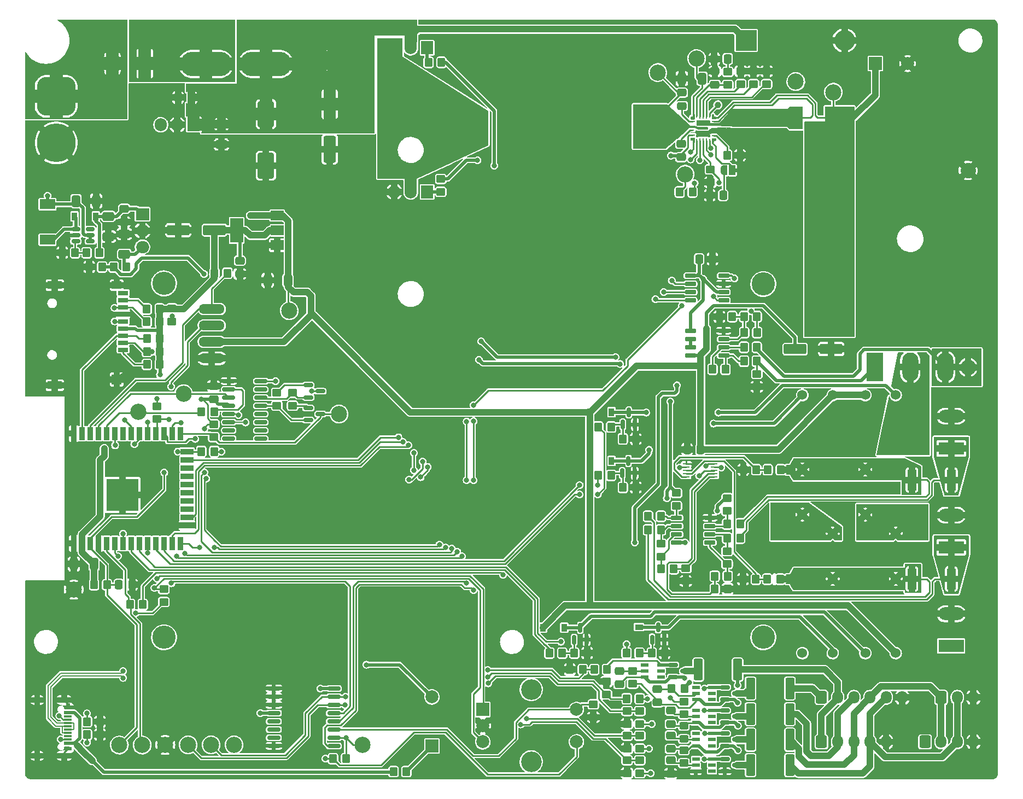
<source format=gtl>
%TF.GenerationSoftware,KiCad,Pcbnew,6.0.1-79c1e3a40b~116~ubuntu20.04.1*%
%TF.CreationDate,2022-02-02T21:52:55+02:00*%
%TF.ProjectId,OBQAS,4f425141-532e-46b6-9963-61645f706362,rev?*%
%TF.SameCoordinates,Original*%
%TF.FileFunction,Copper,L1,Top*%
%TF.FilePolarity,Positive*%
%FSLAX46Y46*%
G04 Gerber Fmt 4.6, Leading zero omitted, Abs format (unit mm)*
G04 Created by KiCad (PCBNEW 6.0.1-79c1e3a40b~116~ubuntu20.04.1) date 2022-02-02 21:52:55*
%MOMM*%
%LPD*%
G01*
G04 APERTURE LIST*
G04 Aperture macros list*
%AMRoundRect*
0 Rectangle with rounded corners*
0 $1 Rounding radius*
0 $2 $3 $4 $5 $6 $7 $8 $9 X,Y pos of 4 corners*
0 Add a 4 corners polygon primitive as box body*
4,1,4,$2,$3,$4,$5,$6,$7,$8,$9,$2,$3,0*
0 Add four circle primitives for the rounded corners*
1,1,$1+$1,$2,$3*
1,1,$1+$1,$4,$5*
1,1,$1+$1,$6,$7*
1,1,$1+$1,$8,$9*
0 Add four rect primitives between the rounded corners*
20,1,$1+$1,$2,$3,$4,$5,0*
20,1,$1+$1,$4,$5,$6,$7,0*
20,1,$1+$1,$6,$7,$8,$9,0*
20,1,$1+$1,$8,$9,$2,$3,0*%
%AMFreePoly0*
4,1,22,0.550000,-0.750000,0.000000,-0.750000,0.000000,-0.745033,-0.079941,-0.743568,-0.215256,-0.701293,-0.333266,-0.622738,-0.424486,-0.514219,-0.481581,-0.384460,-0.499164,-0.250000,-0.500000,-0.250000,-0.500000,0.250000,-0.499164,0.250000,-0.499963,0.256109,-0.478152,0.396186,-0.417904,0.524511,-0.324060,0.630769,-0.204165,0.706417,-0.067858,0.745374,0.000000,0.744959,0.000000,0.750000,
0.550000,0.750000,0.550000,-0.750000,0.550000,-0.750000,$1*%
%AMFreePoly1*
4,1,20,0.000000,0.744959,0.073905,0.744508,0.209726,0.703889,0.328688,0.626782,0.421226,0.519385,0.479903,0.390333,0.500000,0.250000,0.500000,-0.250000,0.499851,-0.262216,0.476331,-0.402017,0.414519,-0.529596,0.319384,-0.634700,0.198574,-0.708877,0.061801,-0.746166,0.000000,-0.745033,0.000000,-0.750000,-0.550000,-0.750000,-0.550000,0.750000,0.000000,0.750000,0.000000,0.744959,
0.000000,0.744959,$1*%
G04 Aperture macros list end*
%TA.AperFunction,EtchedComponent*%
%ADD10C,0.100000*%
%TD*%
%TA.AperFunction,SMDPad,CuDef*%
%ADD11C,2.500000*%
%TD*%
%TA.AperFunction,SMDPad,CuDef*%
%ADD12RoundRect,0.250000X0.450000X-0.350000X0.450000X0.350000X-0.450000X0.350000X-0.450000X-0.350000X0*%
%TD*%
%TA.AperFunction,WasherPad*%
%ADD13C,3.600000*%
%TD*%
%TA.AperFunction,ComponentPad*%
%ADD14O,4.000500X1.501140*%
%TD*%
%TA.AperFunction,ComponentPad*%
%ADD15C,1.524000*%
%TD*%
%TA.AperFunction,SMDPad,CuDef*%
%ADD16RoundRect,0.250000X0.475000X-0.337500X0.475000X0.337500X-0.475000X0.337500X-0.475000X-0.337500X0*%
%TD*%
%TA.AperFunction,SMDPad,CuDef*%
%ADD17RoundRect,0.250000X-0.450000X0.350000X-0.450000X-0.350000X0.450000X-0.350000X0.450000X0.350000X0*%
%TD*%
%TA.AperFunction,SMDPad,CuDef*%
%ADD18RoundRect,0.250000X0.350000X0.450000X-0.350000X0.450000X-0.350000X-0.450000X0.350000X-0.450000X0*%
%TD*%
%TA.AperFunction,SMDPad,CuDef*%
%ADD19R,1.150000X0.600000*%
%TD*%
%TA.AperFunction,SMDPad,CuDef*%
%ADD20RoundRect,0.150000X-0.587500X-0.150000X0.587500X-0.150000X0.587500X0.150000X-0.587500X0.150000X0*%
%TD*%
%TA.AperFunction,SMDPad,CuDef*%
%ADD21RoundRect,0.250000X-0.350000X-0.450000X0.350000X-0.450000X0.350000X0.450000X-0.350000X0.450000X0*%
%TD*%
%TA.AperFunction,SMDPad,CuDef*%
%ADD22RoundRect,0.250000X0.412500X0.650000X-0.412500X0.650000X-0.412500X-0.650000X0.412500X-0.650000X0*%
%TD*%
%TA.AperFunction,SMDPad,CuDef*%
%ADD23RoundRect,0.150000X-0.512500X-0.150000X0.512500X-0.150000X0.512500X0.150000X-0.512500X0.150000X0*%
%TD*%
%TA.AperFunction,ComponentPad*%
%ADD24R,3.200000X3.200000*%
%TD*%
%TA.AperFunction,ComponentPad*%
%ADD25O,3.200000X3.200000*%
%TD*%
%TA.AperFunction,SMDPad,CuDef*%
%ADD26RoundRect,0.249999X-0.450001X-1.425001X0.450001X-1.425001X0.450001X1.425001X-0.450001X1.425001X0*%
%TD*%
%TA.AperFunction,SMDPad,CuDef*%
%ADD27RoundRect,0.250000X-0.337500X-0.475000X0.337500X-0.475000X0.337500X0.475000X-0.337500X0.475000X0*%
%TD*%
%TA.AperFunction,SMDPad,CuDef*%
%ADD28R,0.900000X1.200000*%
%TD*%
%TA.AperFunction,ComponentPad*%
%ADD29R,2.000000X2.000000*%
%TD*%
%TA.AperFunction,ComponentPad*%
%ADD30C,2.000000*%
%TD*%
%TA.AperFunction,SMDPad,CuDef*%
%ADD31RoundRect,0.150000X0.150000X-0.587500X0.150000X0.587500X-0.150000X0.587500X-0.150000X-0.587500X0*%
%TD*%
%TA.AperFunction,SMDPad,CuDef*%
%ADD32RoundRect,0.250000X-0.475000X0.337500X-0.475000X-0.337500X0.475000X-0.337500X0.475000X0.337500X0*%
%TD*%
%TA.AperFunction,SMDPad,CuDef*%
%ADD33RoundRect,0.250000X-0.650000X0.412500X-0.650000X-0.412500X0.650000X-0.412500X0.650000X0.412500X0*%
%TD*%
%TA.AperFunction,SMDPad,CuDef*%
%ADD34RoundRect,0.250000X0.337500X0.475000X-0.337500X0.475000X-0.337500X-0.475000X0.337500X-0.475000X0*%
%TD*%
%TA.AperFunction,ComponentPad*%
%ADD35RoundRect,1.500000X-1.500000X1.500000X-1.500000X-1.500000X1.500000X-1.500000X1.500000X1.500000X0*%
%TD*%
%TA.AperFunction,ComponentPad*%
%ADD36C,6.000000*%
%TD*%
%TA.AperFunction,SMDPad,CuDef*%
%ADD37RoundRect,0.250000X1.500000X0.550000X-1.500000X0.550000X-1.500000X-0.550000X1.500000X-0.550000X0*%
%TD*%
%TA.AperFunction,ComponentPad*%
%ADD38RoundRect,0.250000X-0.600000X-0.725000X0.600000X-0.725000X0.600000X0.725000X-0.600000X0.725000X0*%
%TD*%
%TA.AperFunction,ComponentPad*%
%ADD39O,1.700000X1.950000*%
%TD*%
%TA.AperFunction,SMDPad,CuDef*%
%ADD40R,2.400000X1.500000*%
%TD*%
%TA.AperFunction,ComponentPad*%
%ADD41R,3.960000X1.980000*%
%TD*%
%TA.AperFunction,ComponentPad*%
%ADD42O,3.960000X1.980000*%
%TD*%
%TA.AperFunction,SMDPad,CuDef*%
%ADD43C,0.306367*%
%TD*%
%TA.AperFunction,SMDPad,CuDef*%
%ADD44R,0.249999X0.599999*%
%TD*%
%TA.AperFunction,SMDPad,CuDef*%
%ADD45R,0.249999X0.725000*%
%TD*%
%TA.AperFunction,SMDPad,CuDef*%
%ADD46C,0.289687*%
%TD*%
%TA.AperFunction,SMDPad,CuDef*%
%ADD47R,0.625000X0.249999*%
%TD*%
%TA.AperFunction,SMDPad,CuDef*%
%ADD48C,0.258750*%
%TD*%
%TA.AperFunction,SMDPad,CuDef*%
%ADD49C,0.332306*%
%TD*%
%TA.AperFunction,SMDPad,CuDef*%
%ADD50R,0.675000X0.249999*%
%TD*%
%TA.AperFunction,SMDPad,CuDef*%
%ADD51R,0.599999X0.249999*%
%TD*%
%TA.AperFunction,SMDPad,CuDef*%
%ADD52R,1.425001X0.375001*%
%TD*%
%TA.AperFunction,SMDPad,CuDef*%
%ADD53RoundRect,0.150000X-0.825000X-0.150000X0.825000X-0.150000X0.825000X0.150000X-0.825000X0.150000X0*%
%TD*%
%TA.AperFunction,ComponentPad*%
%ADD54O,8.000000X3.800000*%
%TD*%
%TA.AperFunction,ComponentPad*%
%ADD55C,3.200000*%
%TD*%
%TA.AperFunction,SMDPad,CuDef*%
%ADD56RoundRect,0.150000X-0.875000X-0.150000X0.875000X-0.150000X0.875000X0.150000X-0.875000X0.150000X0*%
%TD*%
%TA.AperFunction,SMDPad,CuDef*%
%ADD57RoundRect,0.250000X-1.500000X-0.550000X1.500000X-0.550000X1.500000X0.550000X-1.500000X0.550000X0*%
%TD*%
%TA.AperFunction,SMDPad,CuDef*%
%ADD58FreePoly0,180.000000*%
%TD*%
%TA.AperFunction,SMDPad,CuDef*%
%ADD59R,1.000000X1.500000*%
%TD*%
%TA.AperFunction,SMDPad,CuDef*%
%ADD60FreePoly1,180.000000*%
%TD*%
%TA.AperFunction,SMDPad,CuDef*%
%ADD61RoundRect,0.150000X0.725000X0.150000X-0.725000X0.150000X-0.725000X-0.150000X0.725000X-0.150000X0*%
%TD*%
%TA.AperFunction,ComponentPad*%
%ADD62C,2.400000*%
%TD*%
%TA.AperFunction,ComponentPad*%
%ADD63O,2.400000X2.400000*%
%TD*%
%TA.AperFunction,SMDPad,CuDef*%
%ADD64RoundRect,0.250000X-1.100000X0.412500X-1.100000X-0.412500X1.100000X-0.412500X1.100000X0.412500X0*%
%TD*%
%TA.AperFunction,SMDPad,CuDef*%
%ADD65RoundRect,0.250000X-0.700000X1.825000X-0.700000X-1.825000X0.700000X-1.825000X0.700000X1.825000X0*%
%TD*%
%TA.AperFunction,SMDPad,CuDef*%
%ADD66R,1.160000X0.600000*%
%TD*%
%TA.AperFunction,SMDPad,CuDef*%
%ADD67R,1.160000X0.300000*%
%TD*%
%TA.AperFunction,ComponentPad*%
%ADD68O,2.000000X0.900000*%
%TD*%
%TA.AperFunction,ComponentPad*%
%ADD69O,1.700000X0.900000*%
%TD*%
%TA.AperFunction,SMDPad,CuDef*%
%ADD70R,1.100000X0.250000*%
%TD*%
%TA.AperFunction,ComponentPad*%
%ADD71R,2.000000X1.905000*%
%TD*%
%TA.AperFunction,ComponentPad*%
%ADD72O,2.000000X1.905000*%
%TD*%
%TA.AperFunction,ComponentPad*%
%ADD73C,5.200000*%
%TD*%
%TA.AperFunction,SMDPad,CuDef*%
%ADD74R,2.000000X1.500000*%
%TD*%
%TA.AperFunction,SMDPad,CuDef*%
%ADD75R,2.000000X3.800000*%
%TD*%
%TA.AperFunction,SMDPad,CuDef*%
%ADD76RoundRect,0.250000X-0.412500X-0.650000X0.412500X-0.650000X0.412500X0.650000X-0.412500X0.650000X0*%
%TD*%
%TA.AperFunction,SMDPad,CuDef*%
%ADD77RoundRect,0.150000X-0.725000X-0.150000X0.725000X-0.150000X0.725000X0.150000X-0.725000X0.150000X0*%
%TD*%
%TA.AperFunction,SMDPad,CuDef*%
%ADD78R,1.200000X0.900000*%
%TD*%
%TA.AperFunction,SMDPad,CuDef*%
%ADD79C,1.000000*%
%TD*%
%TA.AperFunction,SMDPad,CuDef*%
%ADD80RoundRect,0.250000X0.650000X-0.412500X0.650000X0.412500X-0.650000X0.412500X-0.650000X-0.412500X0*%
%TD*%
%TA.AperFunction,SMDPad,CuDef*%
%ADD81RoundRect,0.250000X-1.000000X1.750000X-1.000000X-1.750000X1.000000X-1.750000X1.000000X1.750000X0*%
%TD*%
%TA.AperFunction,SMDPad,CuDef*%
%ADD82RoundRect,0.250000X0.450000X-0.325000X0.450000X0.325000X-0.450000X0.325000X-0.450000X-0.325000X0*%
%TD*%
%TA.AperFunction,SMDPad,CuDef*%
%ADD83R,0.900000X2.000000*%
%TD*%
%TA.AperFunction,SMDPad,CuDef*%
%ADD84R,2.000000X0.900000*%
%TD*%
%TA.AperFunction,SMDPad,CuDef*%
%ADD85R,5.000000X5.000000*%
%TD*%
%TA.AperFunction,ComponentPad*%
%ADD86R,1.905000X2.000000*%
%TD*%
%TA.AperFunction,ComponentPad*%
%ADD87O,1.905000X2.000000*%
%TD*%
%TA.AperFunction,SMDPad,CuDef*%
%ADD88R,1.600000X0.700000*%
%TD*%
%TA.AperFunction,SMDPad,CuDef*%
%ADD89R,1.500000X1.600000*%
%TD*%
%TA.AperFunction,SMDPad,CuDef*%
%ADD90R,1.500000X1.200000*%
%TD*%
%TA.AperFunction,SMDPad,CuDef*%
%ADD91R,2.200000X1.200000*%
%TD*%
%TA.AperFunction,ComponentPad*%
%ADD92R,1.980000X3.960000*%
%TD*%
%TA.AperFunction,ComponentPad*%
%ADD93O,1.980000X3.960000*%
%TD*%
%TA.AperFunction,ComponentPad*%
%ADD94R,2.500000X4.500000*%
%TD*%
%TA.AperFunction,ComponentPad*%
%ADD95O,2.500000X4.500000*%
%TD*%
%TA.AperFunction,ViaPad*%
%ADD96C,0.800000*%
%TD*%
%TA.AperFunction,ViaPad*%
%ADD97C,0.600000*%
%TD*%
%TA.AperFunction,Conductor*%
%ADD98C,1.000000*%
%TD*%
%TA.AperFunction,Conductor*%
%ADD99C,0.250000*%
%TD*%
%TA.AperFunction,Conductor*%
%ADD100C,0.500000*%
%TD*%
%TA.AperFunction,Conductor*%
%ADD101C,0.200000*%
%TD*%
%TA.AperFunction,Conductor*%
%ADD102C,0.300000*%
%TD*%
G04 APERTURE END LIST*
D10*
X176166501Y-57159999D02*
X176041500Y-57159999D01*
X176041500Y-57159999D02*
X175991498Y-57209999D01*
X175991498Y-57209999D02*
X175991500Y-57810001D01*
X175991500Y-57810001D02*
X176041500Y-57860000D01*
X176041500Y-57860000D02*
X176516501Y-57860000D01*
X176516501Y-57860000D02*
X176566500Y-57810001D01*
X176566500Y-57810001D02*
X176566500Y-57560001D01*
X176566500Y-57560001D02*
X176516501Y-57510001D01*
X176516501Y-57510001D02*
X176216501Y-57510001D01*
X176216501Y-57510001D02*
X176216499Y-57209999D01*
X176216499Y-57209999D02*
X176166501Y-57159999D01*
G36*
X176216499Y-57209999D02*
G01*
X176216501Y-57510001D01*
X176516501Y-57510001D01*
X176566500Y-57560001D01*
X176566500Y-57810001D01*
X176516501Y-57860000D01*
X176041500Y-57860000D01*
X175991500Y-57810001D01*
X175991498Y-57209999D01*
X176041500Y-57159999D01*
X176166501Y-57159999D01*
X176216499Y-57209999D01*
G37*
X176216499Y-57209999D02*
X176216501Y-57510001D01*
X176516501Y-57510001D01*
X176566500Y-57560001D01*
X176566500Y-57810001D01*
X176516501Y-57860000D01*
X176041500Y-57860000D01*
X175991500Y-57810001D01*
X175991498Y-57209999D01*
X176041500Y-57159999D01*
X176166501Y-57159999D01*
X176216499Y-57209999D01*
X173192499Y-61560001D02*
X173067501Y-61560001D01*
X173067501Y-61560001D02*
X173017501Y-61510001D01*
X173017501Y-61510001D02*
X173017501Y-61185000D01*
X173017501Y-61185000D02*
X172717501Y-61185000D01*
X172717501Y-61185000D02*
X172667499Y-61135000D01*
X172667499Y-61135000D02*
X172667501Y-60835001D01*
X172667501Y-60835001D02*
X172717501Y-60785001D01*
X172717501Y-60785001D02*
X173192499Y-60785001D01*
X173192499Y-60785001D02*
X173242499Y-60835001D01*
X173242499Y-60835001D02*
X173242499Y-61510001D01*
X173242499Y-61510001D02*
X173192499Y-61560001D01*
G36*
X173242499Y-60835001D02*
G01*
X173242499Y-61510001D01*
X173192499Y-61560001D01*
X173067501Y-61560001D01*
X173017501Y-61510001D01*
X173017501Y-61185000D01*
X172717501Y-61185000D01*
X172667499Y-61135000D01*
X172667501Y-60835001D01*
X172717501Y-60785001D01*
X173192499Y-60785001D01*
X173242499Y-60835001D01*
G37*
X173242499Y-60835001D02*
X173242499Y-61510001D01*
X173192499Y-61560001D01*
X173067501Y-61560001D01*
X173017501Y-61510001D01*
X173017501Y-61185000D01*
X172717501Y-61185000D01*
X172667499Y-61135000D01*
X172667501Y-60835001D01*
X172717501Y-60785001D01*
X173192499Y-60785001D01*
X173242499Y-60835001D01*
X176166501Y-61560001D02*
X176041500Y-61560001D01*
X176041500Y-61560001D02*
X175991500Y-61510001D01*
X175991500Y-61510001D02*
X175991500Y-60909999D01*
X175991500Y-60909999D02*
X176041500Y-60860000D01*
X176041500Y-60860000D02*
X176516501Y-60860000D01*
X176516501Y-60860000D02*
X176566500Y-60909999D01*
X176566500Y-60909999D02*
X176566500Y-61159999D01*
X176566500Y-61159999D02*
X176516501Y-61209999D01*
X176516501Y-61209999D02*
X176216501Y-61209999D01*
X176216501Y-61209999D02*
X176216499Y-61510001D01*
X176216499Y-61510001D02*
X176166501Y-61560001D01*
G36*
X176566500Y-60909999D02*
G01*
X176566500Y-61159999D01*
X176516501Y-61209999D01*
X176216501Y-61209999D01*
X176216499Y-61510001D01*
X176166501Y-61560001D01*
X176041500Y-61560001D01*
X175991500Y-61510001D01*
X175991500Y-60909999D01*
X176041500Y-60860000D01*
X176516501Y-60860000D01*
X176566500Y-60909999D01*
G37*
X176566500Y-60909999D02*
X176566500Y-61159999D01*
X176516501Y-61209999D01*
X176216501Y-61209999D01*
X176216499Y-61510001D01*
X176166501Y-61560001D01*
X176041500Y-61560001D01*
X175991500Y-61510001D01*
X175991500Y-60909999D01*
X176041500Y-60860000D01*
X176516501Y-60860000D01*
X176566500Y-60909999D01*
X173192499Y-57159999D02*
X173067501Y-57159999D01*
X173067501Y-57159999D02*
X173017501Y-57209999D01*
X173017501Y-57209999D02*
X173017501Y-57535000D01*
X173017501Y-57535000D02*
X172717501Y-57535000D01*
X172717501Y-57535000D02*
X172667499Y-57585000D01*
X172667499Y-57585000D02*
X172667501Y-57884999D01*
X172667501Y-57884999D02*
X172717501Y-57935002D01*
X172717501Y-57935002D02*
X173192499Y-57934999D01*
X173192499Y-57934999D02*
X173242501Y-57884999D01*
X173242501Y-57884999D02*
X173242501Y-57209999D01*
X173242501Y-57209999D02*
X173192499Y-57160002D01*
X173192499Y-57160002D02*
X173192499Y-57159999D01*
G36*
X173192499Y-57160002D02*
G01*
X173242501Y-57209999D01*
X173242501Y-57884999D01*
X173192499Y-57934999D01*
X172717501Y-57935002D01*
X172667501Y-57884999D01*
X172667499Y-57585000D01*
X172717501Y-57535000D01*
X173017501Y-57535000D01*
X173017501Y-57209999D01*
X173067501Y-57159999D01*
X173192499Y-57159999D01*
X173192499Y-57160002D01*
G37*
X173192499Y-57160002D02*
X173242501Y-57209999D01*
X173242501Y-57884999D01*
X173192499Y-57934999D01*
X172717501Y-57935002D01*
X172667501Y-57884999D01*
X172667499Y-57585000D01*
X172717501Y-57535000D01*
X173017501Y-57535000D01*
X173017501Y-57209999D01*
X173067501Y-57159999D01*
X173192499Y-57159999D01*
X173192499Y-57160002D01*
G36*
X180037500Y-66142500D02*
G01*
X179537500Y-66142500D01*
X179537500Y-65542500D01*
X180037500Y-65542500D01*
X180037500Y-66142500D01*
G37*
D11*
X118237500Y-103575000D03*
D12*
X162825000Y-155375000D03*
X162825000Y-153375000D03*
D13*
X91137500Y-138150000D03*
X183937500Y-83450000D03*
X183937500Y-138150000D03*
X91137500Y-83350000D03*
D14*
X98537500Y-94950000D03*
X98537500Y-92410000D03*
X98537500Y-89870000D03*
X98537500Y-87330000D03*
D15*
X204437501Y-100650000D03*
X199737501Y-112150000D03*
X199737501Y-119150000D03*
X199737501Y-100650000D03*
D16*
X102875000Y-81900000D03*
X102875000Y-79825000D03*
D17*
X171950000Y-127425000D03*
X171950000Y-129425000D03*
D18*
X170080000Y-127525000D03*
X168080000Y-127525000D03*
D19*
X173490000Y-149445000D03*
X173490000Y-150395000D03*
X173490000Y-151345000D03*
X175990000Y-151345000D03*
X175990000Y-150395000D03*
X175990000Y-149445000D03*
D20*
X113487500Y-99100000D03*
X113487500Y-101000000D03*
X115362500Y-100050000D03*
D21*
X184560000Y-129145000D03*
X186560000Y-129145000D03*
D22*
X80637500Y-70600000D03*
X77512500Y-70600000D03*
D11*
X101975000Y-154800000D03*
D23*
X77475000Y-74950000D03*
X77475000Y-75900000D03*
X77475000Y-76850000D03*
X79750000Y-76850000D03*
X79750000Y-75900000D03*
X79750000Y-74950000D03*
D20*
X169952500Y-142395000D03*
X169952500Y-144295000D03*
X171827500Y-143345000D03*
D24*
X181280000Y-45735000D03*
D25*
X196520000Y-45735000D03*
D26*
X181950000Y-146055000D03*
X188050000Y-146055000D03*
D17*
X159650000Y-145000000D03*
X159650000Y-147000000D03*
D27*
X173992500Y-79585000D03*
X176067500Y-79585000D03*
D17*
X91100000Y-130675000D03*
X91100000Y-132675000D03*
X182437500Y-50500000D03*
X182437500Y-52500000D03*
D28*
X80575000Y-72975000D03*
X77275000Y-72975000D03*
D29*
X132625000Y-154975000D03*
D30*
X132625000Y-147375000D03*
D31*
X162162500Y-105187500D03*
X164062500Y-105187500D03*
X163112500Y-103312500D03*
D32*
X167550000Y-146137500D03*
X167550000Y-148212500D03*
X169600000Y-157175000D03*
X169600000Y-159250000D03*
D33*
X100025000Y-58712500D03*
X100025000Y-61837500D03*
D21*
X158387500Y-105575000D03*
X160387500Y-105575000D03*
D12*
X182937500Y-99350000D03*
X182937500Y-97350000D03*
D18*
X182987500Y-90950000D03*
X180987500Y-90950000D03*
D26*
X181950000Y-157935000D03*
X188050000Y-157935000D03*
D20*
X177982500Y-149450000D03*
X177982500Y-151350000D03*
X179857500Y-150400000D03*
D34*
X178412500Y-48600000D03*
X176337500Y-48600000D03*
D18*
X182790000Y-129145000D03*
X180790000Y-129145000D03*
D21*
X184620000Y-112195000D03*
X186620000Y-112195000D03*
D12*
X180437500Y-52500000D03*
X180437500Y-50500000D03*
D18*
X168087500Y-121500000D03*
X166087500Y-121500000D03*
D32*
X171337500Y-53825000D03*
X171337500Y-55900000D03*
D12*
X157625000Y-150525000D03*
X157625000Y-148525000D03*
D35*
X74437500Y-54400000D03*
D36*
X74437500Y-61600000D03*
D12*
X162825000Y-151550000D03*
X162825000Y-149550000D03*
D31*
X154662500Y-138525000D03*
X156562500Y-138525000D03*
X155612500Y-136650000D03*
D37*
X98937500Y-75100000D03*
X93337500Y-75100000D03*
D21*
X79150000Y-78625000D03*
X81150000Y-78625000D03*
D16*
X171217500Y-63812500D03*
X171217500Y-61737500D03*
D26*
X188687500Y-57700000D03*
X194787500Y-57700000D03*
D11*
X188970000Y-52105000D03*
D21*
X177137500Y-88500000D03*
X179137500Y-88500000D03*
D20*
X113475000Y-102625000D03*
X113475000Y-104525000D03*
X115350000Y-103575000D03*
D18*
X81550000Y-80825000D03*
X79550000Y-80825000D03*
D38*
X192950000Y-147450000D03*
D39*
X195450000Y-147450000D03*
X197950000Y-147450000D03*
X200450000Y-147450000D03*
X202950000Y-147450000D03*
X205450000Y-147450000D03*
D12*
X178337500Y-126800000D03*
X178337500Y-124800000D03*
D40*
X73100000Y-71100000D03*
X73100000Y-76600000D03*
D41*
X213037500Y-108900000D03*
D42*
X213037500Y-103900000D03*
D15*
X194687500Y-100650000D03*
X189987500Y-112150000D03*
X189987500Y-119150000D03*
X189987500Y-100650000D03*
D19*
X173490000Y-145875000D03*
X173490000Y-146825000D03*
X173490000Y-147775000D03*
X175990000Y-147775000D03*
X175990000Y-146825000D03*
X175990000Y-145875000D03*
D34*
X174212500Y-109050000D03*
X172137500Y-109050000D03*
D43*
X173062812Y-61020939D03*
D44*
X173617499Y-61259999D03*
D45*
X174117501Y-61197500D03*
X174617500Y-61197500D03*
X175117499Y-61197500D03*
D44*
X175617501Y-61259999D03*
D46*
X176171188Y-61020939D03*
D47*
X176255000Y-60484999D03*
X176255000Y-59985000D03*
X176255000Y-59485001D03*
X176255000Y-58735000D03*
X176255000Y-58235001D03*
D48*
X176422749Y-57716249D03*
D44*
X175617501Y-57460001D03*
D45*
X175117499Y-57522500D03*
X174617500Y-57522500D03*
X174117501Y-57522500D03*
D44*
X173617499Y-57460001D03*
D49*
X173026876Y-57719376D03*
D50*
X173004999Y-58310000D03*
D51*
X172967501Y-59110000D03*
X172967501Y-59610000D03*
D50*
X173004999Y-60410000D03*
D52*
X174617500Y-59985000D03*
X174617500Y-59360000D03*
X174617500Y-58735000D03*
D26*
X173860000Y-143145000D03*
X179960000Y-143145000D03*
D21*
X88475000Y-95900000D03*
X90475000Y-95900000D03*
D33*
X186437500Y-57800000D03*
X186437500Y-60925000D03*
D11*
X91325000Y-154800000D03*
D53*
X101162500Y-98480000D03*
X101162500Y-99750000D03*
X101162500Y-101020000D03*
X101162500Y-102290000D03*
X101162500Y-103560000D03*
X101162500Y-104830000D03*
X101162500Y-106100000D03*
X101162500Y-107370000D03*
X106112500Y-107370000D03*
X106112500Y-106100000D03*
X106112500Y-104830000D03*
X106112500Y-103560000D03*
X106112500Y-102290000D03*
X106112500Y-101020000D03*
X106112500Y-99750000D03*
X106112500Y-98480000D03*
D54*
X97617500Y-49385000D03*
X106917500Y-49385000D03*
D29*
X140500000Y-149325000D03*
D30*
X140500000Y-154325000D03*
X140500000Y-151825000D03*
D55*
X148000000Y-157425000D03*
X148000000Y-146225000D03*
D30*
X155000000Y-154325000D03*
X155000000Y-149325000D03*
D56*
X108150000Y-146055000D03*
X108150000Y-147325000D03*
X108150000Y-148595000D03*
X108150000Y-149865000D03*
X108150000Y-151135000D03*
X108150000Y-152405000D03*
X108150000Y-153675000D03*
X108150000Y-154945000D03*
X117450000Y-154945000D03*
X117450000Y-153675000D03*
X117450000Y-152405000D03*
X117450000Y-151135000D03*
X117450000Y-149865000D03*
X117450000Y-148595000D03*
X117450000Y-147325000D03*
X117450000Y-146055000D03*
D12*
X171625000Y-157625000D03*
X171625000Y-155625000D03*
D17*
X163700000Y-143350000D03*
X163700000Y-145350000D03*
D11*
X98425000Y-154800000D03*
D18*
X172975000Y-69200000D03*
X170975000Y-69200000D03*
D11*
X132225000Y-57850000D03*
D17*
X170487500Y-115800000D03*
X170487500Y-117800000D03*
D16*
X98812500Y-101312500D03*
X98812500Y-99237500D03*
D17*
X164825000Y-153375000D03*
X164825000Y-155375000D03*
D31*
X162112500Y-112706250D03*
X164012500Y-112706250D03*
X163062500Y-110831250D03*
D21*
X180937500Y-95400000D03*
X182937500Y-95400000D03*
X88462500Y-87325000D03*
X90462500Y-87325000D03*
D11*
X173625000Y-48550000D03*
D19*
X165560000Y-142395000D03*
X165560000Y-143345000D03*
X165560000Y-144295000D03*
X168060000Y-144295000D03*
X168060000Y-143345000D03*
X168060000Y-142395000D03*
D18*
X164187500Y-107425000D03*
X162187500Y-107425000D03*
D57*
X188850000Y-93525000D03*
X194450000Y-93525000D03*
D58*
X180437500Y-65842500D03*
D59*
X179137500Y-65842500D03*
D60*
X177837500Y-65842500D03*
D28*
X157137500Y-103300000D03*
X160437500Y-103300000D03*
D38*
X192950000Y-154325000D03*
D39*
X195450000Y-154325000D03*
X197950000Y-154325000D03*
X200450000Y-154325000D03*
X202950000Y-154325000D03*
D11*
X77160000Y-130755000D03*
D21*
X153975000Y-143125000D03*
X155975000Y-143125000D03*
D26*
X181950000Y-153985000D03*
X188050000Y-153985000D03*
D22*
X110325000Y-82875000D03*
X107200000Y-82875000D03*
D21*
X180937500Y-93250000D03*
X182937500Y-93250000D03*
D61*
X175662500Y-123455000D03*
X175662500Y-122185000D03*
X175662500Y-120915000D03*
X175662500Y-119645000D03*
X170512500Y-119645000D03*
X170512500Y-120915000D03*
X170512500Y-122185000D03*
X170512500Y-123455000D03*
D62*
X215650000Y-65870000D03*
D63*
X215650000Y-96350000D03*
D18*
X168662500Y-140600000D03*
X166662500Y-140600000D03*
D64*
X183537500Y-57837500D03*
X183537500Y-60962500D03*
D65*
X116790000Y-55620000D03*
X116790000Y-62570000D03*
D28*
X149812500Y-136650000D03*
X153112500Y-136650000D03*
D16*
X176437500Y-52600000D03*
X176437500Y-50525000D03*
D19*
X173500000Y-156985000D03*
X173500000Y-157935000D03*
X173500000Y-158885000D03*
X176000000Y-158885000D03*
X176000000Y-157935000D03*
X176000000Y-156985000D03*
D66*
X76260000Y-148975000D03*
X76260000Y-149775000D03*
D67*
X76260000Y-150925000D03*
X76260000Y-151925000D03*
X76260000Y-152425000D03*
X76260000Y-153425000D03*
D66*
X76260000Y-154575000D03*
X76260000Y-155375000D03*
X76260000Y-155375000D03*
X76260000Y-154575000D03*
D67*
X76260000Y-153925000D03*
X76260000Y-152925000D03*
X76260000Y-151425000D03*
X76260000Y-150425000D03*
D66*
X76260000Y-149775000D03*
X76260000Y-148975000D03*
D68*
X75680000Y-147855000D03*
D69*
X71510000Y-156495000D03*
X71510000Y-147855000D03*
D68*
X75680000Y-156495000D03*
D31*
X166712500Y-138500000D03*
X168612500Y-138500000D03*
X167662500Y-136625000D03*
D12*
X98837500Y-107150000D03*
X98837500Y-105150000D03*
D22*
X174442500Y-51635000D03*
X171317500Y-51635000D03*
D18*
X164187500Y-114943750D03*
X162187500Y-114943750D03*
D70*
X172037500Y-111300000D03*
X172037500Y-111800000D03*
X172037500Y-112300000D03*
X172037500Y-112800000D03*
X172037500Y-113300000D03*
X176337500Y-113300000D03*
X176337500Y-112800000D03*
X176337500Y-112300000D03*
X176337500Y-111800000D03*
X176337500Y-111300000D03*
D12*
X90075000Y-104375000D03*
X90075000Y-102375000D03*
D18*
X134100000Y-49135000D03*
X132100000Y-49135000D03*
D12*
X92362500Y-89225000D03*
X92362500Y-87225000D03*
D71*
X87800000Y-72645000D03*
D72*
X87800000Y-75185000D03*
X87800000Y-77725000D03*
D73*
X137892500Y-59085000D03*
X167192500Y-59085000D03*
D21*
X79225000Y-151200000D03*
X81225000Y-151200000D03*
D26*
X206937500Y-129100000D03*
X213037500Y-129100000D03*
D12*
X162825000Y-159175000D03*
X162825000Y-157175000D03*
D17*
X111037500Y-100275000D03*
X111037500Y-102275000D03*
X164825000Y-149550000D03*
X164825000Y-151550000D03*
D41*
X213037500Y-124215000D03*
D42*
X213037500Y-119215000D03*
D17*
X178337500Y-116600000D03*
X178337500Y-118600000D03*
D11*
X87187500Y-103200000D03*
D21*
X88487500Y-91900000D03*
X90487500Y-91900000D03*
D74*
X108687500Y-77450000D03*
D75*
X102387500Y-75150000D03*
D74*
X108687500Y-75150000D03*
X108687500Y-72850000D03*
D11*
X167600000Y-50700000D03*
D21*
X150812500Y-140600000D03*
X152812500Y-140600000D03*
D18*
X128670000Y-158925000D03*
X126670000Y-158925000D03*
D21*
X178337500Y-120600000D03*
X180337500Y-120600000D03*
D20*
X177985000Y-156985000D03*
X177985000Y-158885000D03*
X179860000Y-157935000D03*
D18*
X98937500Y-103200000D03*
X96937500Y-103200000D03*
D33*
X82525000Y-72975000D03*
X82525000Y-76100000D03*
D12*
X184437500Y-52500000D03*
X184437500Y-50500000D03*
D18*
X168087500Y-119400000D03*
X166087500Y-119400000D03*
X85325000Y-80825000D03*
X83325000Y-80825000D03*
D12*
X175737500Y-67700000D03*
X175737500Y-65700000D03*
D21*
X176087500Y-96650000D03*
X178087500Y-96650000D03*
X180850000Y-112185000D03*
X182850000Y-112185000D03*
D38*
X211475000Y-147450000D03*
D39*
X213975000Y-147450000D03*
X216475000Y-147450000D03*
D76*
X77175000Y-126800000D03*
X80300000Y-126800000D03*
D11*
X121880000Y-154800000D03*
D32*
X169600000Y-153337500D03*
X169600000Y-155412500D03*
D11*
X87775000Y-154825000D03*
D34*
X95400000Y-54575000D03*
X93325000Y-54575000D03*
D32*
X84975000Y-71787500D03*
X84975000Y-73862500D03*
D21*
X85862500Y-133075000D03*
X87862500Y-133075000D03*
D18*
X119330000Y-156945000D03*
X117330000Y-156945000D03*
D21*
X169725000Y-146075000D03*
X171725000Y-146075000D03*
X75375000Y-78625000D03*
X77375000Y-78625000D03*
D41*
X213037500Y-139500000D03*
D42*
X213037500Y-134500000D03*
D18*
X100937500Y-81775000D03*
X98937500Y-81775000D03*
D33*
X180637500Y-57775000D03*
X180637500Y-60900000D03*
D21*
X88462500Y-89300000D03*
X90462500Y-89300000D03*
D77*
X172662500Y-82145000D03*
X172662500Y-83415000D03*
X172662500Y-84685000D03*
X172662500Y-85955000D03*
X177812500Y-85955000D03*
X177812500Y-84685000D03*
X177812500Y-83415000D03*
X177812500Y-82145000D03*
D26*
X181950000Y-150035000D03*
X188050000Y-150035000D03*
D18*
X98925000Y-109375000D03*
X96925000Y-109375000D03*
D21*
X79225000Y-153200000D03*
X81225000Y-153200000D03*
D27*
X84125000Y-130000000D03*
X86200000Y-130000000D03*
D32*
X161650000Y-143325000D03*
X161650000Y-145400000D03*
D21*
X157750000Y-143125000D03*
X159750000Y-143125000D03*
D78*
X164687500Y-133250000D03*
X164687500Y-136550000D03*
D29*
X201282323Y-49325000D03*
D30*
X206282323Y-49325000D03*
D21*
X88487500Y-93900000D03*
X90487500Y-93900000D03*
X162762500Y-140600000D03*
X164762500Y-140600000D03*
D18*
X82300000Y-130000000D03*
X80300000Y-130000000D03*
D11*
X194787500Y-53750000D03*
D12*
X108612500Y-102275000D03*
X108612500Y-100275000D03*
D11*
X94150000Y-100425000D03*
D79*
X176890000Y-55715000D03*
D80*
X84975000Y-78837500D03*
X84975000Y-75712500D03*
D15*
X199737500Y-140600000D03*
X204437500Y-129100000D03*
X204437500Y-122100000D03*
X204437500Y-140600000D03*
D20*
X177985000Y-153035000D03*
X177985000Y-154935000D03*
X179860000Y-153985000D03*
X177987500Y-145875000D03*
X177987500Y-147775000D03*
X179862500Y-146825000D03*
D61*
X177812500Y-94505000D03*
X177812500Y-93235000D03*
X177812500Y-91965000D03*
X177812500Y-90695000D03*
X172662500Y-90695000D03*
X172662500Y-91965000D03*
X172662500Y-93235000D03*
X172662500Y-94505000D03*
D81*
X106917500Y-57135000D03*
X106917500Y-65135000D03*
D26*
X206937500Y-113800000D03*
X213037500Y-113800000D03*
D82*
X171625000Y-153875000D03*
X171625000Y-151825000D03*
D21*
X178337500Y-122800000D03*
X180337500Y-122800000D03*
D11*
X94875000Y-154800000D03*
D83*
X77182500Y-123600000D03*
X78452500Y-123600000D03*
X79722500Y-123600000D03*
X80992500Y-123600000D03*
X82262500Y-123600000D03*
X83532500Y-123600000D03*
X84802500Y-123600000D03*
X86072500Y-123600000D03*
X87342500Y-123600000D03*
X88612500Y-123600000D03*
X89882500Y-123600000D03*
X91152500Y-123600000D03*
X92422500Y-123600000D03*
X93692500Y-123600000D03*
D84*
X94692500Y-120815000D03*
X94692500Y-119545000D03*
X94692500Y-118275000D03*
X94692500Y-117005000D03*
X94692500Y-115735000D03*
X94692500Y-114465000D03*
X94692500Y-113195000D03*
X94692500Y-111925000D03*
X94692500Y-110655000D03*
X94692500Y-109385000D03*
D83*
X93692500Y-106600000D03*
X92422500Y-106600000D03*
X91152500Y-106600000D03*
X89882500Y-106600000D03*
X88612500Y-106600000D03*
X87342500Y-106600000D03*
X86072500Y-106600000D03*
X84802500Y-106600000D03*
X83532500Y-106600000D03*
X82262500Y-106600000D03*
X80992500Y-106600000D03*
X79722500Y-106600000D03*
X78452500Y-106600000D03*
X77182500Y-106600000D03*
D85*
X84682500Y-116100000D03*
D34*
X177712500Y-69700000D03*
X175637500Y-69700000D03*
D11*
X110525000Y-87575000D03*
D21*
X158362500Y-113075000D03*
X160362500Y-113075000D03*
D11*
X84225000Y-154825000D03*
D86*
X95717500Y-58800000D03*
D87*
X93177500Y-58800000D03*
X90637500Y-58800000D03*
D18*
X182937500Y-88500000D03*
X180937500Y-88500000D03*
X156662500Y-140600000D03*
X154662500Y-140600000D03*
D19*
X173490000Y-153035000D03*
X173490000Y-153985000D03*
X173490000Y-154935000D03*
X175990000Y-154935000D03*
X175990000Y-153985000D03*
X175990000Y-153035000D03*
D12*
X168087500Y-125650000D03*
X168087500Y-123650000D03*
D17*
X164825000Y-157175000D03*
X164825000Y-159175000D03*
D21*
X178337500Y-63500000D03*
X180337500Y-63500000D03*
D15*
X189987500Y-140600000D03*
X194687500Y-129100000D03*
X194687500Y-122100000D03*
X194687500Y-140600000D03*
D21*
X162775000Y-147650000D03*
X164775000Y-147650000D03*
D28*
X157137500Y-110843750D03*
X160437500Y-110843750D03*
D11*
X116375000Y-48825000D03*
D12*
X171625000Y-150075000D03*
X171625000Y-148075000D03*
X178437500Y-52600000D03*
X178437500Y-50600000D03*
D21*
X176420000Y-130655000D03*
X178420000Y-130655000D03*
D17*
X134000000Y-67175000D03*
X134000000Y-69175000D03*
D88*
X84812500Y-93625000D03*
X84812500Y-92525000D03*
X84812500Y-91425000D03*
X84812500Y-90325000D03*
X84812500Y-89225000D03*
X84812500Y-88125000D03*
X84812500Y-87025000D03*
X84812500Y-85925000D03*
X84812500Y-84825000D03*
D89*
X83812500Y-98225000D03*
D90*
X83812500Y-83625000D03*
D91*
X74212500Y-83625000D03*
X74212500Y-99125000D03*
D32*
X169600000Y-149487500D03*
X169600000Y-151562500D03*
D21*
X176420000Y-128685000D03*
X178420000Y-128685000D03*
D92*
X88157500Y-49310000D03*
D93*
X83157500Y-49310000D03*
D11*
X171825000Y-66450000D03*
D38*
X208975000Y-154325000D03*
D39*
X211475000Y-154325000D03*
X213975000Y-154325000D03*
X216475000Y-154325000D03*
D86*
X131882500Y-69185000D03*
D87*
X129342500Y-69185000D03*
X126802500Y-69185000D03*
D86*
X131882500Y-46885000D03*
D87*
X129342500Y-46885000D03*
X126802500Y-46885000D03*
D94*
X201237500Y-96290000D03*
D95*
X206687500Y-96290000D03*
X212137500Y-96290000D03*
D96*
X80020000Y-157245000D03*
X154360000Y-133215000D03*
X108412500Y-98475000D03*
X79290000Y-156525000D03*
X175337500Y-109050000D03*
X153310000Y-133215000D03*
X155460000Y-133215000D03*
X104525000Y-72850000D03*
X106675000Y-72850000D03*
X78640000Y-155865000D03*
X173987500Y-113100000D03*
X105575000Y-72850000D03*
X90070000Y-101185000D03*
X80300000Y-128125000D03*
X86775000Y-134375000D03*
X81875000Y-110075000D03*
X174620000Y-82645000D03*
X101975000Y-154800000D03*
X106637500Y-75925000D03*
X81875000Y-108925000D03*
X105587500Y-75925000D03*
X96912500Y-101325000D03*
X100010000Y-109385000D03*
X115350000Y-146075000D03*
X97400000Y-105875500D03*
X116140000Y-156935000D03*
X80300000Y-128950000D03*
X104487500Y-75925000D03*
X90512500Y-97500000D03*
X114037500Y-99999500D03*
X91175000Y-112650000D03*
X73100000Y-69775000D03*
X174100000Y-64275000D03*
X169630000Y-63575000D03*
D97*
X179841034Y-56700001D03*
X189700000Y-57700000D03*
D96*
X188970000Y-52105000D03*
D97*
X184325000Y-58750000D03*
X183839267Y-56700000D03*
X175451772Y-58338549D03*
X183325000Y-58750000D03*
X189700000Y-58700000D03*
X182839267Y-56700000D03*
X181326767Y-58750001D03*
X182325000Y-58750000D03*
X184839267Y-56700000D03*
X189700000Y-56700000D03*
X173842001Y-58361289D03*
X187325000Y-58750000D03*
X174600000Y-58384502D03*
X180326767Y-58750001D03*
X186839267Y-56700000D03*
X180841034Y-56700001D03*
X185325000Y-58750000D03*
X185839267Y-56700000D03*
X186325000Y-58750000D03*
X181839267Y-56700000D03*
D96*
X176212500Y-105050000D03*
X166262500Y-109125000D03*
X176962500Y-103350000D03*
X165787500Y-103350000D03*
X177437500Y-111850000D03*
X129825000Y-112275000D03*
X119150000Y-148600000D03*
X92237500Y-99325000D03*
X129824599Y-109612501D03*
X175837500Y-62400000D03*
X92400000Y-88424500D03*
X83562500Y-108425000D03*
X129100500Y-113725000D03*
X131175000Y-110925000D03*
X175837500Y-63400000D03*
X119225000Y-147325000D03*
X175074316Y-111611804D03*
X102675000Y-103725000D03*
X84800000Y-143375000D03*
X84800000Y-144425000D03*
X103774500Y-104872803D03*
X74925000Y-150300000D03*
X79225000Y-149925000D03*
X79225000Y-154425000D03*
X75150000Y-153925000D03*
X143631852Y-128467168D03*
X89288000Y-93950000D03*
X88637500Y-104850000D03*
X83487000Y-89225000D03*
X86537451Y-108225451D03*
X83475000Y-87150000D03*
X85012500Y-104475000D03*
D97*
X202725000Y-118925000D03*
X203725000Y-118925000D03*
X209375000Y-108825000D03*
X201725000Y-118150000D03*
X201725000Y-118925000D03*
X205375000Y-109600000D03*
X206375000Y-108050000D03*
X203375000Y-108050000D03*
X207725000Y-118150000D03*
X204725000Y-119700000D03*
X208375000Y-107275000D03*
X202725000Y-119700000D03*
X204375000Y-109600000D03*
X202375000Y-108050000D03*
X201725000Y-120475000D03*
X201725000Y-119700000D03*
X203725000Y-119700000D03*
X203725000Y-118150000D03*
X209375000Y-109600000D03*
X208375000Y-108825000D03*
X205725000Y-119700000D03*
X203375000Y-109600000D03*
X206375000Y-109600000D03*
X209375000Y-107275000D03*
X202375000Y-108825000D03*
X205725000Y-118925000D03*
X205375000Y-108825000D03*
X205725000Y-120475000D03*
X204725000Y-118925000D03*
X207375000Y-107275000D03*
X209375000Y-108050000D03*
X206725000Y-120475000D03*
X202725000Y-120475000D03*
X208725000Y-119700000D03*
X206725000Y-118150000D03*
X203375000Y-108825000D03*
X206375000Y-107275000D03*
X208375000Y-109600000D03*
X207375000Y-108825000D03*
X202725000Y-118150000D03*
X204725000Y-118150000D03*
X207725000Y-119700000D03*
X207375000Y-109600000D03*
X202375000Y-107275000D03*
X208725000Y-118925000D03*
X207375000Y-108050000D03*
X204375000Y-108825000D03*
X204375000Y-108050000D03*
X207725000Y-118925000D03*
X206725000Y-119700000D03*
X205375000Y-108050000D03*
X205375000Y-107275000D03*
X208725000Y-120475000D03*
X206725000Y-118925000D03*
X202375000Y-109600000D03*
X203375000Y-107275000D03*
X204375000Y-107275000D03*
X205725000Y-118150000D03*
X204725000Y-120475000D03*
X203725000Y-120475000D03*
X206375000Y-108825000D03*
X207725000Y-120475000D03*
X208725000Y-118150000D03*
X208375000Y-108050000D03*
D96*
X158287500Y-114600000D03*
X155512500Y-114575000D03*
X162762500Y-139200000D03*
X152587500Y-138825000D03*
X158312500Y-116025000D03*
X155487500Y-116025000D03*
X170949002Y-111875500D03*
X130875890Y-113348708D03*
X131968781Y-111756683D03*
X119325000Y-153675000D03*
X172699751Y-64163722D03*
X142260000Y-65124020D03*
X177113000Y-67750000D03*
X171837500Y-66400000D03*
X172649799Y-63012299D03*
X139670000Y-64285000D03*
D97*
X192675000Y-90450000D03*
X185575000Y-118800000D03*
X192675000Y-88900000D03*
X191750000Y-58700000D03*
X192675000Y-91225000D03*
X187125000Y-119800000D03*
X195825000Y-56700000D03*
X191675000Y-89675000D03*
X186350000Y-122800000D03*
X190675000Y-90450000D03*
X196675000Y-91225000D03*
X192750000Y-58700000D03*
X197675000Y-89675000D03*
X186350000Y-117800000D03*
X196600000Y-57700000D03*
X194675000Y-90450000D03*
X187900000Y-118800000D03*
X187900000Y-120800000D03*
X190750000Y-58700000D03*
X187125000Y-121800000D03*
X196675000Y-90450000D03*
X193750000Y-58700000D03*
X186350000Y-121800000D03*
X187900000Y-121800000D03*
X197375000Y-58700000D03*
X195675000Y-91225000D03*
X197675000Y-88900000D03*
X195675000Y-90450000D03*
X186350000Y-118800000D03*
X193750000Y-56700000D03*
X190675000Y-91225000D03*
X194675000Y-89675000D03*
X187125000Y-118800000D03*
X196675000Y-88900000D03*
X187125000Y-120800000D03*
X187900000Y-119800000D03*
X195675000Y-89675000D03*
X185575000Y-122800000D03*
X195675000Y-88900000D03*
X186350000Y-119800000D03*
X194675000Y-88900000D03*
X194675000Y-91225000D03*
X185575000Y-121800000D03*
X193675000Y-89675000D03*
X197675000Y-90450000D03*
X185575000Y-120800000D03*
X195825000Y-58700000D03*
X196675000Y-89675000D03*
X186350000Y-120800000D03*
X192675000Y-89675000D03*
X185575000Y-119800000D03*
X193675000Y-91225000D03*
X190675000Y-89675000D03*
X197675000Y-91225000D03*
X196600000Y-58700000D03*
X185575000Y-117800000D03*
X191675000Y-91225000D03*
X191675000Y-90450000D03*
X187125000Y-117800000D03*
X193750000Y-57700000D03*
X197375000Y-57700000D03*
X191675000Y-88900000D03*
X193675000Y-88900000D03*
X196600000Y-56700000D03*
X187900000Y-117800000D03*
X187125000Y-122800000D03*
X195825000Y-57700000D03*
X197375000Y-56700000D03*
X190675000Y-88900000D03*
X193675000Y-90450000D03*
X187900000Y-122800000D03*
D96*
X182034238Y-87644990D03*
X179475000Y-82600000D03*
X88608549Y-125091451D03*
X89650000Y-130500000D03*
X90050000Y-129025000D03*
X91887489Y-104408908D03*
X106040000Y-149875000D03*
X122490000Y-142395000D03*
X168512500Y-84675000D03*
X128965476Y-108422426D03*
X128112890Y-107900792D03*
X167225000Y-85800000D03*
X127426811Y-107173948D03*
X169762500Y-82901296D03*
X138000000Y-104725000D03*
X176225000Y-85400000D03*
X138000000Y-113825000D03*
X137994842Y-129774020D03*
X188454690Y-72755000D03*
X157974690Y-75295000D03*
X218934690Y-70215000D03*
X119874690Y-82915000D03*
X216394690Y-113395000D03*
X94474690Y-141335000D03*
X135114690Y-108315000D03*
X168134690Y-75295000D03*
X173214690Y-77835000D03*
X218934690Y-105775000D03*
X206234690Y-136255000D03*
X79234690Y-62595000D03*
X188454690Y-44815000D03*
X160514690Y-128635000D03*
X201154690Y-143875000D03*
X137654690Y-82915000D03*
X86210000Y-128595000D03*
X114794690Y-154035000D03*
X190050000Y-115425000D03*
X147814690Y-77835000D03*
X201154690Y-82915000D03*
X155434690Y-93075000D03*
X160514690Y-47355000D03*
X147814690Y-126095000D03*
X208774690Y-159115000D03*
X145274690Y-82915000D03*
X218934690Y-60055000D03*
X213854690Y-159115000D03*
X206234690Y-70215000D03*
X160514690Y-121015000D03*
X198614690Y-108315000D03*
D97*
X173842000Y-60358711D03*
D96*
X142734690Y-131175000D03*
X216394690Y-80375000D03*
X117334690Y-136255000D03*
X97014690Y-133715000D03*
X160514690Y-126095000D03*
X109714690Y-105775000D03*
X211314690Y-115935000D03*
X213854690Y-90535000D03*
X201154690Y-65135000D03*
X173214690Y-136255000D03*
X218934690Y-148955000D03*
X102094690Y-136255000D03*
X140194690Y-110855000D03*
X163054690Y-67675000D03*
X99554690Y-151495000D03*
X157974690Y-52435000D03*
X132574690Y-141335000D03*
X114794690Y-121015000D03*
X140194690Y-90535000D03*
X119874690Y-62595000D03*
X140194690Y-123555000D03*
X102094690Y-143875000D03*
X190994690Y-47355000D03*
X81774690Y-141335000D03*
X218934690Y-133715000D03*
X150354690Y-108315000D03*
X152894690Y-105775000D03*
X150354690Y-110855000D03*
X201154690Y-47355000D03*
X102094690Y-70215000D03*
X213854690Y-100695000D03*
X188454690Y-138795000D03*
X99554690Y-148955000D03*
X76694690Y-138795000D03*
X97014690Y-148955000D03*
X102094690Y-65135000D03*
X216394690Y-54975000D03*
X213854690Y-62595000D03*
X137654690Y-136255000D03*
X145274690Y-108315000D03*
X142734690Y-115935000D03*
D97*
X184839267Y-59750000D03*
D96*
X94474690Y-62595000D03*
D97*
X185350000Y-61975000D03*
D96*
X155434690Y-121015000D03*
X86854690Y-57515000D03*
X216394690Y-159115000D03*
X188454690Y-49895000D03*
X79234690Y-93075000D03*
X213854690Y-143875000D03*
X152894690Y-126095000D03*
X211314690Y-72755000D03*
X213854690Y-70215000D03*
X185914690Y-154035000D03*
X211314690Y-131175000D03*
X183374690Y-65135000D03*
X102094690Y-115935000D03*
X145274690Y-105775000D03*
X152894690Y-75295000D03*
X216394690Y-128635000D03*
X112254690Y-143875000D03*
X145274690Y-54975000D03*
X211314690Y-52435000D03*
X114794690Y-80375000D03*
X135114690Y-115935000D03*
X91934690Y-141335000D03*
X91934690Y-151495000D03*
X173214690Y-138795000D03*
X79234690Y-87995000D03*
X119874690Y-70215000D03*
X150354690Y-57515000D03*
X150354690Y-126095000D03*
X218934690Y-90535000D03*
X122414690Y-138795000D03*
X132574690Y-72755000D03*
X132574690Y-138795000D03*
X201154690Y-90535000D03*
X122414690Y-113395000D03*
X208774690Y-133715000D03*
X122414690Y-131175000D03*
X104634690Y-67675000D03*
X124954690Y-118475000D03*
X119874690Y-80375000D03*
X104634690Y-82915000D03*
X152894690Y-146415000D03*
X157974690Y-80375000D03*
X109714690Y-95615000D03*
X114794690Y-72755000D03*
X99554690Y-131175000D03*
X160514690Y-70215000D03*
X109714690Y-115935000D03*
X76694690Y-115935000D03*
X147814690Y-115935000D03*
X152894690Y-93075000D03*
X218934690Y-103235000D03*
X94474690Y-65135000D03*
X152894690Y-47355000D03*
X119874690Y-108315000D03*
X91934690Y-148955000D03*
X145274690Y-136255000D03*
X155434690Y-57515000D03*
X198614690Y-52435000D03*
X206234690Y-52435000D03*
X163054690Y-128635000D03*
X142734690Y-70215000D03*
X79234690Y-90535000D03*
X145274690Y-52435000D03*
X208774690Y-82915000D03*
X79234690Y-65135000D03*
X86854690Y-54975000D03*
X180834690Y-80375000D03*
X71614690Y-65135000D03*
X112254690Y-82915000D03*
X196074690Y-118475000D03*
X86854690Y-65135000D03*
X201154690Y-126095000D03*
X188454690Y-65135000D03*
X124954690Y-133715000D03*
X102094690Y-146415000D03*
X218934690Y-121015000D03*
X216394690Y-131175000D03*
X198614690Y-105775000D03*
X150354690Y-72755000D03*
D97*
X183839267Y-59750000D03*
D96*
X117334690Y-108315000D03*
X170674690Y-72755000D03*
X183374690Y-77835000D03*
X76694690Y-159115000D03*
X74154690Y-136255000D03*
X201154690Y-57515000D03*
X112254690Y-75295000D03*
X122414690Y-100695000D03*
X104634690Y-70215000D03*
X208774690Y-57515000D03*
X132574690Y-115935000D03*
X216394690Y-115935000D03*
X218934690Y-110855000D03*
X208774690Y-70215000D03*
X79234690Y-110855000D03*
X97014690Y-138795000D03*
X86854690Y-110855000D03*
X142734690Y-77835000D03*
X160514690Y-131175000D03*
X203694690Y-87995000D03*
X142734690Y-141335000D03*
X213854690Y-67675000D03*
X145274690Y-121015000D03*
X117334690Y-67675000D03*
X150354690Y-93075000D03*
X122414690Y-77835000D03*
X127494690Y-133715000D03*
X84314690Y-60055000D03*
X76694690Y-87995000D03*
X216394690Y-121015000D03*
X102094690Y-148955000D03*
X193534690Y-126095000D03*
X122414690Y-70215000D03*
X99554690Y-136255000D03*
X218934690Y-57515000D03*
X147814690Y-57515000D03*
X208774690Y-72755000D03*
X196074690Y-126095000D03*
X155434690Y-131175000D03*
X71614690Y-85455000D03*
X203694690Y-70215000D03*
X109714690Y-118475000D03*
X117334690Y-115935000D03*
X145274690Y-115935000D03*
X211314690Y-85455000D03*
X211314690Y-82915000D03*
X76694690Y-80375000D03*
X208774690Y-60055000D03*
X107174690Y-65135000D03*
X71614690Y-95615000D03*
X76694690Y-141335000D03*
X170674690Y-47355000D03*
X122414690Y-62595000D03*
X147814690Y-82915000D03*
X76694690Y-98155000D03*
X122414690Y-87995000D03*
X160514690Y-118475000D03*
X84700000Y-97650000D03*
X155434690Y-128635000D03*
X119874690Y-65135000D03*
X150354690Y-52435000D03*
X216394690Y-52435000D03*
X196074690Y-103235000D03*
X175754690Y-77835000D03*
X124954690Y-136255000D03*
X74154690Y-87995000D03*
X99554690Y-121015000D03*
X218934690Y-143875000D03*
X206234690Y-141335000D03*
X157974690Y-159115000D03*
X218934690Y-67675000D03*
X211314690Y-143875000D03*
X117334690Y-72755000D03*
X211314690Y-54975000D03*
X114794690Y-67675000D03*
X150354690Y-67675000D03*
X99554690Y-115935000D03*
D97*
X186350000Y-61975000D03*
D96*
X203694690Y-65135000D03*
X137654690Y-146415000D03*
X206234690Y-159115000D03*
X216394690Y-87995000D03*
X114794690Y-136255000D03*
D97*
X184350000Y-61975000D03*
D96*
X206234690Y-44815000D03*
X216394690Y-82915000D03*
X145274690Y-75295000D03*
X218934690Y-141335000D03*
X76694690Y-136255000D03*
X193534690Y-44815000D03*
X140194690Y-115935000D03*
X81774690Y-133715000D03*
X122414690Y-121015000D03*
X193534690Y-49895000D03*
X160514690Y-72755000D03*
X218934690Y-154035000D03*
X117334690Y-121015000D03*
X208774690Y-87995000D03*
X155434690Y-67675000D03*
X165594690Y-72755000D03*
X155434690Y-108315000D03*
X188454690Y-126095000D03*
X150354690Y-60055000D03*
X150354690Y-154035000D03*
X112254690Y-95615000D03*
X142734690Y-67675000D03*
X152894690Y-128635000D03*
X157974690Y-93075000D03*
X152894690Y-131175000D03*
X117334690Y-77835000D03*
X145274690Y-118475000D03*
X137654690Y-138795000D03*
X124954690Y-103235000D03*
X218934690Y-159115000D03*
X155434690Y-110855000D03*
X203694690Y-77835000D03*
X216394690Y-75295000D03*
X175754690Y-100695000D03*
X84314690Y-136255000D03*
X216394690Y-49895000D03*
X152894690Y-67675000D03*
X142734690Y-85455000D03*
X91934690Y-146415000D03*
X198614690Y-49895000D03*
X203694690Y-82915000D03*
X175754690Y-72755000D03*
X213854690Y-77835000D03*
X132574690Y-121015000D03*
X206234690Y-85455000D03*
X193534690Y-47355000D03*
X71614690Y-143875000D03*
X211314690Y-65135000D03*
X107174690Y-70215000D03*
X147814690Y-52435000D03*
X74154690Y-72755000D03*
X117334690Y-85455000D03*
X107174690Y-90535000D03*
X170674690Y-75295000D03*
X71614690Y-72755000D03*
X114794690Y-95615000D03*
X152894690Y-60055000D03*
X203694690Y-143875000D03*
X94474690Y-138795000D03*
X76694690Y-82915000D03*
X208774690Y-52435000D03*
X168134690Y-72755000D03*
X203694690Y-47355000D03*
X71614690Y-141335000D03*
X145274690Y-47355000D03*
X218934690Y-136255000D03*
X97014690Y-151495000D03*
X163054690Y-70215000D03*
X208774690Y-80375000D03*
X140194690Y-70215000D03*
X140194690Y-67675000D03*
X107174690Y-138795000D03*
X208774690Y-62595000D03*
X203694690Y-57515000D03*
X147814690Y-110855000D03*
X122414690Y-80375000D03*
X76694690Y-113395000D03*
X163054690Y-75295000D03*
X218934690Y-72755000D03*
X216394690Y-156575000D03*
X183374690Y-72755000D03*
X173337500Y-111100000D03*
X208774690Y-44815000D03*
X71614690Y-80375000D03*
X152894690Y-70215000D03*
X127494690Y-80375000D03*
X104634690Y-143875000D03*
X152894690Y-154035000D03*
X117334690Y-82915000D03*
X74154690Y-159115000D03*
X174424500Y-119625000D03*
X124954690Y-72755000D03*
X109714690Y-133715000D03*
X201154690Y-70215000D03*
X150354690Y-131175000D03*
X132574690Y-85455000D03*
X145274690Y-77835000D03*
X216394690Y-90535000D03*
X135114690Y-75295000D03*
X127494690Y-72755000D03*
X102094690Y-95615000D03*
X135114690Y-90535000D03*
X163054690Y-80375000D03*
X81774690Y-136255000D03*
X137654690Y-80375000D03*
X132574690Y-143875000D03*
X119874690Y-67675000D03*
X127494690Y-77835000D03*
X122414690Y-82915000D03*
X152894690Y-80375000D03*
X201154690Y-62595000D03*
X107174690Y-87995000D03*
X140194690Y-75295000D03*
X114794690Y-131175000D03*
X142734690Y-52435000D03*
X124954690Y-110855000D03*
X127494690Y-98155000D03*
D97*
X180841034Y-59750001D03*
D96*
X112254690Y-93075000D03*
X152894690Y-108315000D03*
X142734690Y-133715000D03*
X160514690Y-80375000D03*
X157974690Y-54975000D03*
X119874690Y-98155000D03*
X135114690Y-148955000D03*
X142734690Y-151495000D03*
X114794690Y-115935000D03*
X124954690Y-146415000D03*
D97*
X180351767Y-61975001D03*
D96*
X206234690Y-72755000D03*
X112254690Y-62595000D03*
X206234690Y-57515000D03*
D97*
X187350000Y-61975000D03*
D96*
X112254690Y-72755000D03*
X152894690Y-110855000D03*
X152894690Y-77835000D03*
X124954690Y-85455000D03*
X160514690Y-108315000D03*
X213854690Y-75295000D03*
X185914690Y-159115000D03*
X97014690Y-70215000D03*
X196074690Y-108315000D03*
X124954690Y-80375000D03*
X142734690Y-121015000D03*
X211314690Y-80375000D03*
X206234690Y-60055000D03*
X114794690Y-138795000D03*
X180834690Y-138795000D03*
D97*
X175400000Y-60325000D03*
D96*
X216394690Y-70215000D03*
X79234690Y-82915000D03*
X112254690Y-136255000D03*
X206234690Y-133715000D03*
X102094690Y-131175000D03*
X185914690Y-146415000D03*
X157974690Y-98155000D03*
X155434690Y-80375000D03*
X147814690Y-141335000D03*
X208774690Y-148955000D03*
X218934690Y-151495000D03*
X203694690Y-90535000D03*
X109714690Y-121015000D03*
X114794690Y-113395000D03*
X135114690Y-156575000D03*
X183374690Y-141335000D03*
X150354690Y-77835000D03*
X206234690Y-87995000D03*
X84314690Y-146415000D03*
X175754690Y-115935000D03*
X150354690Y-128635000D03*
X193534690Y-105775000D03*
X147814690Y-75295000D03*
X104634690Y-87995000D03*
X203694690Y-72755000D03*
X135114690Y-77835000D03*
X147814690Y-105775000D03*
X94474690Y-131175000D03*
X81774690Y-62595000D03*
X107174690Y-118475000D03*
X178294690Y-138795000D03*
X132574690Y-75295000D03*
X163054690Y-100695000D03*
X163054690Y-72755000D03*
X168134690Y-47355000D03*
X83475000Y-127175000D03*
X157974690Y-60055000D03*
X155434690Y-118475000D03*
X216394690Y-141335000D03*
X109714690Y-67675000D03*
X81774690Y-65135000D03*
X147814690Y-72755000D03*
X168134690Y-70215000D03*
X132574690Y-80375000D03*
X71614690Y-159115000D03*
X112254690Y-133715000D03*
D97*
X174594375Y-60335498D03*
D96*
X109714690Y-65135000D03*
X130034690Y-141335000D03*
X213854690Y-49895000D03*
X71614690Y-151495000D03*
X208774690Y-143875000D03*
X188454690Y-47355000D03*
X165594690Y-70215000D03*
X147814690Y-47355000D03*
X211314690Y-159115000D03*
X107174690Y-136255000D03*
X155434690Y-105775000D03*
X160514690Y-75295000D03*
X170725000Y-109075000D03*
X198614690Y-103235000D03*
X84314690Y-67675000D03*
X206234690Y-54975000D03*
X173214690Y-75295000D03*
X208774690Y-90535000D03*
X213854690Y-72755000D03*
X160514690Y-123555000D03*
X211314690Y-49895000D03*
X71614690Y-98155000D03*
X208774690Y-47355000D03*
X142734690Y-118475000D03*
X107174690Y-133715000D03*
X196074690Y-105775000D03*
X216394690Y-100695000D03*
X89394690Y-141335000D03*
X102094690Y-87995000D03*
X206234690Y-67675000D03*
X76694690Y-85455000D03*
X124954690Y-115935000D03*
X185914690Y-141335000D03*
X216394690Y-136255000D03*
X185914690Y-47355000D03*
X76694690Y-95615000D03*
X132574690Y-131175000D03*
X97014690Y-67675000D03*
X127494690Y-75295000D03*
X74154690Y-131175000D03*
X99554690Y-118475000D03*
X201154690Y-72755000D03*
X155434690Y-54975000D03*
X218934690Y-131175000D03*
X122414690Y-90535000D03*
X137654690Y-133715000D03*
X86854690Y-121015000D03*
X94474690Y-136255000D03*
X216394690Y-105775000D03*
X150354690Y-98155000D03*
X185914690Y-67675000D03*
X155434690Y-126095000D03*
X76694690Y-110855000D03*
X163054690Y-77835000D03*
X127494690Y-121015000D03*
X137654690Y-75295000D03*
X216394690Y-57515000D03*
X183374690Y-70215000D03*
X76694690Y-67675000D03*
X155434690Y-146415000D03*
X135114690Y-110855000D03*
X102094690Y-113395000D03*
X91934690Y-118475000D03*
X122414690Y-133715000D03*
X122414690Y-85455000D03*
X160514690Y-57515000D03*
X119874690Y-113395000D03*
X211314690Y-44815000D03*
X196074690Y-49895000D03*
X203694690Y-85455000D03*
X102094690Y-121015000D03*
X147814690Y-98155000D03*
X157974690Y-90535000D03*
X152894690Y-57515000D03*
X218934690Y-123555000D03*
X107174690Y-115935000D03*
X218934690Y-87995000D03*
X208774690Y-65135000D03*
X132574690Y-136255000D03*
X135114690Y-143875000D03*
X218934690Y-80375000D03*
X157974690Y-47355000D03*
X124954690Y-138795000D03*
X150354690Y-105775000D03*
X201154690Y-85455000D03*
X188454690Y-70215000D03*
X127494690Y-148955000D03*
X178294690Y-136255000D03*
X150354690Y-54975000D03*
X94474690Y-148955000D03*
X79234690Y-85455000D03*
X114794690Y-133715000D03*
X150354690Y-75295000D03*
X127494690Y-118475000D03*
X157974690Y-77835000D03*
X135114690Y-98155000D03*
X201154690Y-60055000D03*
X170674690Y-138795000D03*
X203694690Y-67675000D03*
X117334690Y-113395000D03*
X218934690Y-146415000D03*
X142734690Y-75295000D03*
X211314690Y-77835000D03*
X185914690Y-77835000D03*
X137654690Y-67675000D03*
X201154690Y-105775000D03*
X147814690Y-67675000D03*
X160514690Y-159115000D03*
X165594690Y-67675000D03*
X218934690Y-44815000D03*
X145274690Y-72755000D03*
X84314690Y-62595000D03*
X216394690Y-60055000D03*
X97014690Y-141335000D03*
X152894690Y-90535000D03*
X218934690Y-54975000D03*
X203694690Y-60055000D03*
X218934690Y-65135000D03*
X213854690Y-87995000D03*
X218934690Y-98155000D03*
X180834690Y-77835000D03*
D97*
X182839267Y-59750000D03*
D96*
X218934690Y-85455000D03*
X216394690Y-151495000D03*
X140194690Y-47355000D03*
X86854690Y-62595000D03*
X157974690Y-156575000D03*
X218934690Y-49895000D03*
X190994690Y-44815000D03*
X216394690Y-143875000D03*
X104634690Y-141335000D03*
X130034690Y-100695000D03*
X185914690Y-70215000D03*
X211314690Y-100695000D03*
X183374690Y-67675000D03*
X135114690Y-72755000D03*
X102094690Y-151495000D03*
D97*
X183350000Y-61975000D03*
D96*
X119874690Y-72755000D03*
X97014690Y-146415000D03*
X185914690Y-80375000D03*
X140194690Y-108315000D03*
X137654690Y-70215000D03*
X94474690Y-133715000D03*
X104634690Y-65135000D03*
X137654690Y-90535000D03*
X163054690Y-47355000D03*
X145274690Y-67675000D03*
X218934690Y-95615000D03*
X132574690Y-100695000D03*
X213854690Y-80375000D03*
X201154690Y-75295000D03*
X165594690Y-75295000D03*
X147814690Y-128635000D03*
X208774690Y-85455000D03*
X86854690Y-60055000D03*
X216394690Y-77835000D03*
X180834690Y-75295000D03*
X99554690Y-65135000D03*
X216394690Y-85455000D03*
X119874690Y-105775000D03*
X152894690Y-123555000D03*
X127494690Y-146415000D03*
X211314690Y-62595000D03*
X84314690Y-65135000D03*
X107174690Y-141335000D03*
X155434690Y-60055000D03*
X155434690Y-123555000D03*
X124954690Y-113395000D03*
X213854690Y-52435000D03*
X74154690Y-67675000D03*
X79234690Y-113395000D03*
X71614690Y-90535000D03*
X89394690Y-148955000D03*
X117334690Y-80375000D03*
X213854690Y-57515000D03*
X114794690Y-108315000D03*
X216394690Y-103235000D03*
X208774690Y-138795000D03*
X127494690Y-90535000D03*
X122414690Y-65135000D03*
X127494690Y-87995000D03*
X185914690Y-65135000D03*
X130034690Y-80375000D03*
X208774690Y-136255000D03*
X142734690Y-80375000D03*
X132574690Y-98155000D03*
X107174690Y-131175000D03*
X94474690Y-70215000D03*
X114794690Y-75295000D03*
X130034690Y-72755000D03*
X152894690Y-72755000D03*
X71614690Y-154035000D03*
X155434690Y-98155000D03*
X160514690Y-67675000D03*
X157974690Y-57515000D03*
X218934690Y-100695000D03*
X145274690Y-133715000D03*
X127494690Y-136255000D03*
X147814690Y-60055000D03*
X104634690Y-146415000D03*
X117334690Y-143875000D03*
X218934690Y-82915000D03*
X114794690Y-151495000D03*
X175754690Y-75295000D03*
X218934690Y-77835000D03*
X216394690Y-118475000D03*
X218934690Y-118475000D03*
X155434690Y-47355000D03*
X99554690Y-113395000D03*
X81774690Y-67675000D03*
X157974690Y-72755000D03*
D97*
X182350000Y-61975000D03*
D96*
X145274690Y-80375000D03*
X155434690Y-52435000D03*
X188454690Y-77835000D03*
X145274690Y-60055000D03*
X180834690Y-67675000D03*
X122414690Y-115935000D03*
X114794690Y-143875000D03*
X206234690Y-80375000D03*
X201154690Y-77835000D03*
X183374690Y-80375000D03*
X157974690Y-70215000D03*
X142734690Y-123555000D03*
X99554690Y-67675000D03*
X124954690Y-70215000D03*
X150354690Y-70215000D03*
X84314690Y-110855000D03*
X163054690Y-126095000D03*
X89394690Y-121015000D03*
X150354690Y-115935000D03*
X107174690Y-121015000D03*
X137654690Y-151495000D03*
X165594690Y-47355000D03*
X213854690Y-60055000D03*
X201154690Y-80375000D03*
X81774690Y-60055000D03*
X155434690Y-90535000D03*
X145274690Y-57515000D03*
X168134690Y-77835000D03*
X206234690Y-62595000D03*
X132574690Y-87995000D03*
X145274690Y-70215000D03*
X165594690Y-98155000D03*
X127494690Y-115935000D03*
X203694690Y-126095000D03*
X193534690Y-108315000D03*
X163054690Y-90535000D03*
X122414690Y-75295000D03*
X109714690Y-136255000D03*
X203694690Y-44815000D03*
X104634690Y-80375000D03*
X145274690Y-146415000D03*
X208774690Y-54975000D03*
X152894690Y-121015000D03*
X206234690Y-143875000D03*
X213854690Y-82915000D03*
X137654690Y-72755000D03*
X84314690Y-138795000D03*
X201154690Y-133715000D03*
D97*
X179841034Y-59750001D03*
D96*
X135114690Y-85455000D03*
X112254690Y-118475000D03*
X99554690Y-138795000D03*
X124954690Y-82915000D03*
X206234690Y-90535000D03*
X114794690Y-82915000D03*
X97014690Y-136255000D03*
X216394690Y-62595000D03*
X104634690Y-90535000D03*
X185914690Y-72755000D03*
X178294690Y-60055000D03*
X102094690Y-62595000D03*
X79234690Y-67675000D03*
X178294690Y-141335000D03*
X175754690Y-141335000D03*
X76694690Y-118475000D03*
X71614690Y-146415000D03*
X211314690Y-47355000D03*
X188454690Y-82915000D03*
X99554690Y-146415000D03*
X203694690Y-133715000D03*
X160514690Y-151495000D03*
X198614690Y-126095000D03*
X94474690Y-82915000D03*
X142734690Y-47355000D03*
X135114690Y-47355000D03*
D97*
X186839267Y-59750000D03*
D96*
X208774690Y-67675000D03*
X175754690Y-136255000D03*
X160514690Y-90535000D03*
X183374690Y-75295000D03*
X124954690Y-90535000D03*
X124954690Y-87995000D03*
X201154690Y-67675000D03*
X160514690Y-52435000D03*
X165594690Y-100695000D03*
D97*
X185839267Y-59750000D03*
D96*
X74154690Y-90535000D03*
X218934690Y-52435000D03*
X160514690Y-54975000D03*
X132574690Y-118475000D03*
X79234690Y-60055000D03*
X132574690Y-133715000D03*
X99554690Y-133715000D03*
X119874690Y-87995000D03*
X89394690Y-113395000D03*
X112254690Y-138795000D03*
X114794690Y-118475000D03*
X201154690Y-87995000D03*
X107174690Y-113395000D03*
X211314690Y-75295000D03*
X150354690Y-123555000D03*
X109714690Y-138795000D03*
X190994690Y-126095000D03*
X142734690Y-72755000D03*
X117334690Y-138795000D03*
X89394690Y-110855000D03*
X109714690Y-62595000D03*
X183374690Y-126095000D03*
X140194690Y-80375000D03*
X137654690Y-148955000D03*
X76694690Y-133715000D03*
X147814690Y-70215000D03*
X137654690Y-85455000D03*
X140194690Y-87995000D03*
X206234690Y-65135000D03*
X112254690Y-67675000D03*
X132574690Y-77835000D03*
X119874690Y-77835000D03*
X160514690Y-60055000D03*
X213854690Y-54975000D03*
X180834690Y-136255000D03*
X122414690Y-72755000D03*
X130034690Y-77835000D03*
X124954690Y-121015000D03*
X152894690Y-54975000D03*
X124954690Y-75295000D03*
X114794690Y-77835000D03*
X135114690Y-118475000D03*
X216394690Y-133715000D03*
X211314690Y-60055000D03*
X109714690Y-113395000D03*
X124954690Y-77835000D03*
X112254690Y-70215000D03*
X76694690Y-90535000D03*
X122414690Y-148955000D03*
X119874690Y-75295000D03*
X218934690Y-108315000D03*
X155434690Y-70215000D03*
X150354690Y-80375000D03*
X203694690Y-54975000D03*
X112254690Y-77835000D03*
X102094690Y-133715000D03*
X79234690Y-118475000D03*
X76694690Y-103235000D03*
X218934690Y-138795000D03*
X165594690Y-77835000D03*
X147814690Y-80375000D03*
X130034690Y-75295000D03*
X74154690Y-141335000D03*
X135114690Y-121015000D03*
X180834690Y-72755000D03*
X122414690Y-136255000D03*
X211314690Y-67675000D03*
X119874690Y-115935000D03*
X206234690Y-138795000D03*
X122414690Y-118475000D03*
X218934690Y-128635000D03*
X160514690Y-77835000D03*
X188454690Y-67675000D03*
X76694690Y-146415000D03*
X124954690Y-148955000D03*
X81774690Y-82915000D03*
X112254690Y-146415000D03*
X150354690Y-47355000D03*
X142734690Y-105775000D03*
X216394690Y-138795000D03*
X119874690Y-121015000D03*
X165594690Y-131175000D03*
X163054690Y-131175000D03*
X201154690Y-44815000D03*
X218934690Y-113395000D03*
X102094690Y-118475000D03*
X89394690Y-151495000D03*
X211314690Y-57515000D03*
X94474690Y-146415000D03*
X140194690Y-82915000D03*
X89394690Y-146415000D03*
X117334690Y-75295000D03*
X218934690Y-62595000D03*
X211314690Y-70215000D03*
X188454690Y-85455000D03*
X99554690Y-70215000D03*
X127494690Y-131175000D03*
X155434690Y-159115000D03*
X109714690Y-70215000D03*
X145274690Y-85455000D03*
X155434690Y-72755000D03*
X104634690Y-62595000D03*
X206234690Y-47355000D03*
X218934690Y-156575000D03*
X147814690Y-54975000D03*
X218934690Y-93075000D03*
X203694690Y-52435000D03*
X84314690Y-141335000D03*
X81774690Y-138795000D03*
X142734690Y-136255000D03*
X112254690Y-65135000D03*
X160514690Y-115935000D03*
X102094690Y-67675000D03*
X137654690Y-87995000D03*
X206234690Y-82915000D03*
X97014690Y-65135000D03*
X97014690Y-131175000D03*
X203694690Y-49895000D03*
X71614690Y-93075000D03*
X140194690Y-118475000D03*
X188454690Y-75295000D03*
X130034690Y-87995000D03*
X142734690Y-110855000D03*
X135114690Y-82915000D03*
X190994690Y-49895000D03*
X130034690Y-98155000D03*
X94474690Y-67675000D03*
X114794690Y-65135000D03*
X145274690Y-110855000D03*
X211314690Y-90535000D03*
X94474690Y-151495000D03*
X135114690Y-146415000D03*
X185914690Y-44815000D03*
X157974690Y-67675000D03*
X203694690Y-159115000D03*
X71614690Y-87995000D03*
X147814690Y-108315000D03*
X117334690Y-87995000D03*
X117334690Y-105775000D03*
X114794690Y-62595000D03*
X145274690Y-98155000D03*
X130034690Y-148955000D03*
X140194690Y-121015000D03*
X79234690Y-115935000D03*
X76694690Y-100695000D03*
X74154690Y-80375000D03*
X114794690Y-70215000D03*
X208774690Y-49895000D03*
X170674690Y-77835000D03*
X132574690Y-90535000D03*
X185914690Y-75295000D03*
X213854690Y-85455000D03*
X140194690Y-72755000D03*
X71614690Y-131175000D03*
X188454690Y-80375000D03*
X130034690Y-90535000D03*
X175754690Y-138795000D03*
X124954690Y-131175000D03*
X201154690Y-103235000D03*
X140194690Y-85455000D03*
X119874690Y-85455000D03*
X142734690Y-87995000D03*
X137654690Y-77835000D03*
X112254690Y-115935000D03*
X122414690Y-67675000D03*
X216394690Y-72755000D03*
X142734690Y-82915000D03*
X117334690Y-118475000D03*
X89394690Y-54975000D03*
X211314690Y-87995000D03*
X117334690Y-131175000D03*
X84314690Y-115935000D03*
X203694690Y-136255000D03*
X155434690Y-77835000D03*
X165594690Y-80375000D03*
X117334690Y-70215000D03*
X147814690Y-118475000D03*
X112254690Y-131175000D03*
X76694690Y-93075000D03*
X188454690Y-136255000D03*
X152894690Y-98155000D03*
D97*
X181839267Y-59750000D03*
D96*
X173214690Y-72755000D03*
X155434690Y-75295000D03*
X135114690Y-87995000D03*
X109714690Y-131175000D03*
X112254690Y-121015000D03*
X218934690Y-75295000D03*
X185914690Y-126095000D03*
X152894690Y-156575000D03*
X76694690Y-121015000D03*
X218934690Y-47355000D03*
X112254690Y-80375000D03*
X71614690Y-133715000D03*
X142734690Y-108315000D03*
X203694690Y-75295000D03*
X190994690Y-108315000D03*
X203694690Y-80375000D03*
X117334690Y-133715000D03*
X198614690Y-143875000D03*
X97014690Y-62595000D03*
X119874690Y-90535000D03*
X112254690Y-113395000D03*
X119874690Y-118475000D03*
X140194690Y-77835000D03*
X168134690Y-67675000D03*
X135114690Y-80375000D03*
X132574690Y-82915000D03*
X203694690Y-62595000D03*
X71614690Y-67675000D03*
X180834690Y-70215000D03*
D97*
X181351767Y-61975001D03*
D96*
X152894690Y-52435000D03*
X218934690Y-115935000D03*
X74154690Y-133715000D03*
X71614690Y-136255000D03*
X137654690Y-47355000D03*
X71614690Y-82915000D03*
X218934690Y-126095000D03*
X171300000Y-86831460D03*
X139070000Y-104705000D03*
X173300000Y-67825000D03*
X139070000Y-113825000D03*
X139082342Y-130842658D03*
X139070000Y-102200500D03*
X161050000Y-94775000D03*
X170570000Y-99135000D03*
X164020000Y-123445000D03*
X171800000Y-123455000D03*
X140270000Y-92315000D03*
X169550000Y-147525000D03*
X171703015Y-144437431D03*
X180000000Y-151825000D03*
X179950000Y-148250000D03*
X179950000Y-145575000D03*
X180000000Y-155625000D03*
X174775000Y-149450000D03*
X166675000Y-151550000D03*
X174825000Y-146075000D03*
X166025000Y-147675000D03*
X166500000Y-159175000D03*
X174825000Y-157000000D03*
X166250000Y-155375000D03*
X174850000Y-153025000D03*
X172478926Y-145163610D03*
X93244500Y-109385000D03*
X92275000Y-129774020D03*
X161775000Y-95825000D03*
X169000000Y-116625000D03*
X139925000Y-95175000D03*
X169538469Y-101636531D03*
X97350000Y-81900000D03*
X176850000Y-118525000D03*
X136549320Y-124907469D03*
X94380000Y-125150500D03*
X84800000Y-122095000D03*
X141300000Y-144255000D03*
X84011049Y-125573951D03*
X93070000Y-125600020D03*
X141274500Y-143205000D03*
X137270000Y-125600020D03*
X95970000Y-107415000D03*
X135690699Y-124395828D03*
X97390158Y-112595158D03*
X141320000Y-145265000D03*
X96660000Y-124205000D03*
X134705100Y-124229696D03*
X147232536Y-150767536D03*
X98937299Y-124251460D03*
X133784352Y-123801940D03*
X146377536Y-151622536D03*
X93760000Y-104885000D03*
X97656531Y-113558512D03*
D98*
X157137500Y-103300000D02*
X164275000Y-96162500D01*
X157062980Y-103374520D02*
X157062980Y-133025480D01*
X153237500Y-133225000D02*
X149812500Y-136650000D01*
D99*
X176337500Y-112300000D02*
X176301185Y-112336315D01*
D98*
X174237500Y-109025000D02*
X174212500Y-109050000D01*
X110375000Y-83900000D02*
X111200000Y-84725000D01*
X165987500Y-133225000D02*
X157262500Y-133225000D01*
X113887500Y-88212500D02*
X109690000Y-92410000D01*
X108687500Y-72850000D02*
X106675000Y-72850000D01*
D100*
X81790000Y-158995000D02*
X80040000Y-157245000D01*
X77529022Y-154865000D02*
X77239022Y-154575000D01*
X77239022Y-154575000D02*
X76260000Y-154575000D01*
D98*
X110387011Y-83912011D02*
X110387011Y-73700489D01*
X113887500Y-87912500D02*
X129275000Y-103300000D01*
D100*
X76260000Y-154575000D02*
X77350000Y-154575000D01*
D98*
X194687500Y-100650000D02*
X186287500Y-109050000D01*
X113350000Y-84725000D02*
X113887500Y-85262500D01*
D100*
X80040000Y-157245000D02*
X80020000Y-157245000D01*
D99*
X108407500Y-98480000D02*
X108412500Y-98475000D01*
D100*
X176254521Y-86795479D02*
X175137500Y-87912500D01*
D98*
X186287500Y-109050000D02*
X175337500Y-109050000D01*
D100*
X78075000Y-150610978D02*
X78075000Y-153739022D01*
X76260000Y-149775000D02*
X77239022Y-149775000D01*
D99*
X110375000Y-87425000D02*
X110525000Y-87575000D01*
D98*
X129275000Y-103300000D02*
X157137500Y-103300000D01*
X174237500Y-94400000D02*
X174237500Y-96162500D01*
X77650000Y-154875000D02*
X77650000Y-154865000D01*
X113887500Y-85262500D02*
X113887500Y-86500000D01*
X111200000Y-84725000D02*
X113350000Y-84725000D01*
D100*
X126600000Y-158995000D02*
X81790000Y-158995000D01*
D98*
X175137500Y-93500000D02*
X175137500Y-90337500D01*
X106675000Y-72850000D02*
X104525000Y-72850000D01*
X78640000Y-155865000D02*
X77650000Y-154875000D01*
X109536522Y-72850000D02*
X108687500Y-72850000D01*
D100*
X183920479Y-86795479D02*
X176254521Y-86795479D01*
D99*
X174751185Y-112336315D02*
X173987500Y-113100000D01*
D98*
X204437500Y-140600000D02*
X197062500Y-133225000D01*
X197062500Y-133225000D02*
X165987500Y-133225000D01*
X109690000Y-92410000D02*
X107977500Y-92410000D01*
X174212500Y-109050000D02*
X175337500Y-109050000D01*
D100*
X172662500Y-94505000D02*
X174132500Y-94505000D01*
D98*
X174237500Y-96162500D02*
X174237500Y-109025000D01*
X157262500Y-133225000D02*
X153237500Y-133225000D01*
D99*
X176301185Y-112336315D02*
X174751185Y-112336315D01*
D100*
X188850000Y-93525000D02*
X188850000Y-91725000D01*
D98*
X110387011Y-73700489D02*
X109536522Y-72850000D01*
D100*
X126670000Y-158925000D02*
X126600000Y-158995000D01*
D98*
X107977500Y-92410000D02*
X98537500Y-92410000D01*
X113887500Y-86500000D02*
X113887500Y-87912500D01*
X157062980Y-133025480D02*
X157262500Y-133225000D01*
D100*
X77239022Y-149775000D02*
X78075000Y-150610978D01*
X107987500Y-92400000D02*
X107977500Y-92410000D01*
D98*
X194687500Y-100650000D02*
X199737501Y-100650000D01*
D100*
X78075000Y-153739022D02*
X77239022Y-154575000D01*
D98*
X164275000Y-96162500D02*
X174237500Y-96162500D01*
X110375000Y-83900000D02*
X110387011Y-83912011D01*
D100*
X77650000Y-154865000D02*
X77529022Y-154865000D01*
X188850000Y-91725000D02*
X183920479Y-86795479D01*
D99*
X106112500Y-98480000D02*
X108407500Y-98480000D01*
D100*
X175137500Y-87912500D02*
X175137500Y-90337500D01*
D98*
X80020000Y-157245000D02*
X78640000Y-155865000D01*
D100*
X110000000Y-92400000D02*
X107987500Y-92400000D01*
D98*
X113887500Y-86500000D02*
X113887500Y-88212500D01*
D100*
X174132500Y-94505000D02*
X174237500Y-94400000D01*
D98*
X174237500Y-94400000D02*
X175137500Y-93500000D01*
D99*
X110375000Y-83900000D02*
X110375000Y-87425000D01*
D100*
X173692500Y-82145000D02*
X172662500Y-82145000D01*
D99*
X86775000Y-134375000D02*
X89400000Y-134375000D01*
D100*
X174607500Y-82645000D02*
X174107500Y-82145000D01*
X176576880Y-84550489D02*
X176711391Y-84685000D01*
D99*
X97400000Y-105625000D02*
X97875000Y-105150000D01*
D98*
X80300000Y-128125000D02*
X80300000Y-130000000D01*
X98937500Y-82600000D02*
X94212500Y-87325000D01*
D99*
X134719520Y-152864520D02*
X141250000Y-159395000D01*
X118354520Y-157969520D02*
X124735480Y-157969520D01*
D100*
X84812500Y-90325000D02*
X86637500Y-90325000D01*
X86962500Y-90650000D02*
X90287500Y-90650000D01*
X172662500Y-87937500D02*
X172662500Y-90695000D01*
D98*
X78452500Y-122222989D02*
X78452500Y-123600000D01*
D99*
X98837500Y-105150000D02*
X98787500Y-105150000D01*
X155050000Y-156625000D02*
X155050000Y-154375000D01*
D100*
X174620000Y-82645000D02*
X174607500Y-82645000D01*
D99*
X98787500Y-105150000D02*
X97887500Y-104250000D01*
D98*
X98937500Y-75100000D02*
X98937500Y-79187500D01*
D99*
X117330000Y-156945000D02*
X116150000Y-156945000D01*
D98*
X107500000Y-75150000D02*
X108687500Y-75150000D01*
D99*
X124735480Y-157969520D02*
X129840480Y-152864520D01*
D98*
X81275000Y-110675000D02*
X81275000Y-119400489D01*
D100*
X86637500Y-90325000D02*
X86962500Y-90650000D01*
X90287500Y-90650000D02*
X90462500Y-90475000D01*
D98*
X98937500Y-79187500D02*
X98937500Y-82600000D01*
D100*
X173992500Y-79585000D02*
X173992500Y-81845000D01*
D98*
X102337500Y-75100000D02*
X102387500Y-75150000D01*
D100*
X90512500Y-95937500D02*
X90475000Y-95900000D01*
D99*
X116150000Y-156945000D02*
X116140000Y-156935000D01*
D98*
X90462500Y-90475000D02*
X90462500Y-95887500D01*
X103712500Y-75150000D02*
X102387500Y-75150000D01*
D99*
X90075000Y-102375000D02*
X90075000Y-101190000D01*
X97875000Y-105150000D02*
X98837500Y-105150000D01*
X97887500Y-102100000D02*
X97112500Y-101325000D01*
X90075000Y-101190000D02*
X90070000Y-101185000D01*
X97887500Y-104250000D02*
X97887500Y-102100000D01*
D100*
X102875000Y-75637500D02*
X102387500Y-75150000D01*
D99*
X141250000Y-159395000D02*
X152280000Y-159395000D01*
D98*
X106725000Y-75925000D02*
X107500000Y-75150000D01*
D100*
X100922980Y-102050480D02*
X99550480Y-102050480D01*
D98*
X106637500Y-75925000D02*
X106725000Y-75925000D01*
D100*
X117430000Y-146075000D02*
X117450000Y-146055000D01*
D98*
X90462500Y-87325000D02*
X90462500Y-89300000D01*
X80300000Y-126800000D02*
X78452500Y-124952500D01*
D99*
X117330000Y-156945000D02*
X118354520Y-157969520D01*
D100*
X174620000Y-82655000D02*
X176515489Y-84550489D01*
X174620000Y-85980000D02*
X172662500Y-87937500D01*
D98*
X98937500Y-75100000D02*
X102337500Y-75100000D01*
X80300000Y-126800000D02*
X80300000Y-128125000D01*
X90462500Y-95887500D02*
X90475000Y-95900000D01*
X81275000Y-119400489D02*
X78452500Y-122222989D01*
D100*
X174620000Y-82645000D02*
X174620000Y-82655000D01*
X174620000Y-82645000D02*
X174620000Y-85980000D01*
D98*
X94212500Y-87325000D02*
X90462500Y-87325000D01*
X90462500Y-89300000D02*
X90462500Y-90475000D01*
X98812500Y-81900000D02*
X98937500Y-81775000D01*
D99*
X129840480Y-152864520D02*
X134719520Y-152864520D01*
X155050000Y-154375000D02*
X155000000Y-154325000D01*
D98*
X81875000Y-110075000D02*
X81275000Y-110675000D01*
X104487500Y-75925000D02*
X103712500Y-75150000D01*
D99*
X100010000Y-109385000D02*
X98935000Y-109385000D01*
X152280000Y-159395000D02*
X155050000Y-156625000D01*
D100*
X99550480Y-102050480D02*
X98812500Y-101312500D01*
D99*
X97400000Y-105875500D02*
X97400000Y-105625000D01*
D98*
X105587500Y-75925000D02*
X106637500Y-75925000D01*
D100*
X98812500Y-101312500D02*
X96925000Y-101312500D01*
D98*
X104487500Y-75925000D02*
X105587500Y-75925000D01*
D99*
X98935000Y-109385000D02*
X98925000Y-109375000D01*
D100*
X96925000Y-101312500D02*
X96912500Y-101325000D01*
X174107500Y-82145000D02*
X172662500Y-82145000D01*
D98*
X78452500Y-124952500D02*
X78452500Y-123600000D01*
D99*
X89400000Y-134375000D02*
X91100000Y-132675000D01*
D98*
X81875000Y-110075000D02*
X81875000Y-108925000D01*
D100*
X176711391Y-84685000D02*
X177812500Y-84685000D01*
X90512500Y-97500000D02*
X90512500Y-95937500D01*
X176515489Y-84550489D02*
X176576880Y-84550489D01*
X102875000Y-79825000D02*
X102875000Y-75637500D01*
X173992500Y-81845000D02*
X173692500Y-82145000D01*
X115350000Y-146075000D02*
X117430000Y-146075000D01*
D99*
X97112500Y-101325000D02*
X96912500Y-101325000D01*
D100*
X101162500Y-102290000D02*
X100922980Y-102050480D01*
D99*
X91175000Y-112650000D02*
X91175000Y-115256522D01*
X86925000Y-136185332D02*
X82300000Y-131560332D01*
X114088000Y-100050000D02*
X114037500Y-99999500D01*
X79722500Y-122770978D02*
X79722500Y-123600000D01*
X86916522Y-119515000D02*
X82978478Y-119515000D01*
X84225000Y-154825000D02*
X86925000Y-152125000D01*
X79722500Y-124347507D02*
X79722500Y-123600000D01*
X82300000Y-130000000D02*
X82300000Y-126925007D01*
X115362500Y-100050000D02*
X114088000Y-100050000D01*
X86925000Y-152125000D02*
X86925000Y-136185332D01*
X84125000Y-130000000D02*
X82300000Y-130000000D01*
X82300000Y-126925007D02*
X79722500Y-124347507D01*
X91175000Y-115256522D02*
X86916522Y-119515000D01*
X82978478Y-119515000D02*
X79722500Y-122770978D01*
X82300000Y-131560332D02*
X82300000Y-130000000D01*
X174117501Y-61197500D02*
X174117501Y-64257499D01*
X174117501Y-64257499D02*
X174100000Y-64275000D01*
D100*
X77012500Y-71100000D02*
X77512500Y-70600000D01*
D98*
X129342500Y-46885000D02*
X129342500Y-45112500D01*
D100*
X79750000Y-76850000D02*
X79750000Y-75900000D01*
X78587020Y-71674520D02*
X78587020Y-75612020D01*
X78875000Y-75900000D02*
X79750000Y-75900000D01*
X73100000Y-71100000D02*
X77012500Y-71100000D01*
X78587020Y-75612020D02*
X78875000Y-75900000D01*
X73100000Y-69775000D02*
X73100000Y-71100000D01*
X77512500Y-70600000D02*
X78587020Y-71674520D01*
D98*
X130460000Y-43995000D02*
X179540000Y-43995000D01*
X129342500Y-45112500D02*
X130460000Y-43995000D01*
X179540000Y-43995000D02*
X181280000Y-45735000D01*
D99*
X177837500Y-69575000D02*
X177712500Y-69700000D01*
X177837500Y-65842500D02*
X177837500Y-69575000D01*
X171217500Y-63812500D02*
X171217500Y-63388750D01*
X172400718Y-60410000D02*
X173004999Y-60410000D01*
D100*
X170980000Y-63575000D02*
X171217500Y-63812500D01*
D99*
X171217500Y-63388750D02*
X172267020Y-62339230D01*
X172267020Y-62339230D02*
X172267020Y-60543698D01*
D100*
X169630000Y-63575000D02*
X170980000Y-63575000D01*
D99*
X172267020Y-60543698D02*
X172400718Y-60410000D01*
X171217500Y-61737500D02*
X171217500Y-60957500D01*
X172565000Y-59610000D02*
X172967501Y-59610000D01*
X171217500Y-60957500D02*
X172565000Y-59610000D01*
X177002499Y-58235001D02*
X176255000Y-58235001D01*
X190601782Y-54700000D02*
X186337500Y-54700000D01*
X188687500Y-57700000D02*
X191187500Y-57700000D01*
X179462980Y-55774520D02*
X177002499Y-58235001D01*
X186337500Y-54700000D02*
X185262980Y-55774520D01*
X191187500Y-57700000D02*
X191537500Y-57350000D01*
X185262980Y-55774520D02*
X179462980Y-55774520D01*
X191537500Y-57350000D02*
X191537500Y-55635718D01*
X191537500Y-55635718D02*
X190601782Y-54700000D01*
X167192500Y-57970000D02*
X167192500Y-59085000D01*
X171337500Y-53825000D02*
X167192500Y-57970000D01*
X171337500Y-53825000D02*
X170725000Y-53825000D01*
X170725000Y-53825000D02*
X167600000Y-50700000D01*
X173004999Y-58310000D02*
X172447500Y-58310000D01*
X171337500Y-57200000D02*
X171337500Y-55900000D01*
X172447500Y-58310000D02*
X171337500Y-57200000D01*
X178437500Y-48625000D02*
X178412500Y-48600000D01*
X178437500Y-50600000D02*
X178437500Y-48625000D01*
X173617499Y-54555719D02*
X175573218Y-52600000D01*
X173617499Y-57460001D02*
X173617499Y-54555719D01*
X176437500Y-52600000D02*
X178437500Y-52600000D01*
X175573218Y-52600000D02*
X176437500Y-52600000D01*
X173026876Y-57719376D02*
X173125000Y-57621252D01*
X173625000Y-48550000D02*
X173625000Y-51487500D01*
X174442500Y-53095000D02*
X174442500Y-51635000D01*
X173772500Y-51635000D02*
X174442500Y-51635000D01*
X173625000Y-51487500D02*
X173772500Y-51635000D01*
X173125000Y-54412500D02*
X174442500Y-53095000D01*
X173125000Y-57621252D02*
X173125000Y-54412500D01*
D100*
X167662500Y-136625000D02*
X164762500Y-136625000D01*
X170937980Y-134949520D02*
X169262500Y-136625000D01*
X194687500Y-140600000D02*
X194687500Y-140000000D01*
X169262500Y-136625000D02*
X167662500Y-136625000D01*
X194687500Y-140000000D02*
X189637020Y-134949520D01*
X189637020Y-134949520D02*
X170937980Y-134949520D01*
X199737500Y-140600000D02*
X193387500Y-134250000D01*
X166462500Y-134875000D02*
X157237500Y-134875000D01*
X193387500Y-134250000D02*
X167087500Y-134250000D01*
X153112500Y-136650000D02*
X155612500Y-136650000D01*
X167087500Y-134250000D02*
X166462500Y-134875000D01*
X155612500Y-136500000D02*
X155612500Y-136650000D01*
X157237500Y-134875000D02*
X155612500Y-136500000D01*
X185587500Y-105050000D02*
X176212500Y-105050000D01*
X166262500Y-109125000D02*
X166262500Y-109650000D01*
X189987500Y-100650000D02*
X185587500Y-105050000D01*
X165081250Y-110831250D02*
X163062500Y-110831250D01*
X166262500Y-109650000D02*
X165081250Y-110831250D01*
X160450000Y-110831250D02*
X160437500Y-110843750D01*
X163062500Y-110831250D02*
X160450000Y-110831250D01*
X160450000Y-103312500D02*
X160437500Y-103300000D01*
X204437501Y-100650000D02*
X202937501Y-99150000D01*
X165787500Y-103350000D02*
X163150000Y-103350000D01*
X186887500Y-99150000D02*
X185437500Y-100600000D01*
X182687500Y-103350000D02*
X176962500Y-103350000D01*
X163150000Y-103350000D02*
X163112500Y-103312500D01*
X185437500Y-100600000D02*
X182687500Y-103350000D01*
X163112500Y-103312500D02*
X160450000Y-103312500D01*
X198337500Y-99150000D02*
X186887500Y-99150000D01*
X202937501Y-99150000D02*
X198337500Y-99150000D01*
D99*
X92237500Y-98625000D02*
X94787500Y-96075000D01*
X96899520Y-156824520D02*
X94875000Y-154800000D01*
X97287820Y-89870000D02*
X98537500Y-89870000D01*
X113474520Y-150086198D02*
X113474520Y-153436198D01*
X176337500Y-111800000D02*
X177387500Y-111800000D01*
X117455000Y-148600000D02*
X117450000Y-148595000D01*
X92400000Y-88424500D02*
X92400000Y-89187500D01*
X94787500Y-92370320D02*
X97287820Y-89870000D01*
X92400000Y-89187500D02*
X92362500Y-89225000D01*
X175617501Y-61259999D02*
X175617501Y-62180001D01*
X113474520Y-153436198D02*
X110086197Y-156824520D01*
X177387500Y-111800000D02*
X177437500Y-111850000D01*
X117450000Y-148595000D02*
X114965718Y-148595000D01*
X83532500Y-108395000D02*
X83562500Y-108425000D01*
X119150000Y-148600000D02*
X117455000Y-148600000D01*
X92237500Y-99325000D02*
X92237500Y-98625000D01*
X175617501Y-62180001D02*
X175837500Y-62400000D01*
X110086197Y-156824520D02*
X96899520Y-156824520D01*
X129825000Y-112275000D02*
X129824599Y-112274599D01*
X129824599Y-112274599D02*
X129824599Y-109612501D01*
X83532500Y-106600000D02*
X83532500Y-108395000D01*
X114965718Y-148595000D02*
X113474520Y-150086198D01*
X94787500Y-96075000D02*
X94787500Y-92370320D01*
X175117499Y-61197500D02*
X175112989Y-61202010D01*
X86772500Y-98300000D02*
X91312500Y-98300000D01*
X79722500Y-105350000D02*
X86772500Y-98300000D01*
X175112989Y-62700103D02*
X175812886Y-63400000D01*
X96482500Y-87330000D02*
X98537500Y-87330000D01*
X129475000Y-113725000D02*
X131175000Y-112025000D01*
X117450000Y-147325000D02*
X115600000Y-147325000D01*
X113025000Y-149900000D02*
X113025000Y-153250000D01*
X109900000Y-156375000D02*
X100000000Y-156375000D01*
X129100500Y-113725000D02*
X129475000Y-113725000D01*
X119225000Y-147325000D02*
X117450000Y-147325000D01*
X98537500Y-84175000D02*
X98537500Y-87330000D01*
X94037500Y-95575000D02*
X94037500Y-89775000D01*
X94037500Y-89775000D02*
X96482500Y-87330000D01*
X175812886Y-63400000D02*
X175837500Y-63400000D01*
X175386120Y-111300000D02*
X175074316Y-111611804D01*
X100000000Y-156375000D02*
X98425000Y-154800000D01*
X131175000Y-112025000D02*
X131175000Y-110925000D01*
X115600000Y-147325000D02*
X113025000Y-149900000D01*
X176337500Y-111300000D02*
X175386120Y-111300000D01*
X91312500Y-98300000D02*
X94037500Y-95575000D01*
X100937500Y-81775000D02*
X98537500Y-84175000D01*
X79722500Y-106600000D02*
X79722500Y-105350000D01*
X113025000Y-153250000D02*
X109900000Y-156375000D01*
X175112989Y-61202010D02*
X175112989Y-62700103D01*
D101*
X76260000Y-152925000D02*
X75430978Y-152925000D01*
X75106801Y-143674999D02*
X84500001Y-143674999D01*
X75364999Y-151900000D02*
X74381800Y-151900000D01*
X75389999Y-151925000D02*
X75364999Y-151900000D01*
X76260000Y-151925000D02*
X75389999Y-151925000D01*
X74381800Y-151900000D02*
X73150000Y-150668200D01*
X73150000Y-150668200D02*
X73150000Y-145631800D01*
X102510000Y-103560000D02*
X101162500Y-103560000D01*
X75430978Y-152925000D02*
X75380489Y-152874511D01*
X73150000Y-145631800D02*
X75106801Y-143674999D01*
X102675000Y-103725000D02*
X102510000Y-103560000D01*
X75380489Y-151975489D02*
X75430978Y-151925000D01*
X75380489Y-152874511D02*
X75380489Y-151975489D01*
X75430978Y-151925000D02*
X76260000Y-151925000D01*
X84500001Y-143674999D02*
X84800000Y-143375000D01*
X73600000Y-150481800D02*
X73600000Y-145818200D01*
X103774500Y-104872803D02*
X101205303Y-104872803D01*
X77139511Y-152374511D02*
X77139511Y-151475489D01*
X77089022Y-152425000D02*
X77139511Y-152374511D01*
X84500001Y-144125001D02*
X84800000Y-144425000D01*
X77139511Y-151475489D02*
X77089022Y-151425000D01*
X76260000Y-151425000D02*
X75389999Y-151425000D01*
X75364999Y-151450000D02*
X74568200Y-151450000D01*
X74568200Y-151450000D02*
X73600000Y-150481800D01*
X101205303Y-104872803D02*
X101162500Y-104830000D01*
X75389999Y-151425000D02*
X75364999Y-151450000D01*
X76260000Y-152425000D02*
X77089022Y-152425000D01*
X75293199Y-144125001D02*
X84500001Y-144125001D01*
X77089022Y-151425000D02*
X76260000Y-151425000D01*
X73600000Y-145818200D02*
X75293199Y-144125001D01*
D99*
X75550000Y-150925000D02*
X74925000Y-150300000D01*
X76260000Y-150925000D02*
X75550000Y-150925000D01*
X79225000Y-149925000D02*
X79225000Y-151200000D01*
X76260000Y-153925000D02*
X75150000Y-153925000D01*
X79225000Y-154425000D02*
X79225000Y-153200000D01*
X143631852Y-128467168D02*
X143313724Y-128149040D01*
X143313724Y-128149040D02*
X89900960Y-128149040D01*
X89900960Y-128149040D02*
X87862500Y-130187500D01*
X87862500Y-130187500D02*
X87862500Y-133075000D01*
X86562500Y-95900000D02*
X88475000Y-95900000D01*
X84812500Y-93625000D02*
X84812500Y-94150000D01*
X84812500Y-94150000D02*
X86562500Y-95900000D01*
X87912500Y-93900000D02*
X86537500Y-92525000D01*
X88487500Y-93900000D02*
X87912500Y-93900000D01*
X86537500Y-92525000D02*
X84812500Y-92525000D01*
X88612500Y-104875000D02*
X88612500Y-106600000D01*
X88637500Y-104850000D02*
X88612500Y-104875000D01*
X88537500Y-93950000D02*
X88487500Y-93900000D01*
X89288000Y-93950000D02*
X88537500Y-93950000D01*
X78452500Y-96735000D02*
X78452500Y-106600000D01*
X87287500Y-91900000D02*
X88487500Y-91900000D01*
X86812500Y-91425000D02*
X87287500Y-91900000D01*
X84812500Y-91425000D02*
X83762500Y-91425000D01*
X84812500Y-91425000D02*
X86812500Y-91425000D01*
X83762500Y-91425000D02*
X78452500Y-96735000D01*
X87342500Y-107429022D02*
X87342500Y-106600000D01*
X86838391Y-107924511D02*
X86847011Y-107924511D01*
X86537451Y-108225451D02*
X86838391Y-107924511D01*
X83487000Y-89225000D02*
X84812500Y-89225000D01*
X86847011Y-107924511D02*
X87342500Y-107429022D01*
X86072500Y-106600000D02*
X86072500Y-105535000D01*
X86187500Y-87025000D02*
X88462500Y-89300000D01*
X83475000Y-87150000D02*
X83600000Y-87025000D01*
X84812500Y-87025000D02*
X86187500Y-87025000D01*
X86072500Y-105535000D02*
X85012500Y-104475000D01*
X83600000Y-87025000D02*
X84812500Y-87025000D01*
X87062500Y-85925000D02*
X88462500Y-87325000D01*
X84812500Y-85925000D02*
X87062500Y-85925000D01*
X169187020Y-132299520D02*
X209237980Y-132299520D01*
X210537500Y-129100000D02*
X213037500Y-129100000D01*
X166087500Y-121500000D02*
X166087500Y-129200000D01*
X166087500Y-129200000D02*
X169187020Y-132299520D01*
X210137500Y-129500000D02*
X210537500Y-129100000D01*
X209237980Y-132299520D02*
X210137500Y-131400000D01*
X210137500Y-131400000D02*
X210137500Y-129500000D01*
X213037500Y-113800000D02*
X210387020Y-113800000D01*
X210037020Y-116086198D02*
X209298697Y-116824520D01*
X180337500Y-122487500D02*
X180337500Y-122800000D01*
X210037020Y-114150000D02*
X210037020Y-116086198D01*
X209298697Y-116824520D02*
X184748698Y-116824520D01*
X210387020Y-113800000D02*
X210037020Y-114150000D01*
X181300000Y-120273218D02*
X181300000Y-121525000D01*
X181300000Y-121525000D02*
X180337500Y-122487500D01*
X184748698Y-116824520D02*
X181300000Y-120273218D01*
X176100000Y-61637886D02*
X176562011Y-62099897D01*
X176100000Y-61092127D02*
X176100000Y-61637886D01*
X177505480Y-64767980D02*
X178605480Y-64767980D01*
X176562011Y-63824511D02*
X177505480Y-64767980D01*
X176562011Y-62099897D02*
X176562011Y-63824511D01*
X176171188Y-61020939D02*
X176100000Y-61092127D01*
X179137500Y-65300000D02*
X179137500Y-65842500D01*
X178605480Y-64767980D02*
X179137500Y-65300000D01*
X162187500Y-112781250D02*
X162112500Y-112706250D01*
X160731250Y-112706250D02*
X160362500Y-113075000D01*
X162187500Y-114943750D02*
X162187500Y-112781250D01*
X162112500Y-112706250D02*
X160731250Y-112706250D01*
X166712500Y-140550000D02*
X166662500Y-140600000D01*
X166662500Y-140600000D02*
X164762500Y-140600000D01*
X166712500Y-138500000D02*
X166712500Y-140550000D01*
X162162500Y-105187500D02*
X160775000Y-105187500D01*
X162187500Y-105212500D02*
X162162500Y-105187500D01*
X160775000Y-105187500D02*
X160387500Y-105575000D01*
X162187500Y-107425000D02*
X162187500Y-105212500D01*
X154662500Y-140600000D02*
X152812500Y-140600000D01*
X154662500Y-138525000D02*
X154662500Y-140600000D01*
X108612500Y-100275000D02*
X109787500Y-99100000D01*
X109787500Y-99100000D02*
X113487500Y-99100000D01*
X106112500Y-101020000D02*
X106292020Y-101199520D01*
X113487500Y-101000000D02*
X111762500Y-101000000D01*
X110112980Y-101199520D02*
X111037500Y-100275000D01*
X111762500Y-101000000D02*
X111037500Y-100275000D01*
X106292020Y-101199520D02*
X110112980Y-101199520D01*
X113125000Y-102275000D02*
X113475000Y-102625000D01*
X111037500Y-102275000D02*
X113125000Y-102275000D01*
X106127500Y-102275000D02*
X106112500Y-102290000D01*
X110862500Y-104525000D02*
X113475000Y-104525000D01*
X108612500Y-102275000D02*
X106127500Y-102275000D01*
X108612500Y-102275000D02*
X110862500Y-104525000D01*
X98837500Y-107150000D02*
X99682020Y-107994520D01*
X98837500Y-107150000D02*
X98287500Y-106600000D01*
X115350000Y-104058572D02*
X115350000Y-103575000D01*
X111414052Y-107994520D02*
X115350000Y-104058572D01*
X99682020Y-107994520D02*
X111414052Y-107994520D01*
X98287500Y-106600000D02*
X93692500Y-106600000D01*
X118237500Y-103575000D02*
X115350000Y-103575000D01*
D100*
X131882500Y-48917500D02*
X131882500Y-46885000D01*
X132100000Y-49135000D02*
X131882500Y-48917500D01*
X134000000Y-69175000D02*
X131892500Y-69175000D01*
X131892500Y-69175000D02*
X131882500Y-69185000D01*
X199127500Y-98400000D02*
X201237500Y-96290000D01*
D99*
X182937500Y-97350000D02*
X182937500Y-95400000D01*
D100*
X185937500Y-98400000D02*
X199127500Y-98400000D01*
X182937500Y-95400000D02*
X185937500Y-98400000D01*
X199537989Y-93590489D02*
X209437989Y-93590489D01*
X187150480Y-97700480D02*
X197924520Y-97700480D01*
X209437989Y-93590489D02*
X212137500Y-96290000D01*
X182937500Y-93250000D02*
X182937500Y-93487500D01*
X182937500Y-93487500D02*
X187150480Y-97700480D01*
X197924520Y-97700480D02*
X198900000Y-96725000D01*
X198900000Y-96725000D02*
X198900000Y-94228478D01*
X198900000Y-94228478D02*
X199537989Y-93590489D01*
D99*
X91152500Y-124777500D02*
X92699520Y-126324520D01*
X91152500Y-123600000D02*
X91152500Y-124777500D01*
X143762980Y-126324520D02*
X155512500Y-114575000D01*
X92699520Y-126324520D02*
X143762980Y-126324520D01*
X158287500Y-113150000D02*
X158362500Y-113075000D01*
X158287500Y-114600000D02*
X158287500Y-113150000D01*
X148987980Y-132162980D02*
X148987980Y-137524502D01*
X144075000Y-127250000D02*
X148987980Y-132162980D01*
X89742500Y-127250000D02*
X144075000Y-127250000D01*
X87342500Y-124850000D02*
X89742500Y-127250000D01*
X87342500Y-123600000D02*
X87342500Y-124850000D01*
X148987980Y-137524502D02*
X150288478Y-138825000D01*
X150288478Y-138825000D02*
X152587500Y-138825000D01*
X162762500Y-139200000D02*
X162762500Y-140600000D01*
D100*
X132625000Y-154975000D02*
X132600000Y-154975000D01*
X132600000Y-154975000D02*
X128670000Y-158905000D01*
X128670000Y-158905000D02*
X128670000Y-158925000D01*
D99*
X89882500Y-123600000D02*
X89882500Y-124557500D01*
X159287020Y-106474520D02*
X158387500Y-105575000D01*
X92099040Y-126774040D02*
X143949178Y-126774040D01*
X155462500Y-116000000D02*
X155487500Y-116025000D01*
X143949178Y-126774040D02*
X154723218Y-116000000D01*
X89882500Y-124557500D02*
X92099040Y-126774040D01*
X158312500Y-116025000D02*
X159287020Y-115050480D01*
X159287020Y-115050480D02*
X159287020Y-106474520D01*
X154723218Y-116000000D02*
X155462500Y-116000000D01*
X143888802Y-127699520D02*
X148538460Y-132349178D01*
X86072500Y-123600000D02*
X86072500Y-124885000D01*
X150124520Y-139274520D02*
X150812500Y-139962500D01*
X86072500Y-124885000D02*
X88887020Y-127699520D01*
X148538460Y-132349178D02*
X148538460Y-137710699D01*
X150102280Y-139274520D02*
X150124520Y-139274520D01*
X88887020Y-127699520D02*
X143888802Y-127699520D01*
X148538460Y-137710699D02*
X150102280Y-139274520D01*
X150812500Y-139962500D02*
X150812500Y-140600000D01*
X103062500Y-99750000D02*
X103362500Y-100050000D01*
X103362500Y-102149638D02*
X102597618Y-102914520D01*
X102597618Y-102914520D02*
X99222980Y-102914520D01*
X99222980Y-102914520D02*
X98937500Y-103200000D01*
X103362500Y-100050000D02*
X103362500Y-102149638D01*
X101162500Y-99750000D02*
X103062500Y-99750000D01*
X86480000Y-103395000D02*
X84217500Y-103395000D01*
X96937500Y-103200000D02*
X96742500Y-103395000D01*
X96742500Y-103395000D02*
X86480000Y-103395000D01*
X84217500Y-103395000D02*
X82262500Y-105350000D01*
X87187500Y-103200000D02*
X86675000Y-103200000D01*
X82262500Y-105350000D02*
X82262500Y-106600000D01*
X86675000Y-103200000D02*
X86480000Y-103395000D01*
X85862500Y-133075000D02*
X85975000Y-133187500D01*
X87400000Y-154450000D02*
X87775000Y-154825000D01*
X85862500Y-133075000D02*
X85637500Y-132850000D01*
X87400000Y-136024614D02*
X87400000Y-154450000D01*
X82262500Y-124850000D02*
X82262500Y-123600000D01*
X85637500Y-132850000D02*
X85637500Y-131925000D01*
X85975000Y-134599614D02*
X87400000Y-136024614D01*
X85975000Y-133187500D02*
X85975000Y-134599614D01*
X85637500Y-131925000D02*
X85137500Y-131425000D01*
X85137500Y-127725000D02*
X82262500Y-124850000D01*
X85137500Y-131425000D02*
X85137500Y-127725000D01*
X172037500Y-111800000D02*
X171024502Y-111800000D01*
X119330000Y-153680000D02*
X119330000Y-156945000D01*
X119325000Y-153675000D02*
X117450000Y-153675000D01*
X120450000Y-154800000D02*
X119325000Y-153675000D01*
X121880000Y-154800000D02*
X120450000Y-154800000D01*
X131968781Y-112255817D02*
X131968781Y-111756683D01*
X130875890Y-113348708D02*
X131968781Y-112255817D01*
X171024502Y-111800000D02*
X170949002Y-111875500D01*
X119325000Y-153675000D02*
X119330000Y-153680000D01*
X178337500Y-63500000D02*
X178337500Y-62200000D01*
X176622499Y-60484999D02*
X176255000Y-60484999D01*
X178337500Y-62200000D02*
X176622499Y-60484999D01*
X173617499Y-61259999D02*
X173617499Y-63245974D01*
X173617499Y-63245974D02*
X172699751Y-64163722D01*
D100*
X142275000Y-56625000D02*
X134785000Y-49135000D01*
X142260000Y-65124020D02*
X142275000Y-65109020D01*
X134785000Y-49135000D02*
X134100000Y-49135000D01*
X142275000Y-65109020D02*
X142275000Y-56625000D01*
D99*
X171825000Y-68350000D02*
X171825000Y-66450000D01*
X176587500Y-66650000D02*
X177113000Y-67175500D01*
X177113000Y-67175500D02*
X177113000Y-67750000D01*
X170975000Y-69200000D02*
X171825000Y-68350000D01*
X175737500Y-65700000D02*
X175737500Y-65800000D01*
X174617500Y-61197500D02*
X174617500Y-63480000D01*
X174617500Y-63480000D02*
X175737500Y-64600000D01*
X175737500Y-64600000D02*
X175737500Y-65700000D01*
X175737500Y-65800000D02*
X176587500Y-66650000D01*
X184137500Y-52500000D02*
X184437500Y-52500000D01*
X175117499Y-55091437D02*
X175691557Y-54517379D01*
X182120121Y-54517379D02*
X184137500Y-52500000D01*
X175117499Y-57522500D02*
X175117499Y-55091437D01*
X175691557Y-54517379D02*
X182120121Y-54517379D01*
X173125000Y-61083127D02*
X173125000Y-62537098D01*
D100*
X139670000Y-64285000D02*
X137940000Y-64285000D01*
D99*
X173125000Y-62537098D02*
X172649799Y-63012299D01*
D100*
X137940000Y-64285000D02*
X135050000Y-67175000D01*
D99*
X173062812Y-61020939D02*
X173125000Y-61083127D01*
D100*
X135050000Y-67175000D02*
X134000000Y-67175000D01*
D99*
X174617500Y-57522500D02*
X174617500Y-54955718D01*
X174617500Y-54955718D02*
X175505359Y-54067859D01*
X175505359Y-54067859D02*
X180869641Y-54067859D01*
X180869641Y-54067859D02*
X182437500Y-52500000D01*
X174117501Y-57522500D02*
X174117501Y-54819999D01*
X174117501Y-54819999D02*
X175337500Y-53600000D01*
X175337500Y-53600000D02*
X179437500Y-53600000D01*
X179437500Y-53600000D02*
X180437500Y-52600000D01*
X180437500Y-52600000D02*
X180437500Y-52500000D01*
X191987020Y-55449521D02*
X191987020Y-57349520D01*
X194787500Y-53750000D02*
X194787500Y-57700000D01*
X191987020Y-57349520D02*
X192337500Y-57700000D01*
X176885533Y-57716249D02*
X179276782Y-55325000D01*
D98*
X201282323Y-49325000D02*
X201282323Y-54192677D01*
D99*
X186051302Y-54250480D02*
X190787980Y-54250480D01*
X179276782Y-55325000D02*
X184976782Y-55325000D01*
D98*
X201282323Y-54192677D02*
X197775000Y-57700000D01*
D99*
X190787980Y-54250480D02*
X191987020Y-55449521D01*
X176422749Y-57716249D02*
X176885533Y-57716249D01*
D98*
X197775000Y-57700000D02*
X194787500Y-57700000D01*
D99*
X184976782Y-55325000D02*
X186051302Y-54250480D01*
X192337500Y-57700000D02*
X194787500Y-57700000D01*
X174811033Y-110850489D02*
X172861522Y-112800000D01*
X182790000Y-128302500D02*
X179412980Y-124925480D01*
X184560000Y-129145000D02*
X182790000Y-129145000D01*
X172861522Y-112800000D02*
X172037500Y-112800000D01*
X179412980Y-112425480D02*
X177837989Y-110850489D01*
X182790000Y-129145000D02*
X182790000Y-128302500D01*
X179412980Y-124925480D02*
X179412980Y-112425480D01*
X177837989Y-110850489D02*
X174811033Y-110850489D01*
X167012020Y-129324520D02*
X167012020Y-120324520D01*
X206937500Y-129100000D02*
X209237500Y-129100000D01*
X167012020Y-120324520D02*
X166087500Y-119400000D01*
X209237500Y-129100000D02*
X209687980Y-129550480D01*
X169537500Y-131850000D02*
X167012020Y-129324520D01*
X209037500Y-131850000D02*
X169537500Y-131850000D01*
X209687980Y-129550480D02*
X209687980Y-131199520D01*
X209687980Y-131199520D02*
X209037500Y-131850000D01*
D102*
X179020000Y-82145000D02*
X179475000Y-82600000D01*
X177812500Y-82145000D02*
X179020000Y-82145000D01*
D99*
X182937500Y-90900000D02*
X182987500Y-90950000D01*
D102*
X182034238Y-87644990D02*
X182082490Y-87644990D01*
X182082490Y-87644990D02*
X182937500Y-88500000D01*
D99*
X182937500Y-88500000D02*
X182937500Y-90900000D01*
X177812500Y-91965000D02*
X179972500Y-91965000D01*
X179972500Y-91965000D02*
X180987500Y-90950000D01*
X180987500Y-90950000D02*
X180987500Y-88550000D01*
X180987500Y-88550000D02*
X180937500Y-88500000D01*
X180937500Y-88500000D02*
X179137500Y-88500000D01*
X169087500Y-119650000D02*
X170507500Y-119650000D01*
X168837500Y-119400000D02*
X169087500Y-119650000D01*
X170487500Y-117800000D02*
X170487500Y-119620000D01*
X168087500Y-119400000D02*
X168837500Y-119400000D01*
X170487500Y-119620000D02*
X170512500Y-119645000D01*
X170507500Y-119650000D02*
X170512500Y-119645000D01*
X169122500Y-120915000D02*
X170512500Y-120915000D01*
X168087500Y-121500000D02*
X168537500Y-121500000D01*
X168087500Y-123650000D02*
X168087500Y-121500000D01*
X168537500Y-121500000D02*
X169122500Y-120915000D01*
X170112989Y-112100103D02*
X170112989Y-111124511D01*
X170987500Y-110250000D02*
X180915000Y-110250000D01*
X172037500Y-113300000D02*
X171312886Y-113300000D01*
X180915000Y-110250000D02*
X182850000Y-112185000D01*
X171312886Y-113300000D02*
X170112989Y-112100103D01*
X182850000Y-112185000D02*
X184610000Y-112185000D01*
X184610000Y-112185000D02*
X184620000Y-112195000D01*
X170112989Y-111124511D02*
X170987500Y-110250000D01*
X209587500Y-115900000D02*
X209112500Y-116375000D01*
X209112500Y-116375000D02*
X184562500Y-116375000D01*
X209587500Y-114100000D02*
X209587500Y-115900000D01*
X184562500Y-116375000D02*
X180337500Y-120600000D01*
X209237500Y-113750000D02*
X209587500Y-114100000D01*
X206937500Y-113800000D02*
X206987500Y-113750000D01*
X206987500Y-113750000D02*
X209237500Y-113750000D01*
X168087500Y-125650000D02*
X168087500Y-127517500D01*
X168087500Y-127517500D02*
X168080000Y-127525000D01*
X168087500Y-125650000D02*
X169312980Y-124424520D01*
X169312980Y-123108448D02*
X170236428Y-122185000D01*
X170236428Y-122185000D02*
X170512500Y-122185000D01*
X169312980Y-124424520D02*
X169312980Y-123108448D01*
X178022500Y-120915000D02*
X178337500Y-120600000D01*
X178337500Y-120600000D02*
X178337500Y-118600000D01*
X175662500Y-120915000D02*
X178022500Y-120915000D01*
X177722500Y-122185000D02*
X178337500Y-122800000D01*
X178337500Y-122800000D02*
X178337500Y-124800000D01*
X175662500Y-122185000D02*
X177722500Y-122185000D01*
X177812500Y-93235000D02*
X177536428Y-93235000D01*
X177827500Y-93250000D02*
X177812500Y-93235000D01*
X176087500Y-94683928D02*
X176087500Y-96650000D01*
X177536428Y-93235000D02*
X176087500Y-94683928D01*
X180937500Y-93250000D02*
X177827500Y-93250000D01*
X180087500Y-95400000D02*
X179187500Y-94500000D01*
X178087500Y-94780000D02*
X177812500Y-94505000D01*
X177817500Y-94500000D02*
X177812500Y-94505000D01*
X179187500Y-94500000D02*
X177817500Y-94500000D01*
X178087500Y-96650000D02*
X178087500Y-94780000D01*
X180937500Y-95400000D02*
X180087500Y-95400000D01*
X178337500Y-126800000D02*
X178337500Y-128602500D01*
X178337500Y-128602500D02*
X178420000Y-128685000D01*
X175662500Y-124125000D02*
X175662500Y-123455000D01*
X178337500Y-126800000D02*
X175662500Y-124125000D01*
X89650000Y-130500000D02*
X89825000Y-130675000D01*
X88608549Y-123603951D02*
X88612500Y-123600000D01*
X89650000Y-130500000D02*
X91100480Y-129049520D01*
X88608549Y-125091451D02*
X88608549Y-123603951D01*
X140100480Y-130836198D02*
X140100480Y-145874520D01*
X140100480Y-145874520D02*
X139025000Y-146950000D01*
X139025000Y-146950000D02*
X139025000Y-152850000D01*
X139025000Y-152850000D02*
X140500000Y-154325000D01*
X91100480Y-129049520D02*
X138313802Y-129049520D01*
X138313802Y-129049520D02*
X140100480Y-130836198D01*
X89825000Y-130675000D02*
X91100000Y-130675000D01*
X138500000Y-128600000D02*
X90475000Y-128600000D01*
X91887489Y-104408908D02*
X91853581Y-104375000D01*
X140550000Y-149275000D02*
X140550000Y-130650000D01*
X90075000Y-106407500D02*
X89882500Y-106600000D01*
X90075000Y-104375000D02*
X90075000Y-106407500D01*
X140550000Y-130650000D02*
X138500000Y-128600000D01*
X90475000Y-128600000D02*
X90050000Y-129025000D01*
X91853581Y-104375000D02*
X90075000Y-104375000D01*
X140500000Y-149325000D02*
X140550000Y-149275000D01*
X134905718Y-152415000D02*
X139015718Y-156525000D01*
X145653025Y-151322433D02*
X147650458Y-149325000D01*
X145653025Y-153831975D02*
X145653025Y-151322433D01*
X155800000Y-148525000D02*
X157625000Y-148525000D01*
X139015718Y-156525000D02*
X142960000Y-156525000D01*
X155000000Y-149325000D02*
X155800000Y-148525000D01*
X147650458Y-149325000D02*
X155000000Y-149325000D01*
X142960000Y-156525000D02*
X145653025Y-153831975D01*
X117460000Y-152415000D02*
X134905718Y-152415000D01*
X117450000Y-152405000D02*
X117460000Y-152415000D01*
X100542980Y-100400480D02*
X85942020Y-100400480D01*
X85942020Y-100400480D02*
X80992500Y-105350000D01*
X80992500Y-105350000D02*
X80992500Y-106600000D01*
X101162500Y-101020000D02*
X100542980Y-100400480D01*
X175617501Y-57460001D02*
X175617501Y-56987499D01*
X175617501Y-56987499D02*
X176890000Y-55715000D01*
D100*
X106040000Y-149875000D02*
X108140000Y-149875000D01*
X127620000Y-142395000D02*
X122490000Y-142395000D01*
X132625000Y-147375000D02*
X132600000Y-147375000D01*
X132600000Y-147375000D02*
X127620000Y-142395000D01*
X108140000Y-149875000D02*
X108150000Y-149865000D01*
X80575000Y-73650000D02*
X81150000Y-74225000D01*
X83787500Y-72975000D02*
X84975000Y-71787500D01*
X84975000Y-71787500D02*
X86942500Y-71787500D01*
X80575000Y-72975000D02*
X82525000Y-72975000D01*
X80575000Y-72975000D02*
X80575000Y-73650000D01*
X86942500Y-71787500D02*
X87800000Y-72645000D01*
X82525000Y-72975000D02*
X83787500Y-72975000D01*
X81150000Y-74225000D02*
X81150000Y-78625000D01*
D99*
X92422500Y-123600000D02*
X92422500Y-122372500D01*
X96466531Y-121428469D02*
X96466531Y-112494187D01*
X124471133Y-108625303D02*
X128762599Y-108625303D01*
X128762599Y-108625303D02*
X128965476Y-108422426D01*
X95900000Y-121995000D02*
X96466531Y-121428469D01*
X168522500Y-84685000D02*
X172662500Y-84685000D01*
X92800000Y-121995000D02*
X95900000Y-121995000D01*
X168512500Y-84675000D02*
X168522500Y-84685000D01*
X92422500Y-122372500D02*
X92800000Y-121995000D01*
X96466531Y-112494187D02*
X97406678Y-111554040D01*
X97406678Y-111554040D02*
X121542394Y-111554040D01*
X121542394Y-111554040D02*
X124471133Y-108625303D01*
X95521522Y-119545000D02*
X94692500Y-119545000D01*
X167380000Y-85955000D02*
X172662500Y-85955000D01*
X96017011Y-119049511D02*
X95521522Y-119545000D01*
X128112890Y-107900792D02*
X124559926Y-107900792D01*
X96017011Y-112307989D02*
X96017011Y-119049511D01*
X97220480Y-111104520D02*
X96017011Y-112307989D01*
X167225000Y-85800000D02*
X167380000Y-85955000D01*
X124559926Y-107900792D02*
X121356197Y-111104520D01*
X121356197Y-111104520D02*
X97220480Y-111104520D01*
X124651052Y-107173948D02*
X121170000Y-110655000D01*
X169762500Y-82901296D02*
X170276204Y-83415000D01*
X121170000Y-110655000D02*
X94692500Y-110655000D01*
X127426811Y-107173948D02*
X124651052Y-107173948D01*
X170276204Y-83415000D02*
X172662500Y-83415000D01*
X138000000Y-104725000D02*
X138000000Y-113825000D01*
X120399031Y-149011301D02*
X120399031Y-130275969D01*
X117450000Y-151135000D02*
X118275331Y-151135000D01*
X177812500Y-85955000D02*
X176780000Y-85955000D01*
X121175960Y-129499040D02*
X137719862Y-129499040D01*
X176780000Y-85955000D02*
X176225000Y-85400000D01*
X118275331Y-151135000D02*
X120399031Y-149011301D01*
X137719862Y-129499040D02*
X137994842Y-129774020D01*
X120399031Y-130275969D02*
X121175960Y-129499040D01*
D100*
X172662500Y-91965000D02*
X172662500Y-93235000D01*
D99*
X86200000Y-130000000D02*
X86200000Y-128605000D01*
X84125000Y-98225000D02*
X84700000Y-97650000D01*
X172037500Y-111300000D02*
X173137500Y-111300000D01*
X86200000Y-128605000D02*
X86210000Y-128595000D01*
X190050000Y-115425000D02*
X183250000Y-115425000D01*
D100*
X175662500Y-119645000D02*
X174444500Y-119645000D01*
D99*
X180850000Y-113025000D02*
X180850000Y-112185000D01*
X172037500Y-112300000D02*
X172725804Y-112300000D01*
X172737500Y-111300000D02*
X172037500Y-111300000D01*
X172937500Y-112088304D02*
X172937500Y-111500000D01*
X172937500Y-111500000D02*
X172737500Y-111300000D01*
X183250000Y-115425000D02*
X180850000Y-113025000D01*
X76260000Y-148435000D02*
X75680000Y-147855000D01*
X172725804Y-112300000D02*
X172937500Y-112088304D01*
X75680000Y-155955000D02*
X75680000Y-156495000D01*
D100*
X174444500Y-119645000D02*
X174424500Y-119625000D01*
D99*
X76260000Y-155375000D02*
X75680000Y-155955000D01*
X173137500Y-111300000D02*
X173337500Y-111100000D01*
X83812500Y-98225000D02*
X84125000Y-98225000D01*
X76260000Y-148975000D02*
X76260000Y-148435000D01*
X80992500Y-124692500D02*
X83475000Y-127175000D01*
X80992500Y-123600000D02*
X80992500Y-124692500D01*
X173300000Y-68875000D02*
X172975000Y-69200000D01*
X173300000Y-67825000D02*
X173300000Y-68875000D01*
X116010000Y-152148928D02*
X116010000Y-154505000D01*
X171300000Y-86831460D02*
X162910000Y-95221460D01*
X121362158Y-129948560D02*
X120848551Y-130462167D01*
X162910000Y-96105000D02*
X159060000Y-99955000D01*
X116399408Y-151759520D02*
X116010000Y-152148928D01*
X138738215Y-130498531D02*
X137694739Y-130498531D01*
X120848551Y-149432521D02*
X118521552Y-151759520D01*
X120848551Y-130462167D02*
X120848551Y-149432521D01*
X137144768Y-129948560D02*
X121362158Y-129948560D01*
X137694739Y-130498531D02*
X137144768Y-129948560D01*
X141315500Y-99955000D02*
X139070000Y-102200500D01*
X116010000Y-154505000D02*
X116450000Y-154945000D01*
X159060000Y-99955000D02*
X141315500Y-99955000D01*
X139082342Y-130842658D02*
X138738215Y-130498531D01*
X116450000Y-154945000D02*
X117450000Y-154945000D01*
X139070000Y-104705000D02*
X139070000Y-113825000D01*
X162910000Y-95221460D02*
X162910000Y-96105000D01*
X118521552Y-151759520D02*
X116399408Y-151759520D01*
D100*
X167690000Y-100955000D02*
X167690000Y-114415000D01*
X84975000Y-78837500D02*
X84975000Y-80475000D01*
X86687500Y-78837500D02*
X87800000Y-77725000D01*
X171800000Y-123455000D02*
X170512500Y-123455000D01*
X142730000Y-94775000D02*
X161050000Y-94775000D01*
X84975000Y-78837500D02*
X86687500Y-78837500D01*
X167690000Y-114415000D02*
X164020000Y-118085000D01*
X168260000Y-100385000D02*
X167690000Y-100955000D01*
X84975000Y-80475000D02*
X85325000Y-80825000D01*
X164020000Y-118085000D02*
X164020000Y-123445000D01*
X170230000Y-100385000D02*
X168260000Y-100385000D01*
X170570000Y-100045000D02*
X170230000Y-100385000D01*
X170570000Y-99135000D02*
X170570000Y-100045000D01*
X140270000Y-92315000D02*
X142730000Y-94775000D01*
D99*
X165560000Y-143345000D02*
X163705000Y-143345000D01*
X163675000Y-143325000D02*
X163700000Y-143350000D01*
X161650000Y-143325000D02*
X163675000Y-143325000D01*
X163705000Y-143345000D02*
X163700000Y-143350000D01*
D98*
X190650000Y-155825000D02*
X191310000Y-156485000D01*
X195450000Y-149950000D02*
X197950000Y-147450000D01*
D99*
X161650000Y-145400000D02*
X162755000Y-144295000D01*
X162755000Y-144295000D02*
X165560000Y-144295000D01*
X169550000Y-147525000D02*
X170100000Y-148075000D01*
D100*
X171560584Y-144295000D02*
X169952500Y-144295000D01*
X169952500Y-144295000D02*
X169605000Y-144295000D01*
D98*
X190650000Y-151505000D02*
X190650000Y-155825000D01*
X195450000Y-154325000D02*
X195450000Y-149950000D01*
D100*
X166365480Y-145100480D02*
X165560000Y-144295000D01*
D98*
X188050000Y-150035000D02*
X189180000Y-150035000D01*
X194090000Y-156485000D02*
X195450000Y-155125000D01*
D100*
X171703015Y-144437431D02*
X171560584Y-144295000D01*
D98*
X189180000Y-150035000D02*
X190650000Y-151505000D01*
D99*
X170100000Y-148075000D02*
X171625000Y-148075000D01*
D98*
X195450000Y-155125000D02*
X195450000Y-154325000D01*
X191310000Y-156485000D02*
X194090000Y-156485000D01*
D100*
X169605000Y-144295000D02*
X168799520Y-145100480D01*
X168799520Y-145100480D02*
X166365480Y-145100480D01*
D99*
X170187500Y-150075000D02*
X169600000Y-149487500D01*
X171945000Y-150395000D02*
X171625000Y-150075000D01*
X171625000Y-150075000D02*
X170187500Y-150075000D01*
X173490000Y-150395000D02*
X171945000Y-150395000D01*
D98*
X197950000Y-156365000D02*
X197950000Y-154325000D01*
X188050000Y-153985000D02*
X189449520Y-155384520D01*
D99*
X171625000Y-151825000D02*
X169862500Y-151825000D01*
X173435000Y-151400000D02*
X172050000Y-151400000D01*
D98*
X211475000Y-147450000D02*
X209800480Y-145775480D01*
D99*
X173490000Y-151345000D02*
X173435000Y-151400000D01*
D100*
X179525000Y-151350000D02*
X180000000Y-151825000D01*
D98*
X202124520Y-145775480D02*
X200450000Y-147450000D01*
D99*
X169862500Y-151825000D02*
X169600000Y-151562500D01*
D98*
X189449520Y-156614520D02*
X190690000Y-157855000D01*
D100*
X174775000Y-152100000D02*
X177232500Y-152100000D01*
X173490000Y-151345000D02*
X174020000Y-151345000D01*
X174020000Y-151345000D02*
X174775000Y-152100000D01*
X177232500Y-152100000D02*
X177982500Y-151350000D01*
D98*
X197950000Y-154325000D02*
X197950000Y-149950000D01*
X189449520Y-155384520D02*
X189449520Y-156614520D01*
X211475000Y-154325000D02*
X211475000Y-147450000D01*
D99*
X172050000Y-151400000D02*
X171625000Y-151825000D01*
D98*
X196460000Y-157855000D02*
X197950000Y-156365000D01*
X190690000Y-157855000D02*
X196460000Y-157855000D01*
D100*
X177982500Y-151350000D02*
X179525000Y-151350000D01*
D98*
X209800480Y-145775480D02*
X202124520Y-145775480D01*
X197950000Y-149950000D02*
X200450000Y-147450000D01*
D99*
X170800480Y-147150480D02*
X169725000Y-146075000D01*
X173490000Y-146825000D02*
X173164520Y-147150480D01*
X169725000Y-146075000D02*
X169662500Y-146137500D01*
X169662500Y-146137500D02*
X167550000Y-146137500D01*
X173164520Y-147150480D02*
X170800480Y-147150480D01*
X167862020Y-148524520D02*
X170349520Y-148524520D01*
X172500000Y-149025000D02*
X173490000Y-148035000D01*
D100*
X179950000Y-143155000D02*
X179960000Y-143145000D01*
X177237500Y-148525000D02*
X177987500Y-147775000D01*
D99*
X167550000Y-148212500D02*
X167862020Y-148524520D01*
D98*
X195450000Y-145145000D02*
X195450000Y-147450000D01*
D99*
X170750000Y-148925000D02*
X170750000Y-148950000D01*
X170750000Y-148950000D02*
X170825000Y-149025000D01*
X170349520Y-148524520D02*
X170750000Y-148925000D01*
D100*
X179950000Y-145575000D02*
X179950000Y-143155000D01*
D99*
X167550000Y-148212500D02*
X167550000Y-147950000D01*
D98*
X195460000Y-145135000D02*
X195450000Y-145145000D01*
X192950000Y-150117824D02*
X195450000Y-147617824D01*
D99*
X173490000Y-148035000D02*
X173490000Y-147775000D01*
X164950000Y-145350000D02*
X163700000Y-145350000D01*
D100*
X174875000Y-148525000D02*
X177237500Y-148525000D01*
X179475000Y-147775000D02*
X179950000Y-148250000D01*
D99*
X170825000Y-149025000D02*
X172500000Y-149025000D01*
X167550000Y-147950000D02*
X164950000Y-145350000D01*
D100*
X177987500Y-147775000D02*
X179475000Y-147775000D01*
D98*
X193470000Y-143145000D02*
X195460000Y-145135000D01*
D100*
X173490000Y-147775000D02*
X174125000Y-147775000D01*
D98*
X192950000Y-154325000D02*
X192950000Y-150117824D01*
X195450000Y-147617824D02*
X195450000Y-147450000D01*
D100*
X174125000Y-147775000D02*
X174875000Y-148525000D01*
D98*
X179960000Y-143145000D02*
X193470000Y-143145000D01*
D99*
X171625000Y-157625000D02*
X170050000Y-157625000D01*
X170050000Y-157625000D02*
X169600000Y-157175000D01*
X173500000Y-157935000D02*
X171935000Y-157935000D01*
X171935000Y-157935000D02*
X171625000Y-157625000D01*
X170012500Y-153750000D02*
X169600000Y-153337500D01*
X171500000Y-153750000D02*
X170012500Y-153750000D01*
X171735000Y-153985000D02*
X171625000Y-153875000D01*
X171625000Y-153875000D02*
X171500000Y-153750000D01*
X173490000Y-153985000D02*
X171735000Y-153985000D01*
D98*
X200450000Y-158135000D02*
X200450000Y-154325000D01*
D99*
X171625000Y-155625000D02*
X172150000Y-155625000D01*
X169600000Y-155412500D02*
X171412500Y-155412500D01*
D100*
X177985000Y-154935000D02*
X179310000Y-154935000D01*
X179310000Y-154935000D02*
X180000000Y-155625000D01*
D99*
X172150000Y-155625000D02*
X172840000Y-154935000D01*
D98*
X200450000Y-154325000D02*
X200450000Y-149950000D01*
D99*
X171412500Y-155412500D02*
X171625000Y-155625000D01*
D100*
X174950000Y-155925000D02*
X176850000Y-155925000D01*
D99*
X172840000Y-154935000D02*
X173490000Y-154935000D01*
D98*
X200450000Y-154325000D02*
X202775000Y-156650000D01*
X199360000Y-159225000D02*
X200450000Y-158135000D01*
X189340000Y-159225000D02*
X199360000Y-159225000D01*
D100*
X176850000Y-155925000D02*
X177840000Y-154935000D01*
D98*
X200450000Y-149950000D02*
X202950000Y-147450000D01*
D100*
X177840000Y-154935000D02*
X177985000Y-154935000D01*
X173960000Y-154935000D02*
X174950000Y-155925000D01*
D98*
X188050000Y-157935000D02*
X189340000Y-159225000D01*
D100*
X173490000Y-154935000D02*
X173960000Y-154935000D01*
D98*
X211650000Y-156650000D02*
X213975000Y-154325000D01*
X213975000Y-154325000D02*
X213975000Y-147450000D01*
X202775000Y-156650000D02*
X211650000Y-156650000D01*
D100*
X77475000Y-73175000D02*
X77275000Y-72975000D01*
X77475000Y-74950000D02*
X77475000Y-73175000D01*
X75675000Y-74950000D02*
X77475000Y-74950000D01*
X73100000Y-76600000D02*
X74025000Y-76600000D01*
X74025000Y-76600000D02*
X75675000Y-74950000D01*
D99*
X160675000Y-141725000D02*
X167390000Y-141725000D01*
X159750000Y-142650000D02*
X160675000Y-141725000D01*
D100*
X168060000Y-142395000D02*
X169952500Y-142395000D01*
D99*
X159750000Y-143125000D02*
X159750000Y-142650000D01*
X167390000Y-141725000D02*
X168060000Y-142395000D01*
X175985000Y-149450000D02*
X175990000Y-149445000D01*
D100*
X175990000Y-149445000D02*
X177977500Y-149445000D01*
X177977500Y-149445000D02*
X177982500Y-149450000D01*
D99*
X164825000Y-151550000D02*
X166675000Y-151550000D01*
X174775000Y-149450000D02*
X175985000Y-149450000D01*
X164775000Y-147650000D02*
X166000000Y-147650000D01*
X174825000Y-146075000D02*
X175025000Y-145875000D01*
D100*
X175990000Y-145875000D02*
X177987500Y-145875000D01*
D99*
X166000000Y-147650000D02*
X166025000Y-147675000D01*
X175025000Y-145875000D02*
X175990000Y-145875000D01*
X174825000Y-157000000D02*
X175985000Y-157000000D01*
X164825000Y-159175000D02*
X166500000Y-159175000D01*
D100*
X176000000Y-156985000D02*
X177985000Y-156985000D01*
D99*
X175985000Y-157000000D02*
X176000000Y-156985000D01*
X175980000Y-153025000D02*
X175990000Y-153035000D01*
X174850000Y-153025000D02*
X175980000Y-153025000D01*
X164825000Y-155375000D02*
X166250000Y-155375000D01*
D100*
X175990000Y-153035000D02*
X177985000Y-153035000D01*
D98*
X188050000Y-146055000D02*
X191555000Y-146055000D01*
D100*
X171725000Y-145917536D02*
X172478926Y-145163610D01*
X171725000Y-146075000D02*
X171725000Y-145917536D01*
D98*
X191555000Y-146055000D02*
X192950000Y-147450000D01*
X171827500Y-143345000D02*
X173660000Y-143345000D01*
X173660000Y-143345000D02*
X173860000Y-143145000D01*
X181585000Y-150400000D02*
X181950000Y-150035000D01*
X179857500Y-150400000D02*
X181585000Y-150400000D01*
X181180000Y-146825000D02*
X181950000Y-146055000D01*
X179862500Y-146825000D02*
X181180000Y-146825000D01*
X179860000Y-157935000D02*
X181950000Y-157935000D01*
X179860000Y-153985000D02*
X181950000Y-153985000D01*
D99*
X119949511Y-148825103D02*
X118909614Y-149865000D01*
X93244500Y-109385000D02*
X94692500Y-109385000D01*
X94702500Y-109375000D02*
X94692500Y-109385000D01*
X92275000Y-129774020D02*
X92549500Y-129499520D01*
X118909614Y-149865000D02*
X117450000Y-149865000D01*
X119949511Y-130274511D02*
X119949511Y-148825103D01*
X119174520Y-129499520D02*
X119949511Y-130274511D01*
X92549500Y-129499520D02*
X119174520Y-129499520D01*
X96925000Y-109375000D02*
X94702500Y-109375000D01*
X77375000Y-76950000D02*
X77475000Y-76850000D01*
X77375000Y-78625000D02*
X77375000Y-76950000D01*
X79150000Y-78625000D02*
X77375000Y-78625000D01*
D100*
X86850000Y-81089270D02*
X86850000Y-80250000D01*
X84474520Y-81974520D02*
X85964750Y-81974520D01*
X86850000Y-80250000D02*
X87700000Y-79400000D01*
X169560000Y-114935000D02*
X169622500Y-114935000D01*
X87700000Y-79400000D02*
X94850000Y-79400000D01*
X169538470Y-114849030D02*
X169537500Y-114850000D01*
X85964750Y-81974520D02*
X86850000Y-81089270D01*
X169537500Y-114850000D02*
X170487500Y-115800000D01*
X140500000Y-95750000D02*
X161700000Y-95750000D01*
X169622500Y-114935000D02*
X170487500Y-115800000D01*
X178075000Y-116600000D02*
X178337500Y-116600000D01*
X169000000Y-115495000D02*
X169560000Y-114935000D01*
X176850000Y-117825000D02*
X178075000Y-116600000D01*
X94850000Y-79400000D02*
X97350000Y-81900000D01*
X83325000Y-80825000D02*
X84474520Y-81974520D01*
X169000000Y-116625000D02*
X169000000Y-115495000D01*
X161700000Y-95750000D02*
X161775000Y-95825000D01*
X139925000Y-95175000D02*
X140500000Y-95750000D01*
X176850000Y-118525000D02*
X176850000Y-117825000D01*
X83325000Y-80825000D02*
X81550000Y-80825000D01*
X169538469Y-101636531D02*
X169538470Y-114849030D01*
D99*
X84800000Y-123597500D02*
X84802500Y-123600000D01*
X94654980Y-125425480D02*
X94380000Y-125150500D01*
X154480000Y-144924520D02*
X152283802Y-144924520D01*
X136031309Y-125425480D02*
X135530000Y-125425480D01*
X157574520Y-144924520D02*
X154480000Y-144924520D01*
X152283802Y-144924520D02*
X151022141Y-143662859D01*
X151022141Y-143662859D02*
X141892141Y-143662859D01*
X135530000Y-125425480D02*
X94820000Y-125425480D01*
X94820000Y-125425480D02*
X94654980Y-125425480D01*
X84800000Y-122095000D02*
X84800000Y-123597500D01*
X162775000Y-147650000D02*
X160300000Y-147650000D01*
X159650000Y-147000000D02*
X157574520Y-144924520D01*
X136549320Y-124907469D02*
X136031309Y-125425480D01*
X141892141Y-143662859D02*
X141300000Y-144255000D01*
X160300000Y-147650000D02*
X159650000Y-147000000D01*
X83532500Y-125095402D02*
X83532500Y-123600000D01*
X155975000Y-143125000D02*
X157750000Y-143125000D01*
X155350000Y-144475000D02*
X152470000Y-144475000D01*
X155975000Y-143125000D02*
X155975000Y-143850000D01*
X136430000Y-125875000D02*
X97670000Y-125875000D01*
X155975000Y-143850000D02*
X155350000Y-144475000D01*
X93344980Y-125875000D02*
X93070000Y-125600020D01*
X84011049Y-125573951D02*
X83532500Y-125095402D01*
X137270000Y-125600020D02*
X136995020Y-125875000D01*
X97670000Y-125875000D02*
X93344980Y-125875000D01*
X152470000Y-144475000D02*
X152280000Y-144285000D01*
X136995020Y-125875000D02*
X136430000Y-125875000D01*
X151200000Y-143205000D02*
X141274500Y-143205000D01*
X152280000Y-144285000D02*
X151200000Y-143205000D01*
X135469040Y-124975960D02*
X135020000Y-124975960D01*
X157388322Y-145374040D02*
X152620000Y-145374040D01*
X162825000Y-149550000D02*
X160262493Y-149550000D01*
X152097604Y-145374040D02*
X150979282Y-144255718D01*
X152620000Y-145374040D02*
X152097604Y-145374040D01*
X97270000Y-123655000D02*
X96920000Y-123305000D01*
X94467011Y-107924511D02*
X91647989Y-107924511D01*
X150835943Y-144112379D02*
X149280000Y-144112379D01*
X162825000Y-149550000D02*
X164825000Y-149550000D01*
X96920000Y-113065316D02*
X97390158Y-112595158D01*
X160262493Y-149550000D02*
X158420000Y-147707507D01*
X94976522Y-107415000D02*
X94467011Y-107924511D01*
X149280000Y-144112379D02*
X142472621Y-144112379D01*
X135020000Y-124975960D02*
X98590960Y-124975960D01*
X135690699Y-124754301D02*
X135469040Y-124975960D01*
X157534641Y-145520359D02*
X157388322Y-145374040D01*
X95970000Y-107415000D02*
X94976522Y-107415000D01*
X91647989Y-107095489D02*
X91152500Y-106600000D01*
X158420000Y-147707507D02*
X158420000Y-146575000D01*
X96920000Y-123305000D02*
X96920000Y-116875000D01*
X98590960Y-124975960D02*
X97270000Y-123655000D01*
X96920000Y-116875000D02*
X96920000Y-113065316D01*
X91647989Y-107924511D02*
X91647989Y-107095489D01*
X135690699Y-124395828D02*
X135690699Y-124754301D01*
X150979282Y-144255718D02*
X150835943Y-144112379D01*
X158420000Y-146575000D02*
X158420000Y-146405718D01*
X158420000Y-146405718D02*
X157534641Y-145520359D01*
X142472621Y-144112379D02*
X141320000Y-145265000D01*
X99446460Y-124251460D02*
X98937299Y-124251460D01*
X162825000Y-153375000D02*
X164825000Y-153375000D01*
X95570000Y-124205000D02*
X94965000Y-123600000D01*
X94965000Y-123600000D02*
X93692500Y-123600000D01*
X134408356Y-124526440D02*
X99721440Y-124526440D01*
X99721440Y-124526440D02*
X99446460Y-124251460D01*
X157760000Y-153375000D02*
X155750000Y-151365000D01*
X162825000Y-153375000D02*
X157760000Y-153375000D01*
X155152536Y-150767536D02*
X147232536Y-150767536D01*
X96660000Y-124205000D02*
X95570000Y-124205000D01*
X134705100Y-124229696D02*
X134408356Y-124526440D01*
X155750000Y-151365000D02*
X155152536Y-150767536D01*
X132840000Y-124076920D02*
X100920000Y-124076920D01*
X162825000Y-157175000D02*
X164825000Y-157175000D01*
X93760000Y-104885000D02*
X92860000Y-104885000D01*
X147752464Y-151622536D02*
X146377536Y-151622536D01*
X154972141Y-151222859D02*
X154966338Y-151217056D01*
X97369520Y-121534520D02*
X97369520Y-120795000D01*
X133784352Y-123801940D02*
X133509372Y-124076920D01*
X162825000Y-157175000D02*
X159474520Y-153824520D01*
X154966338Y-151217056D02*
X149560000Y-151217056D01*
X99040000Y-123205000D02*
X97369520Y-121534520D01*
X149560000Y-151217056D02*
X148157944Y-151217056D01*
X157292141Y-153542859D02*
X154972141Y-151222859D01*
X99911920Y-124076920D02*
X99040000Y-123205000D01*
X159474520Y-153824520D02*
X158490000Y-153824520D01*
X148157944Y-151217056D02*
X147790000Y-151585000D01*
X97369520Y-113845523D02*
X97656531Y-113558512D01*
X100920000Y-124076920D02*
X99911920Y-124076920D01*
X92860000Y-104885000D02*
X92422500Y-105322500D01*
X158490000Y-153824520D02*
X157573802Y-153824520D01*
X157573802Y-153824520D02*
X157292141Y-153542859D01*
X147790000Y-151585000D02*
X147752464Y-151622536D01*
X92422500Y-105322500D02*
X92422500Y-106600000D01*
X97369520Y-120795000D02*
X97369520Y-113845523D01*
X133509372Y-124076920D02*
X132840000Y-124076920D01*
X175409282Y-112800000D02*
X176337500Y-112800000D01*
X176420000Y-128685000D02*
X176420000Y-130655000D01*
X172840480Y-125898802D02*
X172840480Y-115368802D01*
X169359040Y-126500480D02*
X172238802Y-126500480D01*
X169070000Y-126789520D02*
X169359040Y-126500480D01*
X169723698Y-131400480D02*
X169070000Y-130746782D01*
X175674520Y-131400480D02*
X169723698Y-131400480D01*
X172840480Y-115368802D02*
X175409282Y-112800000D01*
X169070000Y-130746782D02*
X169070000Y-126789520D01*
X176420000Y-130655000D02*
X175674520Y-131400480D01*
X172238802Y-126500480D02*
X172840480Y-125898802D01*
X173290000Y-115555000D02*
X175545000Y-113300000D01*
X171950000Y-127425000D02*
X173290000Y-126085000D01*
X175545000Y-113300000D02*
X176337500Y-113300000D01*
X171850000Y-127525000D02*
X171950000Y-127425000D01*
X170080000Y-127525000D02*
X171850000Y-127525000D01*
X173290000Y-126085000D02*
X173290000Y-115555000D01*
%TA.AperFunction,Conductor*%
G36*
X197787500Y-59450000D02*
G01*
X193462500Y-59450000D01*
X193462500Y-56012500D01*
X193480806Y-55968306D01*
X193525000Y-55950000D01*
X197787500Y-55950000D01*
X197787500Y-59450000D01*
G37*
%TD.AperFunction*%
%TA.AperFunction,Conductor*%
G36*
X85463096Y-42513306D02*
G01*
X85481402Y-42557619D01*
X85471273Y-47879751D01*
X85452583Y-57700000D01*
X85452318Y-57839000D01*
X85433928Y-57883159D01*
X85389808Y-57901381D01*
X77837500Y-57900000D01*
X69699606Y-57900000D01*
X69655412Y-57881694D01*
X69637106Y-57837500D01*
X69637106Y-55985291D01*
X71137500Y-55985291D01*
X71137556Y-55987151D01*
X71145027Y-56111651D01*
X71145550Y-56115768D01*
X71195985Y-56374029D01*
X71197203Y-56378484D01*
X71285178Y-56626230D01*
X71287046Y-56630465D01*
X71410673Y-56862486D01*
X71413143Y-56866393D01*
X71569709Y-57077595D01*
X71572729Y-57081093D01*
X71758787Y-57266826D01*
X71762301Y-57269849D01*
X71973773Y-57426044D01*
X71977673Y-57428500D01*
X72209917Y-57551727D01*
X72214155Y-57553588D01*
X72462044Y-57641126D01*
X72466516Y-57642341D01*
X72724869Y-57692326D01*
X72728975Y-57692841D01*
X72850366Y-57699947D01*
X72852184Y-57700000D01*
X73425069Y-57700000D01*
X73433859Y-57696359D01*
X73437500Y-57687569D01*
X75437500Y-57687569D01*
X75441141Y-57696359D01*
X75449931Y-57700000D01*
X76022791Y-57700000D01*
X76024651Y-57699944D01*
X76149151Y-57692473D01*
X76153268Y-57691950D01*
X76411529Y-57641515D01*
X76415984Y-57640297D01*
X76663730Y-57552322D01*
X76667965Y-57550454D01*
X76899986Y-57426827D01*
X76903893Y-57424357D01*
X77115095Y-57267791D01*
X77118593Y-57264771D01*
X77304326Y-57078713D01*
X77307349Y-57075199D01*
X77463544Y-56863727D01*
X77466000Y-56859827D01*
X77589227Y-56627583D01*
X77591088Y-56623345D01*
X77678626Y-56375456D01*
X77679841Y-56370984D01*
X77729826Y-56112631D01*
X77730341Y-56108525D01*
X77737447Y-55987134D01*
X77737500Y-55985316D01*
X77737500Y-55412431D01*
X77733859Y-55403641D01*
X77725069Y-55400000D01*
X75449931Y-55400000D01*
X75441141Y-55403641D01*
X75437500Y-55412431D01*
X75437500Y-57687569D01*
X73437500Y-57687569D01*
X73437500Y-55412431D01*
X73433859Y-55403641D01*
X73425069Y-55400000D01*
X71149931Y-55400000D01*
X71141141Y-55403641D01*
X71137500Y-55412431D01*
X71137500Y-55985291D01*
X69637106Y-55985291D01*
X69637106Y-53387569D01*
X71137500Y-53387569D01*
X71141141Y-53396359D01*
X71149931Y-53400000D01*
X73425069Y-53400000D01*
X73433859Y-53396359D01*
X73437500Y-53387569D01*
X75437500Y-53387569D01*
X75441141Y-53396359D01*
X75449931Y-53400000D01*
X77725069Y-53400000D01*
X77733859Y-53396359D01*
X77737500Y-53387569D01*
X77737500Y-52814709D01*
X77737444Y-52812849D01*
X77729973Y-52688349D01*
X77729450Y-52684232D01*
X77679015Y-52425971D01*
X77677797Y-52421516D01*
X77589822Y-52173770D01*
X77587954Y-52169535D01*
X77464327Y-51937514D01*
X77461857Y-51933607D01*
X77305291Y-51722405D01*
X77302271Y-51718907D01*
X77116213Y-51533174D01*
X77112699Y-51530151D01*
X76901227Y-51373956D01*
X76897327Y-51371500D01*
X76665083Y-51248273D01*
X76660845Y-51246412D01*
X76412956Y-51158874D01*
X76408484Y-51157659D01*
X76150131Y-51107674D01*
X76146025Y-51107159D01*
X76024634Y-51100053D01*
X76022816Y-51100000D01*
X75449931Y-51100000D01*
X75441141Y-51103641D01*
X75437500Y-51112431D01*
X75437500Y-53387569D01*
X73437500Y-53387569D01*
X73437500Y-51112431D01*
X73433859Y-51103641D01*
X73425069Y-51100000D01*
X72852209Y-51100000D01*
X72850349Y-51100056D01*
X72725849Y-51107527D01*
X72721732Y-51108050D01*
X72463471Y-51158485D01*
X72459016Y-51159703D01*
X72211270Y-51247678D01*
X72207035Y-51249546D01*
X71975014Y-51373173D01*
X71971107Y-51375643D01*
X71759905Y-51532209D01*
X71756407Y-51535229D01*
X71570674Y-51721287D01*
X71567651Y-51724801D01*
X71411456Y-51936273D01*
X71409000Y-51940173D01*
X71285773Y-52172417D01*
X71283912Y-52176655D01*
X71196374Y-52424544D01*
X71195159Y-52429016D01*
X71145174Y-52687369D01*
X71144659Y-52691475D01*
X71137553Y-52812866D01*
X71137500Y-52814684D01*
X71137500Y-53387569D01*
X69637106Y-53387569D01*
X69637106Y-50354972D01*
X81867500Y-50354972D01*
X81867618Y-50357679D01*
X81882007Y-50522144D01*
X81882951Y-50527498D01*
X81939958Y-50740249D01*
X81941822Y-50745370D01*
X82034904Y-50944987D01*
X82037624Y-50949700D01*
X82161589Y-51126738D01*
X82164925Y-51128120D01*
X82167500Y-51121905D01*
X84147500Y-51121905D01*
X84150075Y-51128120D01*
X84153411Y-51126738D01*
X84277376Y-50949700D01*
X84280096Y-50944987D01*
X84373178Y-50745370D01*
X84375042Y-50740249D01*
X84432049Y-50527498D01*
X84432993Y-50522144D01*
X84447382Y-50357679D01*
X84447500Y-50354972D01*
X84447500Y-50312431D01*
X84443859Y-50303641D01*
X84435069Y-50300000D01*
X84159931Y-50300000D01*
X84151141Y-50303641D01*
X84147500Y-50312431D01*
X84147500Y-51121905D01*
X82167500Y-51121905D01*
X82167500Y-50312431D01*
X82163859Y-50303641D01*
X82155069Y-50300000D01*
X81879931Y-50300000D01*
X81871141Y-50303641D01*
X81867500Y-50312431D01*
X81867500Y-50354972D01*
X69637106Y-50354972D01*
X69637106Y-47585766D01*
X69655412Y-47541572D01*
X69699606Y-47523266D01*
X69743800Y-47541572D01*
X69752436Y-47552825D01*
X69752597Y-47552720D01*
X69958137Y-47869225D01*
X70195635Y-48162511D01*
X70462489Y-48429365D01*
X70755775Y-48666863D01*
X71072280Y-48872403D01*
X71073735Y-48873144D01*
X71073743Y-48873149D01*
X71337691Y-49007637D01*
X71408535Y-49043734D01*
X71410054Y-49044317D01*
X71410056Y-49044318D01*
X71759327Y-49178391D01*
X71759332Y-49178393D01*
X71760857Y-49178978D01*
X71762436Y-49179401D01*
X71762445Y-49179404D01*
X72123796Y-49276227D01*
X72123801Y-49276228D01*
X72125387Y-49276653D01*
X72498129Y-49335690D01*
X72780720Y-49350500D01*
X72969280Y-49350500D01*
X73251871Y-49335690D01*
X73624613Y-49276653D01*
X73626199Y-49276228D01*
X73626204Y-49276227D01*
X73987555Y-49179404D01*
X73987564Y-49179401D01*
X73989143Y-49178978D01*
X73990668Y-49178393D01*
X73990673Y-49178391D01*
X74339944Y-49044318D01*
X74339946Y-49044317D01*
X74341465Y-49043734D01*
X74412309Y-49007637D01*
X74676257Y-48873149D01*
X74676265Y-48873144D01*
X74677720Y-48872403D01*
X74994225Y-48666863D01*
X75287511Y-48429365D01*
X75288658Y-48428218D01*
X75288668Y-48428209D01*
X75409308Y-48307569D01*
X81867500Y-48307569D01*
X81871141Y-48316359D01*
X81879931Y-48320000D01*
X82155069Y-48320000D01*
X82163859Y-48316359D01*
X82167500Y-48307569D01*
X84147500Y-48307569D01*
X84151141Y-48316359D01*
X84159931Y-48320000D01*
X84435069Y-48320000D01*
X84443859Y-48316359D01*
X84447500Y-48307569D01*
X84447500Y-48265028D01*
X84447382Y-48262321D01*
X84432993Y-48097856D01*
X84432049Y-48092502D01*
X84375042Y-47879751D01*
X84373178Y-47874630D01*
X84280096Y-47675013D01*
X84277376Y-47670300D01*
X84153411Y-47493262D01*
X84150075Y-47491880D01*
X84147500Y-47498095D01*
X84147500Y-48307569D01*
X82167500Y-48307569D01*
X82167500Y-47498095D01*
X82164925Y-47491880D01*
X82161589Y-47493262D01*
X82037624Y-47670300D01*
X82034904Y-47675013D01*
X81941822Y-47874630D01*
X81939958Y-47879751D01*
X81882951Y-48092502D01*
X81882007Y-48097856D01*
X81867618Y-48262321D01*
X81867500Y-48265028D01*
X81867500Y-48307569D01*
X75409308Y-48307569D01*
X75553208Y-48163668D01*
X75554365Y-48162511D01*
X75791863Y-47869225D01*
X75997403Y-47552721D01*
X75998144Y-47551266D01*
X75998149Y-47551258D01*
X76167993Y-47217919D01*
X76168734Y-47216465D01*
X76303978Y-46864143D01*
X76401653Y-46499613D01*
X76460690Y-46126871D01*
X76480441Y-45750000D01*
X76460690Y-45373129D01*
X76401653Y-45000387D01*
X76303978Y-44635857D01*
X76168734Y-44283535D01*
X76011326Y-43974605D01*
X75998149Y-43948743D01*
X75998144Y-43948735D01*
X75997403Y-43947280D01*
X75791863Y-43630775D01*
X75554365Y-43337489D01*
X75287511Y-43070635D01*
X74994225Y-42833137D01*
X74677720Y-42627597D01*
X74649441Y-42613188D01*
X74618375Y-42576813D01*
X74622128Y-42529125D01*
X74658503Y-42498059D01*
X74677816Y-42495000D01*
X85418902Y-42495000D01*
X85463096Y-42513306D01*
G37*
%TD.AperFunction*%
%TA.AperFunction,Conductor*%
G36*
X215752171Y-107126956D02*
G01*
X215770477Y-107171150D01*
X215770477Y-110050590D01*
X215768432Y-110066446D01*
X215736666Y-110187556D01*
X214182711Y-116112007D01*
X214153791Y-116150111D01*
X214122256Y-116158650D01*
X212018110Y-116158650D01*
X211973916Y-116140344D01*
X211957847Y-116112722D01*
X211920035Y-115975222D01*
X211918332Y-115950495D01*
X211919837Y-115939060D01*
X211920372Y-115935000D01*
X211899734Y-115778238D01*
X211869853Y-115706098D01*
X211840796Y-115635948D01*
X211840794Y-115635945D01*
X211839226Y-115632159D01*
X211825570Y-115614362D01*
X211814892Y-115592888D01*
X211787582Y-115493576D01*
X211724955Y-115265841D01*
X212037501Y-115265841D01*
X212037729Y-115269613D01*
X212047872Y-115353443D01*
X212049831Y-115361159D01*
X212102259Y-115493576D01*
X212106402Y-115500928D01*
X212192361Y-115614174D01*
X212198326Y-115620139D01*
X212311572Y-115706098D01*
X212318924Y-115710241D01*
X212451340Y-115762668D01*
X212459058Y-115764628D01*
X212525156Y-115772627D01*
X212534323Y-115770068D01*
X212537500Y-115764430D01*
X212537500Y-115761689D01*
X213537500Y-115761689D01*
X213541141Y-115770479D01*
X213547121Y-115772956D01*
X213615943Y-115764628D01*
X213623659Y-115762669D01*
X213756076Y-115710241D01*
X213763428Y-115706098D01*
X213876674Y-115620139D01*
X213882639Y-115614174D01*
X213968598Y-115500928D01*
X213972741Y-115493576D01*
X214025169Y-115361159D01*
X214027128Y-115353443D01*
X214037272Y-115269614D01*
X214037500Y-115265842D01*
X214037500Y-114312431D01*
X214033859Y-114303641D01*
X214025069Y-114300000D01*
X213549931Y-114300000D01*
X213541141Y-114303641D01*
X213537500Y-114312431D01*
X213537500Y-115761689D01*
X212537500Y-115761689D01*
X212537500Y-114312431D01*
X212533859Y-114303641D01*
X212525069Y-114300000D01*
X212049932Y-114300000D01*
X212041142Y-114303641D01*
X212037501Y-114312431D01*
X212037501Y-115265841D01*
X211724955Y-115265841D01*
X211180930Y-113287569D01*
X212037500Y-113287569D01*
X212041141Y-113296359D01*
X212049931Y-113300000D01*
X212525069Y-113300000D01*
X212533859Y-113296359D01*
X212537500Y-113287569D01*
X213537500Y-113287569D01*
X213541141Y-113296359D01*
X213549931Y-113300000D01*
X214025068Y-113300000D01*
X214033858Y-113296359D01*
X214037499Y-113287569D01*
X214037499Y-112334159D01*
X214037271Y-112330387D01*
X214027128Y-112246557D01*
X214025169Y-112238841D01*
X213972741Y-112106424D01*
X213968598Y-112099072D01*
X213882639Y-111985826D01*
X213876674Y-111979861D01*
X213763428Y-111893902D01*
X213756076Y-111889759D01*
X213623660Y-111837332D01*
X213615942Y-111835372D01*
X213549844Y-111827373D01*
X213540677Y-111829932D01*
X213537500Y-111835570D01*
X213537500Y-113287569D01*
X212537500Y-113287569D01*
X212537500Y-111838311D01*
X212533859Y-111829521D01*
X212527879Y-111827044D01*
X212459057Y-111835372D01*
X212451341Y-111837331D01*
X212318924Y-111889759D01*
X212311572Y-111893902D01*
X212198326Y-111979861D01*
X212192361Y-111985826D01*
X212106402Y-112099072D01*
X212102259Y-112106424D01*
X212049831Y-112238841D01*
X212047872Y-112246557D01*
X212037728Y-112330386D01*
X212037500Y-112334158D01*
X212037500Y-113287569D01*
X211180930Y-113287569D01*
X210322714Y-110166784D01*
X210320477Y-110150213D01*
X210320477Y-109932727D01*
X210757500Y-109932727D01*
X210757718Y-109936410D01*
X210760058Y-109956069D01*
X210762516Y-109965017D01*
X210803637Y-110057592D01*
X210810062Y-110066941D01*
X210880990Y-110137745D01*
X210890354Y-110144156D01*
X210982989Y-110185109D01*
X210991963Y-110187556D01*
X211011110Y-110189788D01*
X211014750Y-110190000D01*
X212525069Y-110190000D01*
X212533859Y-110186359D01*
X212537500Y-110177569D01*
X213537500Y-110177569D01*
X213541141Y-110186359D01*
X213549931Y-110190000D01*
X215060227Y-110190000D01*
X215063910Y-110189782D01*
X215083569Y-110187442D01*
X215092517Y-110184984D01*
X215185092Y-110143863D01*
X215194441Y-110137438D01*
X215265245Y-110066510D01*
X215271656Y-110057146D01*
X215312609Y-109964511D01*
X215315056Y-109955537D01*
X215317288Y-109936390D01*
X215317500Y-109932750D01*
X215317500Y-109412431D01*
X215313859Y-109403641D01*
X215305069Y-109400000D01*
X213549931Y-109400000D01*
X213541141Y-109403641D01*
X213537500Y-109412431D01*
X213537500Y-110177569D01*
X212537500Y-110177569D01*
X212537500Y-109412431D01*
X212533859Y-109403641D01*
X212525069Y-109400000D01*
X210769931Y-109400000D01*
X210761141Y-109403641D01*
X210757500Y-109412431D01*
X210757500Y-109932727D01*
X210320477Y-109932727D01*
X210320477Y-108387569D01*
X210757500Y-108387569D01*
X210761141Y-108396359D01*
X210769931Y-108400000D01*
X212525069Y-108400000D01*
X212533859Y-108396359D01*
X212537500Y-108387569D01*
X213537500Y-108387569D01*
X213541141Y-108396359D01*
X213549931Y-108400000D01*
X215305069Y-108400000D01*
X215313859Y-108396359D01*
X215317500Y-108387569D01*
X215317500Y-107867273D01*
X215317282Y-107863590D01*
X215314942Y-107843931D01*
X215312484Y-107834983D01*
X215271363Y-107742408D01*
X215264938Y-107733059D01*
X215194010Y-107662255D01*
X215184646Y-107655844D01*
X215092011Y-107614891D01*
X215083037Y-107612444D01*
X215063890Y-107610212D01*
X215060250Y-107610000D01*
X213549931Y-107610000D01*
X213541141Y-107613641D01*
X213537500Y-107622431D01*
X213537500Y-108387569D01*
X212537500Y-108387569D01*
X212537500Y-107622431D01*
X212533859Y-107613641D01*
X212525069Y-107610000D01*
X211014773Y-107610000D01*
X211011090Y-107610218D01*
X210991431Y-107612558D01*
X210982483Y-107615016D01*
X210889908Y-107656137D01*
X210880559Y-107662562D01*
X210809755Y-107733490D01*
X210803344Y-107742854D01*
X210762391Y-107835489D01*
X210759944Y-107844463D01*
X210757712Y-107863610D01*
X210757500Y-107867250D01*
X210757500Y-108387569D01*
X210320477Y-108387569D01*
X210320477Y-107171150D01*
X210338783Y-107126956D01*
X210382977Y-107108650D01*
X215707977Y-107108650D01*
X215752171Y-107126956D01*
G37*
%TD.AperFunction*%
%TA.AperFunction,Conductor*%
G36*
X217719194Y-93468306D02*
G01*
X217737500Y-93512500D01*
X217737500Y-99187500D01*
X217719194Y-99231694D01*
X217675000Y-99250000D01*
X210100000Y-99250000D01*
X210055806Y-99231694D01*
X210037500Y-99187500D01*
X210037500Y-97351421D01*
X210587500Y-97351421D01*
X210587600Y-97353927D01*
X210602260Y-97536119D01*
X210603060Y-97541063D01*
X210661358Y-97778409D01*
X210662937Y-97783157D01*
X210758437Y-98008141D01*
X210760751Y-98012566D01*
X210890989Y-98219381D01*
X210893990Y-98223392D01*
X211055622Y-98406728D01*
X211059207Y-98410190D01*
X211248078Y-98565330D01*
X211252185Y-98568185D01*
X211463416Y-98691124D01*
X211467933Y-98693288D01*
X211625893Y-98753924D01*
X211635406Y-98753675D01*
X211637500Y-98751468D01*
X211637500Y-98746980D01*
X212637500Y-98746980D01*
X212641141Y-98755770D01*
X212644886Y-98757321D01*
X212677127Y-98748198D01*
X212681824Y-98746451D01*
X212903329Y-98643162D01*
X212907673Y-98640694D01*
X213109825Y-98503311D01*
X213113716Y-98500183D01*
X213291294Y-98332256D01*
X213294650Y-98328528D01*
X213443091Y-98134376D01*
X213445804Y-98130166D01*
X213561301Y-97914765D01*
X213563298Y-97910193D01*
X213642869Y-97679102D01*
X213644116Y-97674243D01*
X213685809Y-97432871D01*
X213686232Y-97428981D01*
X213687468Y-97401749D01*
X213687500Y-97400353D01*
X213687500Y-96856278D01*
X214236546Y-96856278D01*
X214305565Y-97026252D01*
X214307875Y-97030826D01*
X214434070Y-97236756D01*
X214437091Y-97240885D01*
X214595232Y-97423447D01*
X214598875Y-97427015D01*
X214784720Y-97581306D01*
X214788898Y-97584231D01*
X214997432Y-97706089D01*
X215002048Y-97708301D01*
X215138385Y-97760363D01*
X215147898Y-97760097D01*
X215150000Y-97757874D01*
X215150000Y-97753697D01*
X216150000Y-97753697D01*
X216153641Y-97762487D01*
X216157210Y-97763965D01*
X216196739Y-97752106D01*
X216201490Y-97750244D01*
X216418396Y-97643983D01*
X216422784Y-97641367D01*
X216619418Y-97501110D01*
X216623321Y-97497811D01*
X216794407Y-97327321D01*
X216797720Y-97323429D01*
X216938658Y-97127292D01*
X216941297Y-97122901D01*
X217048306Y-96906383D01*
X217050191Y-96901623D01*
X217062262Y-96861895D01*
X217061333Y-96852426D01*
X217058380Y-96850000D01*
X216162431Y-96850000D01*
X216153641Y-96853641D01*
X216150000Y-96862431D01*
X216150000Y-97753697D01*
X215150000Y-97753697D01*
X215150000Y-96862431D01*
X215146359Y-96853641D01*
X215137569Y-96850000D01*
X214246428Y-96850000D01*
X214237638Y-96853641D01*
X214236546Y-96856278D01*
X213687500Y-96856278D01*
X213687500Y-96802431D01*
X213683859Y-96793641D01*
X213675069Y-96790000D01*
X212649931Y-96790000D01*
X212641141Y-96793641D01*
X212637500Y-96802431D01*
X212637500Y-98746980D01*
X211637500Y-98746980D01*
X211637500Y-96802431D01*
X211633859Y-96793641D01*
X211625069Y-96790000D01*
X210599931Y-96790000D01*
X210591141Y-96793641D01*
X210587500Y-96802431D01*
X210587500Y-97351421D01*
X210037500Y-97351421D01*
X210037500Y-95838020D01*
X214235289Y-95838020D01*
X214236449Y-95847463D01*
X214239696Y-95850000D01*
X215137569Y-95850000D01*
X215146359Y-95846359D01*
X215150000Y-95837569D01*
X216150000Y-95837569D01*
X216153641Y-95846359D01*
X216162431Y-95850000D01*
X217055912Y-95850000D01*
X217064702Y-95846359D01*
X217065706Y-95843935D01*
X216977511Y-95641102D01*
X216975088Y-95636584D01*
X216843904Y-95433803D01*
X216840780Y-95429746D01*
X216678233Y-95251110D01*
X216674490Y-95247619D01*
X216484946Y-95097926D01*
X216480686Y-95095096D01*
X216269240Y-94978372D01*
X216264569Y-94976273D01*
X216161718Y-94939852D01*
X216152217Y-94940349D01*
X216150000Y-94942812D01*
X216150000Y-95837569D01*
X215150000Y-95837569D01*
X215150000Y-94947681D01*
X215146359Y-94938891D01*
X215143052Y-94937521D01*
X215069178Y-94961667D01*
X215064452Y-94963654D01*
X214850225Y-95075173D01*
X214845891Y-95077903D01*
X214652747Y-95222918D01*
X214648928Y-95226309D01*
X214482054Y-95400934D01*
X214478842Y-95404901D01*
X214342738Y-95604422D01*
X214340205Y-95608881D01*
X214238516Y-95827952D01*
X214236750Y-95832750D01*
X214235289Y-95838020D01*
X210037500Y-95838020D01*
X210037500Y-95777569D01*
X210587500Y-95777569D01*
X210591141Y-95786359D01*
X210599931Y-95790000D01*
X211625069Y-95790000D01*
X211633859Y-95786359D01*
X211637500Y-95777569D01*
X212637500Y-95777569D01*
X212641141Y-95786359D01*
X212649931Y-95790000D01*
X213675069Y-95790000D01*
X213683859Y-95786359D01*
X213687500Y-95777569D01*
X213687500Y-95228579D01*
X213687400Y-95226073D01*
X213672740Y-95043881D01*
X213671940Y-95038937D01*
X213613642Y-94801591D01*
X213612063Y-94796843D01*
X213516563Y-94571859D01*
X213514249Y-94567434D01*
X213384011Y-94360619D01*
X213381010Y-94356608D01*
X213219378Y-94173272D01*
X213215793Y-94169810D01*
X213026922Y-94014670D01*
X213022815Y-94011815D01*
X212811584Y-93888876D01*
X212807067Y-93886712D01*
X212649107Y-93826076D01*
X212639594Y-93826325D01*
X212637500Y-93828532D01*
X212637500Y-95777569D01*
X211637500Y-95777569D01*
X211637500Y-93833020D01*
X211633859Y-93824230D01*
X211630114Y-93822679D01*
X211597873Y-93831802D01*
X211593176Y-93833549D01*
X211371671Y-93936838D01*
X211367327Y-93939306D01*
X211165175Y-94076689D01*
X211161284Y-94079817D01*
X210983706Y-94247744D01*
X210980350Y-94251472D01*
X210831909Y-94445624D01*
X210829196Y-94449834D01*
X210713699Y-94665235D01*
X210711702Y-94669807D01*
X210632131Y-94900898D01*
X210630884Y-94905757D01*
X210589191Y-95147129D01*
X210588768Y-95151019D01*
X210587532Y-95178251D01*
X210587500Y-95179647D01*
X210587500Y-95777569D01*
X210037500Y-95777569D01*
X210037500Y-93512500D01*
X210055806Y-93468306D01*
X210100000Y-93450000D01*
X217675000Y-93450000D01*
X217719194Y-93468306D01*
G37*
%TD.AperFunction*%
%TA.AperFunction,Conductor*%
G36*
X179737500Y-59400000D02*
G01*
X187637500Y-59400000D01*
X187637500Y-62375000D01*
X179637500Y-62375000D01*
X177220504Y-60622678D01*
X176864645Y-60266819D01*
X176860961Y-60262799D01*
X176838469Y-60235994D01*
X176834954Y-60231805D01*
X176799913Y-60211574D01*
X176795321Y-60208649D01*
X176766659Y-60188579D01*
X176766658Y-60188579D01*
X176762183Y-60185445D01*
X176756906Y-60184031D01*
X176756904Y-60184030D01*
X176756085Y-60183811D01*
X176741012Y-60177567D01*
X176740283Y-60177146D01*
X176740278Y-60177144D01*
X176735544Y-60174411D01*
X176695703Y-60167386D01*
X176690382Y-60166206D01*
X176656588Y-60157150D01*
X176656586Y-60157150D01*
X176651306Y-60155735D01*
X176613048Y-60159082D01*
X176611005Y-60159261D01*
X176605558Y-60159499D01*
X176226525Y-60159499D01*
X176226521Y-60159500D01*
X175922752Y-60159500D01*
X175919742Y-60160099D01*
X175919739Y-60160099D01*
X175870305Y-60169932D01*
X175870303Y-60169933D01*
X175864269Y-60171133D01*
X175859155Y-60174550D01*
X175859153Y-60174551D01*
X175821067Y-60200000D01*
X175637500Y-60200000D01*
X175637500Y-60600000D01*
X173637500Y-60600000D01*
X173637500Y-59700000D01*
X173772343Y-59700000D01*
X173821653Y-59732949D01*
X173821655Y-59732950D01*
X173826769Y-59736367D01*
X173832803Y-59737567D01*
X173832805Y-59737568D01*
X173882239Y-59747401D01*
X173882242Y-59747401D01*
X173885252Y-59748000D01*
X175349748Y-59748000D01*
X175352758Y-59747401D01*
X175352761Y-59747401D01*
X175402195Y-59737568D01*
X175402197Y-59737567D01*
X175408231Y-59736367D01*
X175413345Y-59732950D01*
X175413347Y-59732949D01*
X175469438Y-59695469D01*
X175474552Y-59692052D01*
X175480916Y-59682527D01*
X175505696Y-59645444D01*
X175937500Y-59300000D01*
X176637500Y-59300000D01*
X179737500Y-59400000D01*
G37*
%TD.AperFunction*%
%TA.AperFunction,Conductor*%
G36*
X215769194Y-122418306D02*
G01*
X215787500Y-122462500D01*
X215787500Y-125341940D01*
X215785455Y-125357796D01*
X215746900Y-125504788D01*
X214199734Y-131403357D01*
X214170814Y-131441461D01*
X214139279Y-131450000D01*
X212035133Y-131450000D01*
X211990939Y-131431694D01*
X211974870Y-131404072D01*
X211920974Y-131208087D01*
X211919271Y-131183362D01*
X211920372Y-131175000D01*
X211905815Y-131064430D01*
X211900269Y-131022301D01*
X211900269Y-131022300D01*
X211899734Y-131018238D01*
X211894706Y-131006098D01*
X211840794Y-130875944D01*
X211840793Y-130875943D01*
X211839226Y-130872159D01*
X211830094Y-130860258D01*
X211819415Y-130838782D01*
X211745394Y-130569613D01*
X211744357Y-130565841D01*
X212037501Y-130565841D01*
X212037729Y-130569613D01*
X212047872Y-130653443D01*
X212049831Y-130661159D01*
X212102259Y-130793576D01*
X212106402Y-130800928D01*
X212192361Y-130914174D01*
X212198326Y-130920139D01*
X212311572Y-131006098D01*
X212318924Y-131010241D01*
X212451340Y-131062668D01*
X212459058Y-131064628D01*
X212525156Y-131072627D01*
X212534323Y-131070068D01*
X212537500Y-131064430D01*
X212537500Y-131061689D01*
X213537500Y-131061689D01*
X213541141Y-131070479D01*
X213547121Y-131072956D01*
X213615943Y-131064628D01*
X213623659Y-131062669D01*
X213756076Y-131010241D01*
X213763428Y-131006098D01*
X213876674Y-130920139D01*
X213882639Y-130914174D01*
X213968598Y-130800928D01*
X213972741Y-130793576D01*
X214025169Y-130661159D01*
X214027128Y-130653443D01*
X214037272Y-130569614D01*
X214037500Y-130565842D01*
X214037500Y-129612431D01*
X214033859Y-129603641D01*
X214025069Y-129600000D01*
X213549931Y-129600000D01*
X213541141Y-129603641D01*
X213537500Y-129612431D01*
X213537500Y-131061689D01*
X212537500Y-131061689D01*
X212537500Y-129612431D01*
X212533859Y-129603641D01*
X212525069Y-129600000D01*
X212049932Y-129600000D01*
X212041142Y-129603641D01*
X212037501Y-129612431D01*
X212037501Y-130565841D01*
X211744357Y-130565841D01*
X211200332Y-128587569D01*
X212037500Y-128587569D01*
X212041141Y-128596359D01*
X212049931Y-128600000D01*
X212525069Y-128600000D01*
X212533859Y-128596359D01*
X212537500Y-128587569D01*
X213537500Y-128587569D01*
X213541141Y-128596359D01*
X213549931Y-128600000D01*
X214025068Y-128600000D01*
X214033858Y-128596359D01*
X214037499Y-128587569D01*
X214037499Y-127634159D01*
X214037271Y-127630387D01*
X214027128Y-127546557D01*
X214025169Y-127538841D01*
X213972741Y-127406424D01*
X213968598Y-127399072D01*
X213882639Y-127285826D01*
X213876674Y-127279861D01*
X213763428Y-127193902D01*
X213756076Y-127189759D01*
X213623660Y-127137332D01*
X213615942Y-127135372D01*
X213549844Y-127127373D01*
X213540677Y-127129932D01*
X213537500Y-127135570D01*
X213537500Y-128587569D01*
X212537500Y-128587569D01*
X212537500Y-127138311D01*
X212533859Y-127129521D01*
X212527879Y-127127044D01*
X212459057Y-127135372D01*
X212451341Y-127137331D01*
X212318924Y-127189759D01*
X212311572Y-127193902D01*
X212198326Y-127279861D01*
X212192361Y-127285826D01*
X212106402Y-127399072D01*
X212102259Y-127406424D01*
X212049831Y-127538841D01*
X212047872Y-127546557D01*
X212037728Y-127630386D01*
X212037500Y-127634158D01*
X212037500Y-128587569D01*
X211200332Y-128587569D01*
X210339737Y-125458134D01*
X210337500Y-125441563D01*
X210337500Y-125247727D01*
X210757500Y-125247727D01*
X210757718Y-125251410D01*
X210760058Y-125271069D01*
X210762516Y-125280017D01*
X210803637Y-125372592D01*
X210810062Y-125381941D01*
X210880990Y-125452745D01*
X210890354Y-125459156D01*
X210982989Y-125500109D01*
X210991963Y-125502556D01*
X211011110Y-125504788D01*
X211014750Y-125505000D01*
X212525069Y-125505000D01*
X212533859Y-125501359D01*
X212537500Y-125492569D01*
X213537500Y-125492569D01*
X213541141Y-125501359D01*
X213549931Y-125505000D01*
X215060227Y-125505000D01*
X215063910Y-125504782D01*
X215083569Y-125502442D01*
X215092517Y-125499984D01*
X215185092Y-125458863D01*
X215194441Y-125452438D01*
X215265245Y-125381510D01*
X215271656Y-125372146D01*
X215312609Y-125279511D01*
X215315056Y-125270537D01*
X215317288Y-125251390D01*
X215317500Y-125247750D01*
X215317500Y-124727431D01*
X215313859Y-124718641D01*
X215305069Y-124715000D01*
X213549931Y-124715000D01*
X213541141Y-124718641D01*
X213537500Y-124727431D01*
X213537500Y-125492569D01*
X212537500Y-125492569D01*
X212537500Y-124727431D01*
X212533859Y-124718641D01*
X212525069Y-124715000D01*
X210769931Y-124715000D01*
X210761141Y-124718641D01*
X210757500Y-124727431D01*
X210757500Y-125247727D01*
X210337500Y-125247727D01*
X210337500Y-123702569D01*
X210757500Y-123702569D01*
X210761141Y-123711359D01*
X210769931Y-123715000D01*
X212525069Y-123715000D01*
X212533859Y-123711359D01*
X212537500Y-123702569D01*
X213537500Y-123702569D01*
X213541141Y-123711359D01*
X213549931Y-123715000D01*
X215305069Y-123715000D01*
X215313859Y-123711359D01*
X215317500Y-123702569D01*
X215317500Y-123182273D01*
X215317282Y-123178590D01*
X215314942Y-123158931D01*
X215312484Y-123149983D01*
X215271363Y-123057408D01*
X215264938Y-123048059D01*
X215194010Y-122977255D01*
X215184646Y-122970844D01*
X215092011Y-122929891D01*
X215083037Y-122927444D01*
X215063890Y-122925212D01*
X215060250Y-122925000D01*
X213549931Y-122925000D01*
X213541141Y-122928641D01*
X213537500Y-122937431D01*
X213537500Y-123702569D01*
X212537500Y-123702569D01*
X212537500Y-122937431D01*
X212533859Y-122928641D01*
X212525069Y-122925000D01*
X211014773Y-122925000D01*
X211011090Y-122925218D01*
X210991431Y-122927558D01*
X210982483Y-122930016D01*
X210889908Y-122971137D01*
X210880559Y-122977562D01*
X210809755Y-123048490D01*
X210803344Y-123057854D01*
X210762391Y-123150489D01*
X210759944Y-123159463D01*
X210757712Y-123178610D01*
X210757500Y-123182250D01*
X210757500Y-123702569D01*
X210337500Y-123702569D01*
X210337500Y-122462500D01*
X210355806Y-122418306D01*
X210400000Y-122400000D01*
X215725000Y-122400000D01*
X215769194Y-122418306D01*
G37*
%TD.AperFunction*%
%TA.AperFunction,Conductor*%
G36*
X209469194Y-117518306D02*
G01*
X209487500Y-117562500D01*
X209487500Y-123087500D01*
X209469194Y-123131694D01*
X209425000Y-123150000D01*
X204775442Y-123150000D01*
X204752163Y-123129693D01*
X204741022Y-123110629D01*
X204446290Y-122815897D01*
X204437500Y-122812256D01*
X204428710Y-122815897D01*
X204137146Y-123107461D01*
X204132019Y-123119839D01*
X204101858Y-123150000D01*
X198400000Y-123150000D01*
X198355806Y-123131694D01*
X198337500Y-123087500D01*
X198337500Y-122088147D01*
X203370721Y-122088147D01*
X203387637Y-122289596D01*
X203388735Y-122295575D01*
X203417862Y-122397154D01*
X203423786Y-122404601D01*
X203424813Y-122404718D01*
X203426912Y-122403481D01*
X203721603Y-122108790D01*
X203725244Y-122100000D01*
X205149756Y-122100000D01*
X205153397Y-122108790D01*
X205445095Y-122400488D01*
X205453885Y-122404129D01*
X205455511Y-122403455D01*
X205456185Y-122402364D01*
X205477157Y-122339318D01*
X205478503Y-122333394D01*
X205504003Y-122131538D01*
X205504247Y-122128043D01*
X205504615Y-122101738D01*
X205504470Y-122098272D01*
X205484614Y-121895765D01*
X205483432Y-121889797D01*
X205457197Y-121802904D01*
X205451171Y-121795541D01*
X205449901Y-121795414D01*
X205448137Y-121796470D01*
X205153397Y-122091210D01*
X205149756Y-122100000D01*
X203725244Y-122100000D01*
X203721603Y-122091210D01*
X203430127Y-121799734D01*
X203421337Y-121796093D01*
X203419933Y-121796675D01*
X203419067Y-121798099D01*
X203394604Y-121875220D01*
X203393340Y-121881167D01*
X203370806Y-122082058D01*
X203370721Y-122088147D01*
X198337500Y-122088147D01*
X198337500Y-121087477D01*
X204132868Y-121087477D01*
X204134015Y-121089408D01*
X204428710Y-121384103D01*
X204437500Y-121387744D01*
X204446290Y-121384103D01*
X204737716Y-121092677D01*
X204741357Y-121083887D01*
X204740822Y-121082595D01*
X204739230Y-121081635D01*
X204654993Y-121055559D01*
X204649044Y-121054338D01*
X204447982Y-121033206D01*
X204441913Y-121033163D01*
X204240576Y-121051487D01*
X204234609Y-121052625D01*
X204140397Y-121080353D01*
X204132991Y-121086329D01*
X204132868Y-121087477D01*
X198337500Y-121087477D01*
X198337500Y-120166253D01*
X199433504Y-120166253D01*
X199434131Y-120167767D01*
X199435392Y-120168539D01*
X199505436Y-120191299D01*
X199511393Y-120192608D01*
X199712118Y-120216543D01*
X199718198Y-120216671D01*
X199919760Y-120201162D01*
X199925752Y-120200105D01*
X200034749Y-120169672D01*
X200042237Y-120163800D01*
X200042347Y-120162894D01*
X200041024Y-120160630D01*
X199746291Y-119865897D01*
X199737501Y-119862256D01*
X199728711Y-119865897D01*
X199437145Y-120157463D01*
X199433504Y-120166253D01*
X198337500Y-120166253D01*
X198337500Y-119138147D01*
X198670722Y-119138147D01*
X198687638Y-119339596D01*
X198688736Y-119345575D01*
X198717863Y-119447154D01*
X198723787Y-119454601D01*
X198724814Y-119454718D01*
X198726913Y-119453481D01*
X199021604Y-119158790D01*
X199025245Y-119150000D01*
X200449757Y-119150000D01*
X200453398Y-119158790D01*
X200745096Y-119450488D01*
X200753886Y-119454129D01*
X200755512Y-119453455D01*
X200756186Y-119452364D01*
X200777158Y-119389318D01*
X200778504Y-119383394D01*
X200804004Y-119181538D01*
X200804248Y-119178043D01*
X200804616Y-119151738D01*
X200804471Y-119148272D01*
X200784615Y-118945765D01*
X200783433Y-118939797D01*
X200757198Y-118852904D01*
X200751172Y-118845541D01*
X200749902Y-118845414D01*
X200748138Y-118846470D01*
X200453398Y-119141210D01*
X200449757Y-119150000D01*
X199025245Y-119150000D01*
X199021604Y-119141210D01*
X198730128Y-118849734D01*
X198721338Y-118846093D01*
X198719934Y-118846675D01*
X198719068Y-118848099D01*
X198694605Y-118925220D01*
X198693341Y-118931167D01*
X198670807Y-119132058D01*
X198670722Y-119138147D01*
X198337500Y-119138147D01*
X198337500Y-118137477D01*
X199432869Y-118137477D01*
X199434016Y-118139408D01*
X199728711Y-118434103D01*
X199737501Y-118437744D01*
X199746291Y-118434103D01*
X200037717Y-118142677D01*
X200041358Y-118133887D01*
X200040823Y-118132595D01*
X200039231Y-118131635D01*
X199954994Y-118105559D01*
X199949045Y-118104338D01*
X199747983Y-118083206D01*
X199741914Y-118083163D01*
X199540577Y-118101487D01*
X199534610Y-118102625D01*
X199440398Y-118130353D01*
X199432992Y-118136329D01*
X199432869Y-118137477D01*
X198337500Y-118137477D01*
X198337500Y-117562500D01*
X198355806Y-117518306D01*
X198400000Y-117500000D01*
X209425000Y-117500000D01*
X209469194Y-117518306D01*
G37*
%TD.AperFunction*%
%TA.AperFunction,Conductor*%
G36*
X130319194Y-42513306D02*
G01*
X130337500Y-42557500D01*
X130337500Y-45961903D01*
X130319194Y-46006097D01*
X130300668Y-46016409D01*
X130295000Y-46025550D01*
X130295000Y-46925000D01*
X128412500Y-46925000D01*
X128412500Y-45000000D01*
X123737500Y-45000000D01*
X123737500Y-60037500D01*
X123719194Y-60081694D01*
X123675000Y-60100000D01*
X96945173Y-60100000D01*
X96900979Y-60081694D01*
X96882673Y-60037500D01*
X96900941Y-59993344D01*
X96917743Y-59976513D01*
X96924156Y-59967146D01*
X96965109Y-59874511D01*
X96967556Y-59865537D01*
X96969788Y-59846390D01*
X96970000Y-59842750D01*
X96970000Y-59764931D01*
X96966359Y-59756141D01*
X96957569Y-59752500D01*
X94827500Y-59752500D01*
X94783306Y-59734194D01*
X94765000Y-59690000D01*
X94765000Y-59381356D01*
X98884921Y-59381356D01*
X98889760Y-59393577D01*
X98893902Y-59400928D01*
X98979861Y-59514174D01*
X98985826Y-59520139D01*
X99099072Y-59606098D01*
X99106424Y-59610241D01*
X99238842Y-59662669D01*
X99246558Y-59664628D01*
X99330387Y-59674772D01*
X99334159Y-59675000D01*
X99350069Y-59675000D01*
X99358859Y-59671359D01*
X99362500Y-59662569D01*
X100687500Y-59662569D01*
X100691141Y-59671359D01*
X100699931Y-59675000D01*
X100715841Y-59675000D01*
X100719613Y-59674772D01*
X100803442Y-59664628D01*
X100811158Y-59662669D01*
X100943576Y-59610241D01*
X100950928Y-59606098D01*
X101064174Y-59520139D01*
X101070139Y-59514174D01*
X101156098Y-59400928D01*
X101160240Y-59393577D01*
X101163020Y-59386558D01*
X101162870Y-59377046D01*
X101160760Y-59375000D01*
X100699931Y-59375000D01*
X100691141Y-59378641D01*
X100687500Y-59387431D01*
X100687500Y-59662569D01*
X99362500Y-59662569D01*
X99362500Y-59387431D01*
X99358859Y-59378641D01*
X99350069Y-59375000D01*
X98894835Y-59375000D01*
X98886045Y-59378641D01*
X98884921Y-59381356D01*
X94765000Y-59381356D01*
X94765000Y-58925841D01*
X105367500Y-58925841D01*
X105367728Y-58929613D01*
X105377872Y-59013442D01*
X105379831Y-59021158D01*
X105432259Y-59153576D01*
X105436402Y-59160928D01*
X105522361Y-59274174D01*
X105528326Y-59280139D01*
X105641572Y-59366098D01*
X105648924Y-59370241D01*
X105781342Y-59422669D01*
X105789058Y-59424628D01*
X105872887Y-59434772D01*
X105876659Y-59435000D01*
X105905069Y-59435000D01*
X105913859Y-59431359D01*
X105917500Y-59422569D01*
X107917500Y-59422569D01*
X107921141Y-59431359D01*
X107929931Y-59435000D01*
X107958341Y-59435000D01*
X107962113Y-59434772D01*
X108045942Y-59424628D01*
X108053658Y-59422669D01*
X108186076Y-59370241D01*
X108193428Y-59366098D01*
X108306674Y-59280139D01*
X108312639Y-59274174D01*
X108398598Y-59160928D01*
X108402741Y-59153576D01*
X108455169Y-59021158D01*
X108457128Y-59013442D01*
X108467272Y-58929613D01*
X108467500Y-58925841D01*
X108467500Y-58147431D01*
X108463859Y-58138641D01*
X108455069Y-58135000D01*
X107929931Y-58135000D01*
X107921141Y-58138641D01*
X107917500Y-58147431D01*
X107917500Y-59422569D01*
X105917500Y-59422569D01*
X105917500Y-58147431D01*
X105913859Y-58138641D01*
X105905069Y-58135000D01*
X105379931Y-58135000D01*
X105371141Y-58138641D01*
X105367500Y-58147431D01*
X105367500Y-58925841D01*
X94765000Y-58925841D01*
X94765000Y-58038442D01*
X98886980Y-58038442D01*
X98887130Y-58047954D01*
X98889240Y-58050000D01*
X99350069Y-58050000D01*
X99358859Y-58046359D01*
X99362500Y-58037569D01*
X100687500Y-58037569D01*
X100691141Y-58046359D01*
X100699931Y-58050000D01*
X101155165Y-58050000D01*
X101163955Y-58046359D01*
X101165079Y-58043644D01*
X101160240Y-58031423D01*
X101156098Y-58024072D01*
X101070139Y-57910826D01*
X101064174Y-57904861D01*
X100950928Y-57818902D01*
X100943576Y-57814759D01*
X100811158Y-57762331D01*
X100803442Y-57760372D01*
X100719613Y-57750228D01*
X100715841Y-57750000D01*
X100699931Y-57750000D01*
X100691141Y-57753641D01*
X100687500Y-57762431D01*
X100687500Y-58037569D01*
X99362500Y-58037569D01*
X99362500Y-57762431D01*
X99358859Y-57753641D01*
X99350069Y-57750000D01*
X99334159Y-57750000D01*
X99330387Y-57750228D01*
X99246558Y-57760372D01*
X99238842Y-57762331D01*
X99106424Y-57814759D01*
X99099072Y-57818902D01*
X98985826Y-57904861D01*
X98979861Y-57910826D01*
X98893902Y-58024072D01*
X98889760Y-58031423D01*
X98886980Y-58038442D01*
X94765000Y-58038442D01*
X94765000Y-57835069D01*
X96670000Y-57835069D01*
X96673641Y-57843859D01*
X96682431Y-57847500D01*
X96957569Y-57847500D01*
X96966359Y-57843859D01*
X96970000Y-57835069D01*
X96970000Y-57757273D01*
X96969782Y-57753590D01*
X96967442Y-57733931D01*
X96964984Y-57724983D01*
X96923863Y-57632408D01*
X96917438Y-57623059D01*
X96846510Y-57552255D01*
X96837146Y-57545844D01*
X96744511Y-57504891D01*
X96735537Y-57502444D01*
X96716390Y-57500212D01*
X96712750Y-57500000D01*
X96682431Y-57500000D01*
X96673641Y-57503641D01*
X96670000Y-57512431D01*
X96670000Y-57835069D01*
X94765000Y-57835069D01*
X94765000Y-57512431D01*
X94761359Y-57503641D01*
X94752569Y-57500000D01*
X94722273Y-57500000D01*
X94718590Y-57500218D01*
X94698931Y-57502558D01*
X94689983Y-57505016D01*
X94625371Y-57533716D01*
X94577551Y-57534926D01*
X94542881Y-57501968D01*
X94539461Y-57485841D01*
X115540000Y-57485841D01*
X115540228Y-57489613D01*
X115550372Y-57573442D01*
X115552331Y-57581158D01*
X115604759Y-57713576D01*
X115608902Y-57720928D01*
X115694861Y-57834174D01*
X115700826Y-57840139D01*
X115814072Y-57926098D01*
X115821423Y-57930240D01*
X115828442Y-57933020D01*
X115837954Y-57932870D01*
X115840000Y-57930760D01*
X115840000Y-57925165D01*
X117740000Y-57925165D01*
X117743641Y-57933955D01*
X117746356Y-57935079D01*
X117758577Y-57930240D01*
X117765928Y-57926098D01*
X117879174Y-57840139D01*
X117885139Y-57834174D01*
X117971098Y-57720928D01*
X117975241Y-57713576D01*
X118027669Y-57581158D01*
X118029628Y-57573442D01*
X118039772Y-57489613D01*
X118040000Y-57485841D01*
X118040000Y-56582431D01*
X118036359Y-56573641D01*
X118027569Y-56570000D01*
X117752431Y-56570000D01*
X117743641Y-56573641D01*
X117740000Y-56582431D01*
X117740000Y-57925165D01*
X115840000Y-57925165D01*
X115840000Y-56582431D01*
X115836359Y-56573641D01*
X115827569Y-56570000D01*
X115552431Y-56570000D01*
X115543641Y-56573641D01*
X115540000Y-56582431D01*
X115540000Y-57485841D01*
X94539461Y-57485841D01*
X94537500Y-57476597D01*
X94537500Y-56122569D01*
X105367500Y-56122569D01*
X105371141Y-56131359D01*
X105379931Y-56135000D01*
X105905069Y-56135000D01*
X105913859Y-56131359D01*
X105917500Y-56122569D01*
X107917500Y-56122569D01*
X107921141Y-56131359D01*
X107929931Y-56135000D01*
X108455069Y-56135000D01*
X108463859Y-56131359D01*
X108467500Y-56122569D01*
X108467500Y-55344159D01*
X108467272Y-55340387D01*
X108457128Y-55256558D01*
X108455169Y-55248842D01*
X108402741Y-55116424D01*
X108398598Y-55109072D01*
X108312639Y-54995826D01*
X108306674Y-54989861D01*
X108193428Y-54903902D01*
X108186076Y-54899759D01*
X108053658Y-54847331D01*
X108045942Y-54845372D01*
X107962113Y-54835228D01*
X107958341Y-54835000D01*
X107929931Y-54835000D01*
X107921141Y-54838641D01*
X107917500Y-54847431D01*
X107917500Y-56122569D01*
X105917500Y-56122569D01*
X105917500Y-54847431D01*
X105913859Y-54838641D01*
X105905069Y-54835000D01*
X105876659Y-54835000D01*
X105872887Y-54835228D01*
X105789058Y-54845372D01*
X105781342Y-54847331D01*
X105648924Y-54899759D01*
X105641572Y-54903902D01*
X105528326Y-54989861D01*
X105522361Y-54995826D01*
X105436402Y-55109072D01*
X105432259Y-55116424D01*
X105379831Y-55248842D01*
X105377872Y-55256558D01*
X105367728Y-55340387D01*
X105367500Y-55344159D01*
X105367500Y-56122569D01*
X94537500Y-56122569D01*
X94537500Y-55453804D01*
X94555806Y-55409610D01*
X94600000Y-55391304D01*
X94644194Y-55409610D01*
X94649783Y-55416016D01*
X94667361Y-55439174D01*
X94673326Y-55445139D01*
X94786572Y-55531098D01*
X94793923Y-55535240D01*
X94800942Y-55538020D01*
X94810454Y-55537870D01*
X94812500Y-55535760D01*
X94812500Y-55530165D01*
X95987500Y-55530165D01*
X95991141Y-55538955D01*
X95993856Y-55540079D01*
X96006077Y-55535240D01*
X96013428Y-55531098D01*
X96126674Y-55445139D01*
X96132639Y-55439174D01*
X96218598Y-55325928D01*
X96222741Y-55318576D01*
X96275167Y-55186163D01*
X96277129Y-55178435D01*
X96277564Y-55174844D01*
X96275004Y-55165677D01*
X96269365Y-55162500D01*
X95999931Y-55162500D01*
X95991141Y-55166141D01*
X95987500Y-55174931D01*
X95987500Y-55530165D01*
X94812500Y-55530165D01*
X94812500Y-54657569D01*
X115540000Y-54657569D01*
X115543641Y-54666359D01*
X115552431Y-54670000D01*
X115827569Y-54670000D01*
X115836359Y-54666359D01*
X115840000Y-54657569D01*
X117740000Y-54657569D01*
X117743641Y-54666359D01*
X117752431Y-54670000D01*
X118027569Y-54670000D01*
X118036359Y-54666359D01*
X118040000Y-54657569D01*
X118040000Y-53754159D01*
X118039772Y-53750387D01*
X118029628Y-53666558D01*
X118027669Y-53658842D01*
X117975241Y-53526424D01*
X117971098Y-53519072D01*
X117885139Y-53405826D01*
X117879174Y-53399861D01*
X117765928Y-53313902D01*
X117758577Y-53309760D01*
X117751558Y-53306980D01*
X117742046Y-53307130D01*
X117740000Y-53309240D01*
X117740000Y-54657569D01*
X115840000Y-54657569D01*
X115840000Y-53314835D01*
X115836359Y-53306045D01*
X115833644Y-53304921D01*
X115821423Y-53309760D01*
X115814072Y-53313902D01*
X115700826Y-53399861D01*
X115694861Y-53405826D01*
X115608902Y-53519072D01*
X115604759Y-53526424D01*
X115552331Y-53658842D01*
X115550372Y-53666558D01*
X115540228Y-53750387D01*
X115540000Y-53754159D01*
X115540000Y-54657569D01*
X94812500Y-54657569D01*
X94812500Y-53975069D01*
X95987500Y-53975069D01*
X95991141Y-53983859D01*
X95999931Y-53987500D01*
X96266626Y-53987500D01*
X96275416Y-53983859D01*
X96277893Y-53977879D01*
X96277129Y-53971565D01*
X96275167Y-53963837D01*
X96222741Y-53831424D01*
X96218598Y-53824072D01*
X96132639Y-53710826D01*
X96126674Y-53704861D01*
X96013428Y-53618902D01*
X96006077Y-53614760D01*
X95999058Y-53611980D01*
X95989546Y-53612130D01*
X95987500Y-53614240D01*
X95987500Y-53975069D01*
X94812500Y-53975069D01*
X94812500Y-53619835D01*
X94808859Y-53611045D01*
X94806144Y-53609921D01*
X94793923Y-53614760D01*
X94786572Y-53618902D01*
X94673326Y-53704861D01*
X94667361Y-53710826D01*
X94649783Y-53733984D01*
X94608482Y-53758118D01*
X94562212Y-53745979D01*
X94538078Y-53704678D01*
X94537500Y-53696196D01*
X94537500Y-52462500D01*
X94555806Y-52418306D01*
X94600000Y-52400000D01*
X102437500Y-52400000D01*
X102437500Y-50389932D01*
X102860708Y-50389932D01*
X102861156Y-50391742D01*
X102938539Y-50538514D01*
X102940706Y-50542036D01*
X103107611Y-50776895D01*
X103110217Y-50780090D01*
X103306710Y-50990801D01*
X103309726Y-50993635D01*
X103532361Y-51176509D01*
X103535728Y-51178919D01*
X103780584Y-51330736D01*
X103784251Y-51332686D01*
X104047023Y-51450781D01*
X104050922Y-51452231D01*
X104327009Y-51534536D01*
X104331051Y-51535455D01*
X104615948Y-51580577D01*
X104619397Y-51580928D01*
X104708376Y-51584968D01*
X104709772Y-51585000D01*
X105905069Y-51585000D01*
X105913859Y-51581359D01*
X105917500Y-51572569D01*
X107917500Y-51572569D01*
X107921141Y-51581359D01*
X107929931Y-51585000D01*
X109090597Y-51585000D01*
X109092665Y-51584932D01*
X109307047Y-51570692D01*
X109311149Y-51570145D01*
X109593584Y-51513196D01*
X109597559Y-51512116D01*
X109869986Y-51418312D01*
X109873790Y-51416713D01*
X110131419Y-51287702D01*
X110134975Y-51285615D01*
X110373275Y-51123667D01*
X110376533Y-51121122D01*
X110591306Y-50929092D01*
X110594211Y-50926126D01*
X110781703Y-50707376D01*
X110784181Y-50704064D01*
X110941100Y-50462428D01*
X110943115Y-50458823D01*
X110972836Y-50396231D01*
X110973318Y-50386727D01*
X110971897Y-50385154D01*
X110971212Y-50385000D01*
X107929931Y-50385000D01*
X107921141Y-50388641D01*
X107917500Y-50397431D01*
X107917500Y-51572569D01*
X105917500Y-51572569D01*
X105917500Y-50397431D01*
X105913859Y-50388641D01*
X105905069Y-50385000D01*
X102870032Y-50385000D01*
X102861242Y-50388641D01*
X102860708Y-50389932D01*
X102437500Y-50389932D01*
X102437500Y-50367957D01*
X116250481Y-50367957D01*
X116255805Y-50370412D01*
X116372548Y-50379600D01*
X116377452Y-50379600D01*
X116492928Y-50370511D01*
X116499884Y-50366967D01*
X116497430Y-50361644D01*
X116383790Y-50248004D01*
X116375000Y-50244363D01*
X116366210Y-50248004D01*
X116253468Y-50360746D01*
X116250481Y-50367957D01*
X102437500Y-50367957D01*
X102437500Y-48827452D01*
X114820400Y-48827452D01*
X114829489Y-48942928D01*
X114833033Y-48949884D01*
X114838356Y-48947430D01*
X114951996Y-48833790D01*
X114955637Y-48825000D01*
X117794363Y-48825000D01*
X117798004Y-48833790D01*
X117910746Y-48946532D01*
X117917957Y-48949519D01*
X117920412Y-48944195D01*
X117929600Y-48827452D01*
X117929600Y-48822548D01*
X117920511Y-48707072D01*
X117916967Y-48700116D01*
X117911644Y-48702570D01*
X117798004Y-48816210D01*
X117794363Y-48825000D01*
X114955637Y-48825000D01*
X114951996Y-48816210D01*
X114839254Y-48703468D01*
X114832043Y-48700481D01*
X114829588Y-48705805D01*
X114820400Y-48822548D01*
X114820400Y-48827452D01*
X102437500Y-48827452D01*
X102437500Y-48383273D01*
X102861682Y-48383273D01*
X102863103Y-48384846D01*
X102863788Y-48385000D01*
X105905069Y-48385000D01*
X105913859Y-48381359D01*
X105917500Y-48372569D01*
X107917500Y-48372569D01*
X107921141Y-48381359D01*
X107929931Y-48385000D01*
X110964968Y-48385000D01*
X110973758Y-48381359D01*
X110974292Y-48380068D01*
X110973844Y-48378258D01*
X110896461Y-48231486D01*
X110894294Y-48227964D01*
X110727389Y-47993105D01*
X110724783Y-47989910D01*
X110528290Y-47779199D01*
X110525274Y-47776365D01*
X110302639Y-47593491D01*
X110299272Y-47591081D01*
X110054416Y-47439264D01*
X110050749Y-47437314D01*
X109787977Y-47319219D01*
X109784078Y-47317769D01*
X109667558Y-47283033D01*
X116250116Y-47283033D01*
X116252570Y-47288356D01*
X116366210Y-47401996D01*
X116375000Y-47405637D01*
X116383790Y-47401996D01*
X116496532Y-47289254D01*
X116499519Y-47282043D01*
X116494195Y-47279588D01*
X116377452Y-47270400D01*
X116372548Y-47270400D01*
X116257072Y-47279489D01*
X116250116Y-47283033D01*
X109667558Y-47283033D01*
X109507991Y-47235464D01*
X109503949Y-47234545D01*
X109219052Y-47189423D01*
X109215603Y-47189072D01*
X109126624Y-47185032D01*
X109125228Y-47185000D01*
X107929931Y-47185000D01*
X107921141Y-47188641D01*
X107917500Y-47197431D01*
X107917500Y-48372569D01*
X105917500Y-48372569D01*
X105917500Y-47197431D01*
X105913859Y-47188641D01*
X105905069Y-47185000D01*
X104744403Y-47185000D01*
X104742335Y-47185068D01*
X104527953Y-47199308D01*
X104523851Y-47199855D01*
X104241416Y-47256804D01*
X104237441Y-47257884D01*
X103965014Y-47351688D01*
X103961210Y-47353287D01*
X103703581Y-47482298D01*
X103700025Y-47484385D01*
X103461725Y-47646333D01*
X103458467Y-47648878D01*
X103243694Y-47840908D01*
X103240789Y-47843874D01*
X103053297Y-48062624D01*
X103050819Y-48065936D01*
X102893900Y-48307572D01*
X102891885Y-48311177D01*
X102862164Y-48373769D01*
X102861682Y-48383273D01*
X102437500Y-48383273D01*
X102437500Y-42557500D01*
X102455806Y-42513306D01*
X102500000Y-42495000D01*
X130275000Y-42495000D01*
X130319194Y-42513306D01*
G37*
%TD.AperFunction*%
%TA.AperFunction,Conductor*%
G36*
X219424189Y-42496590D02*
G01*
X219431972Y-42498379D01*
X219439641Y-42500143D01*
X219446506Y-42498589D01*
X219448502Y-42498593D01*
X219465646Y-42497526D01*
X219476480Y-42498593D01*
X219589948Y-42509769D01*
X219601957Y-42512157D01*
X219708766Y-42544558D01*
X219740258Y-42554111D01*
X219751577Y-42558800D01*
X219879027Y-42626924D01*
X219889214Y-42633731D01*
X220000926Y-42725410D01*
X220009590Y-42734074D01*
X220101269Y-42845786D01*
X220108076Y-42855973D01*
X220176200Y-42983423D01*
X220180889Y-42994742D01*
X220222842Y-43133039D01*
X220225232Y-43145056D01*
X220237431Y-43268921D01*
X220236441Y-43284400D01*
X220236435Y-43287781D01*
X220234857Y-43294643D01*
X220236410Y-43301506D01*
X220236410Y-43301508D01*
X220238459Y-43310562D01*
X220240000Y-43324355D01*
X220240000Y-159275183D01*
X220238410Y-159289189D01*
X220234857Y-159304641D01*
X220236411Y-159311506D01*
X220236407Y-159313502D01*
X220237474Y-159330646D01*
X220225822Y-159448958D01*
X220225232Y-159454944D01*
X220222843Y-159466957D01*
X220205250Y-159524952D01*
X220180889Y-159605258D01*
X220176200Y-159616577D01*
X220108076Y-159744027D01*
X220101269Y-159754214D01*
X220009590Y-159865926D01*
X220000926Y-159874590D01*
X219889214Y-159966269D01*
X219879027Y-159973076D01*
X219751577Y-160041200D01*
X219740257Y-160045889D01*
X219601957Y-160087843D01*
X219589948Y-160090231D01*
X219512146Y-160097894D01*
X219466079Y-160102431D01*
X219450600Y-160101441D01*
X219447219Y-160101435D01*
X219440357Y-160099857D01*
X219433494Y-160101410D01*
X219433489Y-160101410D01*
X219424446Y-160103457D01*
X219410651Y-160104999D01*
X170491755Y-160102665D01*
X170447564Y-160084358D01*
X170429260Y-160040163D01*
X170447568Y-159995970D01*
X170453972Y-159990383D01*
X170464174Y-159982639D01*
X170470139Y-159976674D01*
X170556098Y-159863428D01*
X170560241Y-159856076D01*
X170597663Y-159761558D01*
X170597513Y-159752045D01*
X170595403Y-159750000D01*
X168610192Y-159750000D01*
X168601402Y-159753641D01*
X168600278Y-159756356D01*
X168639759Y-159856076D01*
X168643902Y-159863428D01*
X168729861Y-159976674D01*
X168735826Y-159982639D01*
X168745915Y-159990297D01*
X168770049Y-160031598D01*
X168757910Y-160077868D01*
X168716609Y-160102002D01*
X168708124Y-160102580D01*
X163609850Y-160102337D01*
X163565657Y-160084029D01*
X163547353Y-160039834D01*
X163565661Y-159995641D01*
X163572065Y-159990054D01*
X163664174Y-159920139D01*
X163670139Y-159914174D01*
X163756098Y-159800928D01*
X163760241Y-159793576D01*
X163812669Y-159661158D01*
X163814627Y-159653448D01*
X163815223Y-159648518D01*
X163838704Y-159606842D01*
X163884776Y-159593975D01*
X163926452Y-159617456D01*
X163936241Y-159635314D01*
X163972366Y-159738184D01*
X164052850Y-159847150D01*
X164161816Y-159927634D01*
X164166224Y-159929182D01*
X164166226Y-159929183D01*
X164235824Y-159953623D01*
X164289631Y-159972519D01*
X164306058Y-159974072D01*
X164319702Y-159975362D01*
X164319710Y-159975362D01*
X164321166Y-159975500D01*
X165328834Y-159975500D01*
X165330290Y-159975362D01*
X165330298Y-159975362D01*
X165343942Y-159974072D01*
X165360369Y-159972519D01*
X165414176Y-159953623D01*
X165483774Y-159929183D01*
X165483776Y-159929182D01*
X165488184Y-159927634D01*
X165597150Y-159847150D01*
X165677634Y-159738184D01*
X165680016Y-159731403D01*
X165720030Y-159617456D01*
X165722519Y-159610369D01*
X165725500Y-159578834D01*
X165725500Y-159563000D01*
X165743806Y-159518806D01*
X165788000Y-159500500D01*
X165962029Y-159500500D01*
X166006223Y-159518806D01*
X166011611Y-159524948D01*
X166071718Y-159603282D01*
X166074963Y-159605772D01*
X166074964Y-159605773D01*
X166089865Y-159617207D01*
X166197159Y-159699536D01*
X166200942Y-159701103D01*
X166339452Y-159758476D01*
X166339453Y-159758476D01*
X166343238Y-159760044D01*
X166347300Y-159760579D01*
X166347301Y-159760579D01*
X166495936Y-159780147D01*
X166500000Y-159780682D01*
X166504064Y-159780147D01*
X166652699Y-159760579D01*
X166652700Y-159760579D01*
X166656762Y-159760044D01*
X166660547Y-159758476D01*
X166660548Y-159758476D01*
X166799058Y-159701103D01*
X166802841Y-159699536D01*
X166928282Y-159603282D01*
X166935424Y-159593975D01*
X166959191Y-159563000D01*
X167024536Y-159477841D01*
X167030285Y-159463962D01*
X167083476Y-159335548D01*
X167083476Y-159335547D01*
X167085044Y-159331762D01*
X167085657Y-159327110D01*
X167098741Y-159227727D01*
X172625000Y-159227727D01*
X172625218Y-159231410D01*
X172627558Y-159251069D01*
X172630016Y-159260017D01*
X172671137Y-159352592D01*
X172677562Y-159361941D01*
X172748490Y-159432745D01*
X172757854Y-159439156D01*
X172850489Y-159480109D01*
X172859463Y-159482556D01*
X172878610Y-159484788D01*
X172882250Y-159485000D01*
X173187569Y-159485000D01*
X173196359Y-159481359D01*
X173200000Y-159472569D01*
X173800000Y-159472569D01*
X173803641Y-159481359D01*
X173812431Y-159485000D01*
X174117727Y-159485000D01*
X174121410Y-159484782D01*
X174141069Y-159482442D01*
X174150017Y-159479984D01*
X174242592Y-159438863D01*
X174251941Y-159432438D01*
X174322745Y-159361510D01*
X174329156Y-159352146D01*
X174370109Y-159259511D01*
X174372556Y-159250537D01*
X174374788Y-159231390D01*
X174375000Y-159227750D01*
X174375000Y-159197431D01*
X174371359Y-159188641D01*
X174362569Y-159185000D01*
X173812431Y-159185000D01*
X173803641Y-159188641D01*
X173800000Y-159197431D01*
X173800000Y-159472569D01*
X173200000Y-159472569D01*
X173200000Y-159197431D01*
X173196359Y-159188641D01*
X173187569Y-159185000D01*
X172637431Y-159185000D01*
X172628641Y-159188641D01*
X172625000Y-159197431D01*
X172625000Y-159227727D01*
X167098741Y-159227727D01*
X167105147Y-159179064D01*
X167105682Y-159175000D01*
X167089383Y-159051194D01*
X167085579Y-159022301D01*
X167085579Y-159022300D01*
X167085044Y-159018238D01*
X167024536Y-158872159D01*
X166928282Y-158746718D01*
X166917496Y-158738442D01*
X168602337Y-158738442D01*
X168602487Y-158747955D01*
X168604597Y-158750000D01*
X169087569Y-158750000D01*
X169096359Y-158746359D01*
X169100000Y-158737569D01*
X170100000Y-158737569D01*
X170103641Y-158746359D01*
X170112431Y-158750000D01*
X170589808Y-158750000D01*
X170598598Y-158746359D01*
X170599722Y-158743644D01*
X170560241Y-158643924D01*
X170556098Y-158636572D01*
X170470139Y-158523326D01*
X170464174Y-158517361D01*
X170350928Y-158431402D01*
X170343576Y-158427259D01*
X170211158Y-158374831D01*
X170203442Y-158372872D01*
X170119613Y-158362728D01*
X170115841Y-158362500D01*
X170112431Y-158362500D01*
X170103641Y-158366141D01*
X170100000Y-158374931D01*
X170100000Y-158737569D01*
X169100000Y-158737569D01*
X169100000Y-158374931D01*
X169096359Y-158366141D01*
X169087569Y-158362500D01*
X169084159Y-158362500D01*
X169080387Y-158362728D01*
X168996558Y-158372872D01*
X168988842Y-158374831D01*
X168856424Y-158427259D01*
X168849072Y-158431402D01*
X168735826Y-158517361D01*
X168729861Y-158523326D01*
X168643902Y-158636572D01*
X168639759Y-158643924D01*
X168602337Y-158738442D01*
X166917496Y-158738442D01*
X166802841Y-158650464D01*
X166726803Y-158618968D01*
X166660548Y-158591524D01*
X166660547Y-158591524D01*
X166656762Y-158589956D01*
X166652700Y-158589421D01*
X166652699Y-158589421D01*
X166504064Y-158569853D01*
X166500000Y-158569318D01*
X166495936Y-158569853D01*
X166347301Y-158589421D01*
X166347300Y-158589421D01*
X166343238Y-158589956D01*
X166339453Y-158591524D01*
X166339452Y-158591524D01*
X166273197Y-158618968D01*
X166197159Y-158650464D01*
X166180246Y-158663442D01*
X166082504Y-158738442D01*
X166071718Y-158746718D01*
X166011614Y-158825048D01*
X165970187Y-158848965D01*
X165962029Y-158849500D01*
X165788000Y-158849500D01*
X165743806Y-158831194D01*
X165725500Y-158787000D01*
X165725500Y-158771166D01*
X165722519Y-158739631D01*
X165690181Y-158647545D01*
X165679183Y-158616226D01*
X165679182Y-158616224D01*
X165677634Y-158611816D01*
X165597150Y-158502850D01*
X165488184Y-158422366D01*
X165483776Y-158420818D01*
X165483774Y-158420817D01*
X165394967Y-158389631D01*
X165360369Y-158377481D01*
X165343942Y-158375928D01*
X165330298Y-158374638D01*
X165330290Y-158374638D01*
X165328834Y-158374500D01*
X164321166Y-158374500D01*
X164319710Y-158374638D01*
X164319702Y-158374638D01*
X164306058Y-158375928D01*
X164289631Y-158377481D01*
X164255033Y-158389631D01*
X164166226Y-158420817D01*
X164166224Y-158420818D01*
X164161816Y-158422366D01*
X164052850Y-158502850D01*
X163972366Y-158611816D01*
X163970818Y-158616224D01*
X163936241Y-158714686D01*
X163904326Y-158750318D01*
X163856562Y-158752947D01*
X163820930Y-158721032D01*
X163815223Y-158701482D01*
X163814627Y-158696552D01*
X163812669Y-158688842D01*
X163760241Y-158556424D01*
X163756098Y-158549072D01*
X163670139Y-158435826D01*
X163664174Y-158429861D01*
X163550928Y-158343902D01*
X163543576Y-158339759D01*
X163411158Y-158287331D01*
X163403442Y-158285372D01*
X163337344Y-158277374D01*
X163328177Y-158279933D01*
X163325000Y-158285572D01*
X163325000Y-159612500D01*
X163306694Y-159656694D01*
X163262500Y-159675000D01*
X161855243Y-159675000D01*
X161846453Y-159678641D01*
X161845329Y-159681356D01*
X161889759Y-159793576D01*
X161893902Y-159800928D01*
X161979861Y-159914174D01*
X161985826Y-159920139D01*
X162077836Y-159989979D01*
X162101970Y-160031280D01*
X162089831Y-160077550D01*
X162048530Y-160101684D01*
X162040045Y-160102262D01*
X70466925Y-160097894D01*
X70452925Y-160096305D01*
X70437464Y-160092750D01*
X70430599Y-160094304D01*
X70428603Y-160094300D01*
X70411459Y-160095367D01*
X70384888Y-160092750D01*
X70287158Y-160083124D01*
X70275149Y-160080736D01*
X70160276Y-160045889D01*
X70136848Y-160038782D01*
X70125529Y-160034093D01*
X70061805Y-160000032D01*
X69998080Y-159965971D01*
X69987893Y-159959164D01*
X69951181Y-159929035D01*
X69876178Y-159867482D01*
X69867516Y-159858820D01*
X69861487Y-159851473D01*
X69775835Y-159747106D01*
X69769028Y-159736918D01*
X69761508Y-159722848D01*
X69702888Y-159613178D01*
X69700906Y-159609470D01*
X69696217Y-159598151D01*
X69674012Y-159524952D01*
X69654263Y-159459850D01*
X69651875Y-159447841D01*
X69639675Y-159323973D01*
X69640665Y-159308494D01*
X69640671Y-159305113D01*
X69642249Y-159298251D01*
X69640199Y-159289189D01*
X69638647Y-159282332D01*
X69637106Y-159268539D01*
X69637106Y-156948336D01*
X70514307Y-156948336D01*
X70515855Y-156953052D01*
X70555596Y-157007054D01*
X70560518Y-157012333D01*
X70688271Y-157120866D01*
X70694265Y-157124864D01*
X70843557Y-157201095D01*
X70850318Y-157203610D01*
X71013967Y-157243655D01*
X71019444Y-157244488D01*
X71026725Y-157244940D01*
X71028663Y-157245000D01*
X71047569Y-157245000D01*
X71056359Y-157241359D01*
X71060000Y-157232569D01*
X71060000Y-157231846D01*
X71960000Y-157231846D01*
X71963641Y-157240636D01*
X71969701Y-157243146D01*
X72080099Y-157230274D01*
X72087131Y-157228612D01*
X72244691Y-157171420D01*
X72251143Y-157168190D01*
X72391327Y-157076281D01*
X72396858Y-157071657D01*
X72510254Y-156951953D01*
X72510739Y-156948336D01*
X74534307Y-156948336D01*
X74535855Y-156953052D01*
X74575596Y-157007054D01*
X74580518Y-157012333D01*
X74708271Y-157120866D01*
X74714265Y-157124864D01*
X74863557Y-157201095D01*
X74870318Y-157203610D01*
X75033967Y-157243655D01*
X75039444Y-157244488D01*
X75046725Y-157244940D01*
X75048663Y-157245000D01*
X75217569Y-157245000D01*
X75226359Y-157241359D01*
X75230000Y-157232569D01*
X76130000Y-157232569D01*
X76133641Y-157241359D01*
X76142431Y-157245000D01*
X76271971Y-157245000D01*
X76275611Y-157244788D01*
X76400099Y-157230274D01*
X76407131Y-157228612D01*
X76564691Y-157171420D01*
X76571143Y-157168190D01*
X76711327Y-157076281D01*
X76716858Y-157071657D01*
X76830254Y-156951953D01*
X76831010Y-156946320D01*
X76830594Y-156945774D01*
X76827719Y-156945000D01*
X76142431Y-156945000D01*
X76133641Y-156948641D01*
X76130000Y-156957431D01*
X76130000Y-157232569D01*
X75230000Y-157232569D01*
X75230000Y-156957431D01*
X75226359Y-156948641D01*
X75217569Y-156945000D01*
X74542360Y-156945000D01*
X74534307Y-156948336D01*
X72510739Y-156948336D01*
X72511010Y-156946320D01*
X72510594Y-156945774D01*
X72507719Y-156945000D01*
X71972431Y-156945000D01*
X71963641Y-156948641D01*
X71960000Y-156957431D01*
X71960000Y-157231846D01*
X71060000Y-157231846D01*
X71060000Y-156957431D01*
X71056359Y-156948641D01*
X71047569Y-156945000D01*
X70522360Y-156945000D01*
X70514307Y-156948336D01*
X69637106Y-156948336D01*
X69637106Y-156043680D01*
X70508990Y-156043680D01*
X70509406Y-156044226D01*
X70512281Y-156045000D01*
X71047569Y-156045000D01*
X71056359Y-156041359D01*
X71060000Y-156032569D01*
X71960000Y-156032569D01*
X71963641Y-156041359D01*
X71972431Y-156045000D01*
X72497640Y-156045000D01*
X72505693Y-156041664D01*
X72504145Y-156036948D01*
X72464404Y-155982946D01*
X72459482Y-155977667D01*
X72331729Y-155869134D01*
X72325735Y-155865136D01*
X72176443Y-155788905D01*
X72169682Y-155786390D01*
X72006033Y-155746345D01*
X72000556Y-155745512D01*
X71993275Y-155745060D01*
X71991336Y-155745000D01*
X71972431Y-155745000D01*
X71963641Y-155748641D01*
X71960000Y-155757431D01*
X71960000Y-156032569D01*
X71060000Y-156032569D01*
X71060000Y-155758154D01*
X71056359Y-155749364D01*
X71050299Y-155746854D01*
X70939901Y-155759726D01*
X70932869Y-155761388D01*
X70775309Y-155818580D01*
X70768857Y-155821810D01*
X70628673Y-155913719D01*
X70623142Y-155918343D01*
X70509746Y-156038047D01*
X70508990Y-156043680D01*
X69637106Y-156043680D01*
X69637106Y-148308336D01*
X70514307Y-148308336D01*
X70515855Y-148313052D01*
X70555596Y-148367054D01*
X70560518Y-148372333D01*
X70688271Y-148480866D01*
X70694265Y-148484864D01*
X70843557Y-148561095D01*
X70850318Y-148563610D01*
X71013967Y-148603655D01*
X71019444Y-148604488D01*
X71026725Y-148604940D01*
X71028663Y-148605000D01*
X71047569Y-148605000D01*
X71056359Y-148601359D01*
X71060000Y-148592569D01*
X71060000Y-148591846D01*
X71960000Y-148591846D01*
X71963641Y-148600636D01*
X71969701Y-148603146D01*
X72080099Y-148590274D01*
X72087131Y-148588612D01*
X72244691Y-148531420D01*
X72251143Y-148528190D01*
X72391327Y-148436281D01*
X72396858Y-148431657D01*
X72510254Y-148311953D01*
X72511010Y-148306320D01*
X72510594Y-148305774D01*
X72507719Y-148305000D01*
X71972431Y-148305000D01*
X71963641Y-148308641D01*
X71960000Y-148317431D01*
X71960000Y-148591846D01*
X71060000Y-148591846D01*
X71060000Y-148317431D01*
X71056359Y-148308641D01*
X71047569Y-148305000D01*
X70522360Y-148305000D01*
X70514307Y-148308336D01*
X69637106Y-148308336D01*
X69637106Y-147403680D01*
X70508990Y-147403680D01*
X70509406Y-147404226D01*
X70512281Y-147405000D01*
X71047569Y-147405000D01*
X71056359Y-147401359D01*
X71060000Y-147392569D01*
X71960000Y-147392569D01*
X71963641Y-147401359D01*
X71972431Y-147405000D01*
X72497640Y-147405000D01*
X72505693Y-147401664D01*
X72504145Y-147396948D01*
X72464404Y-147342946D01*
X72459482Y-147337667D01*
X72331729Y-147229134D01*
X72325735Y-147225136D01*
X72176443Y-147148905D01*
X72169682Y-147146390D01*
X72006033Y-147106345D01*
X72000556Y-147105512D01*
X71993275Y-147105060D01*
X71991336Y-147105000D01*
X71972431Y-147105000D01*
X71963641Y-147108641D01*
X71960000Y-147117431D01*
X71960000Y-147392569D01*
X71060000Y-147392569D01*
X71060000Y-147118154D01*
X71056359Y-147109364D01*
X71050299Y-147106854D01*
X70939901Y-147119726D01*
X70932869Y-147121388D01*
X70775309Y-147178580D01*
X70768857Y-147181810D01*
X70628673Y-147273719D01*
X70623142Y-147278343D01*
X70509746Y-147398047D01*
X70508990Y-147403680D01*
X69637106Y-147403680D01*
X69637106Y-145616866D01*
X72844660Y-145616866D01*
X72846443Y-145629967D01*
X72848929Y-145648234D01*
X72849500Y-145656662D01*
X72849500Y-150613148D01*
X72849053Y-150619236D01*
X72847575Y-150623542D01*
X72849031Y-150662331D01*
X72849456Y-150673654D01*
X72849500Y-150675998D01*
X72849500Y-150696148D01*
X72850026Y-150698975D01*
X72850291Y-150701842D01*
X72850200Y-150701850D01*
X72850674Y-150706112D01*
X72851774Y-150735408D01*
X72855205Y-150743393D01*
X72857922Y-150749718D01*
X72861940Y-150762946D01*
X72864791Y-150778253D01*
X72880178Y-150803216D01*
X72884387Y-150811317D01*
X72895964Y-150838263D01*
X72899978Y-150843149D01*
X72907360Y-150850531D01*
X72916370Y-150861930D01*
X72923532Y-150873548D01*
X72933536Y-150881155D01*
X72948734Y-150892712D01*
X72955097Y-150898268D01*
X74130387Y-152073559D01*
X74134377Y-152078181D01*
X74136375Y-152082269D01*
X74140605Y-152086193D01*
X74173133Y-152116367D01*
X74174822Y-152117994D01*
X74189076Y-152132248D01*
X74191453Y-152133878D01*
X74193669Y-152135720D01*
X74193609Y-152135792D01*
X74196960Y-152138470D01*
X74214212Y-152154474D01*
X74214214Y-152154475D01*
X74218446Y-152158401D01*
X74223804Y-152160539D01*
X74223808Y-152160541D01*
X74232909Y-152164171D01*
X74245101Y-152170680D01*
X74257946Y-152179492D01*
X74278644Y-152184404D01*
X74286470Y-152186261D01*
X74295187Y-152189017D01*
X74322422Y-152199883D01*
X74326813Y-152200314D01*
X74326815Y-152200314D01*
X74326955Y-152200327D01*
X74328715Y-152200500D01*
X74339157Y-152200500D01*
X74353588Y-152202189D01*
X74360520Y-152203834D01*
X74366866Y-152205340D01*
X74398235Y-152201071D01*
X74406662Y-152200500D01*
X75017489Y-152200500D01*
X75061683Y-152218806D01*
X75079989Y-152263000D01*
X75079989Y-152819459D01*
X75079542Y-152825547D01*
X75078064Y-152829853D01*
X75078715Y-152847194D01*
X75079945Y-152879965D01*
X75079989Y-152882309D01*
X75079989Y-152902459D01*
X75080515Y-152905286D01*
X75080780Y-152908153D01*
X75080689Y-152908161D01*
X75081163Y-152912423D01*
X75082263Y-152941719D01*
X75088411Y-152956029D01*
X75092429Y-152969257D01*
X75095280Y-152984564D01*
X75110667Y-153009527D01*
X75114876Y-153017628D01*
X75126453Y-153044574D01*
X75130467Y-153049460D01*
X75137848Y-153056841D01*
X75146858Y-153068240D01*
X75150990Y-153074943D01*
X75150992Y-153074946D01*
X75154021Y-153079859D01*
X75170182Y-153092148D01*
X75175663Y-153096316D01*
X75184635Y-153105390D01*
X75185553Y-153107269D01*
X75189785Y-153111195D01*
X75189786Y-153111196D01*
X75222313Y-153141369D01*
X75224002Y-153142996D01*
X75238254Y-153157248D01*
X75240631Y-153158878D01*
X75242847Y-153160720D01*
X75242787Y-153160792D01*
X75246138Y-153163470D01*
X75263390Y-153179474D01*
X75263392Y-153179475D01*
X75267624Y-153183401D01*
X75272982Y-153185539D01*
X75272986Y-153185541D01*
X75282087Y-153189171D01*
X75294279Y-153195680D01*
X75307124Y-153204492D01*
X75327822Y-153209404D01*
X75335648Y-153211261D01*
X75344365Y-153214017D01*
X75371600Y-153224883D01*
X75375991Y-153225314D01*
X75375993Y-153225314D01*
X75376133Y-153225327D01*
X75377893Y-153225500D01*
X75388335Y-153225500D01*
X75402766Y-153227189D01*
X75410431Y-153229008D01*
X75416044Y-153230340D01*
X75420573Y-153229724D01*
X75463302Y-153249923D01*
X75479500Y-153291904D01*
X75479500Y-153317969D01*
X75461194Y-153362163D01*
X75417000Y-153380469D01*
X75393082Y-153375711D01*
X75387653Y-153373462D01*
X75371656Y-153366836D01*
X75310548Y-153341524D01*
X75310547Y-153341524D01*
X75306762Y-153339956D01*
X75302700Y-153339421D01*
X75302699Y-153339421D01*
X75154064Y-153319853D01*
X75150000Y-153319318D01*
X75145936Y-153319853D01*
X74997301Y-153339421D01*
X74997300Y-153339421D01*
X74993238Y-153339956D01*
X74989453Y-153341524D01*
X74989452Y-153341524D01*
X74880364Y-153386710D01*
X74847159Y-153400464D01*
X74721718Y-153496718D01*
X74625464Y-153622159D01*
X74623897Y-153625942D01*
X74567126Y-153763000D01*
X74564956Y-153768238D01*
X74564421Y-153772300D01*
X74564421Y-153772301D01*
X74547630Y-153899844D01*
X74544318Y-153925000D01*
X74544853Y-153929064D01*
X74564413Y-154077634D01*
X74564956Y-154081762D01*
X74566524Y-154085547D01*
X74566524Y-154085548D01*
X74603648Y-154175172D01*
X74625464Y-154227841D01*
X74674628Y-154291913D01*
X74715751Y-154345505D01*
X74721718Y-154353282D01*
X74847159Y-154449536D01*
X74905158Y-154473560D01*
X74938981Y-154507383D01*
X74938982Y-154555218D01*
X74913697Y-154584666D01*
X74910054Y-154586242D01*
X74791987Y-154681850D01*
X74789521Y-154685320D01*
X74789519Y-154685322D01*
X74736781Y-154759532D01*
X74703980Y-154805687D01*
X74683501Y-154862569D01*
X74654103Y-154944227D01*
X74652518Y-154948629D01*
X74652206Y-154952878D01*
X74641857Y-155093806D01*
X74641391Y-155100145D01*
X74654102Y-155163182D01*
X74670057Y-155242310D01*
X74671420Y-155249071D01*
X74740392Y-155384436D01*
X74776053Y-155423217D01*
X74838920Y-155491583D01*
X74843226Y-155496266D01*
X74846847Y-155498511D01*
X74846848Y-155498512D01*
X74968719Y-155574076D01*
X74968722Y-155574078D01*
X74972344Y-155576323D01*
X75118235Y-155618709D01*
X75121501Y-155618949D01*
X75121502Y-155618949D01*
X75127859Y-155619416D01*
X75127867Y-155619416D01*
X75129007Y-155619500D01*
X75238057Y-155619500D01*
X75310467Y-155609581D01*
X75356735Y-155621720D01*
X75380870Y-155663021D01*
X75379325Y-155675000D01*
X75380000Y-155675000D01*
X75380000Y-155682500D01*
X75377616Y-155688255D01*
X75376693Y-155695414D01*
X75375245Y-155698911D01*
X75373501Y-155698189D01*
X75361694Y-155726694D01*
X75317500Y-155745000D01*
X75088029Y-155745000D01*
X75084389Y-155745212D01*
X74959901Y-155759726D01*
X74952869Y-155761388D01*
X74795309Y-155818580D01*
X74788857Y-155821810D01*
X74648673Y-155913719D01*
X74643142Y-155918343D01*
X74529746Y-156038047D01*
X74528990Y-156043680D01*
X74529406Y-156044226D01*
X74532281Y-156045000D01*
X76817640Y-156045000D01*
X76826430Y-156041359D01*
X76832974Y-156025559D01*
X76834229Y-156008974D01*
X76870508Y-155977796D01*
X76884588Y-155975114D01*
X76884574Y-155975000D01*
X76886210Y-155974805D01*
X76886301Y-155974788D01*
X76886410Y-155974782D01*
X76906069Y-155972442D01*
X76915017Y-155969984D01*
X77007592Y-155928863D01*
X77016941Y-155922438D01*
X77087745Y-155851510D01*
X77094156Y-155842146D01*
X77135109Y-155749511D01*
X77137556Y-155740537D01*
X77139788Y-155721390D01*
X77140000Y-155717750D01*
X77140000Y-155506544D01*
X77158306Y-155462350D01*
X77202500Y-155444044D01*
X77246694Y-155462350D01*
X78112022Y-156327678D01*
X79554735Y-157770392D01*
X79654457Y-157848584D01*
X79657888Y-157850133D01*
X79657891Y-157850135D01*
X79771869Y-157901597D01*
X79808984Y-157918355D01*
X79975692Y-157949252D01*
X79979458Y-157949035D01*
X79979460Y-157949035D01*
X80072007Y-157943699D01*
X80119798Y-157961901D01*
X81449897Y-159292000D01*
X81454785Y-159297500D01*
X81478128Y-159327110D01*
X81527205Y-159361029D01*
X81528803Y-159362171D01*
X81573058Y-159394859D01*
X81573060Y-159394860D01*
X81576817Y-159397635D01*
X81581227Y-159399184D01*
X81583026Y-159400136D01*
X81583288Y-159400296D01*
X81583613Y-159400461D01*
X81583902Y-159400582D01*
X81585729Y-159401477D01*
X81589569Y-159404131D01*
X81594021Y-159405539D01*
X81646417Y-159422110D01*
X81648280Y-159422731D01*
X81700225Y-159440973D01*
X81700227Y-159440973D01*
X81704631Y-159442520D01*
X81709298Y-159442704D01*
X81711313Y-159443088D01*
X81711910Y-159443239D01*
X81715333Y-159443906D01*
X81718730Y-159444980D01*
X81722280Y-159445259D01*
X81722283Y-159445260D01*
X81724098Y-159445403D01*
X81724111Y-159445404D01*
X81725337Y-159445500D01*
X81779251Y-159445500D01*
X81781705Y-159445548D01*
X81835325Y-159447655D01*
X81835328Y-159447655D01*
X81839994Y-159447838D01*
X81844508Y-159446641D01*
X81849155Y-159446128D01*
X81849197Y-159446511D01*
X81856959Y-159445500D01*
X125822966Y-159445500D01*
X125867160Y-159463806D01*
X125881935Y-159487291D01*
X125895161Y-159524952D01*
X125914597Y-159580298D01*
X125917366Y-159588184D01*
X125997850Y-159697150D01*
X126106816Y-159777634D01*
X126111224Y-159779182D01*
X126111226Y-159779183D01*
X126173148Y-159800928D01*
X126234631Y-159822519D01*
X126251058Y-159824072D01*
X126264702Y-159825362D01*
X126264710Y-159825362D01*
X126266166Y-159825500D01*
X127073834Y-159825500D01*
X127075290Y-159825362D01*
X127075298Y-159825362D01*
X127088942Y-159824072D01*
X127105369Y-159822519D01*
X127166852Y-159800928D01*
X127228774Y-159779183D01*
X127228776Y-159779182D01*
X127233184Y-159777634D01*
X127342150Y-159697150D01*
X127422634Y-159588184D01*
X127425404Y-159580298D01*
X127458946Y-159484782D01*
X127467519Y-159460369D01*
X127469973Y-159434409D01*
X127470362Y-159430298D01*
X127470362Y-159430290D01*
X127470500Y-159428834D01*
X127869500Y-159428834D01*
X127869638Y-159430290D01*
X127869638Y-159430298D01*
X127870027Y-159434409D01*
X127872481Y-159460369D01*
X127881054Y-159484782D01*
X127914597Y-159580298D01*
X127917366Y-159588184D01*
X127997850Y-159697150D01*
X128106816Y-159777634D01*
X128111224Y-159779182D01*
X128111226Y-159779183D01*
X128173148Y-159800928D01*
X128234631Y-159822519D01*
X128251058Y-159824072D01*
X128264702Y-159825362D01*
X128264710Y-159825362D01*
X128266166Y-159825500D01*
X129073834Y-159825500D01*
X129075290Y-159825362D01*
X129075298Y-159825362D01*
X129088942Y-159824072D01*
X129105369Y-159822519D01*
X129166852Y-159800928D01*
X129228774Y-159779183D01*
X129228776Y-159779182D01*
X129233184Y-159777634D01*
X129342150Y-159697150D01*
X129422634Y-159588184D01*
X129425404Y-159580298D01*
X129458946Y-159484782D01*
X129467519Y-159460369D01*
X129469973Y-159434409D01*
X129470362Y-159430298D01*
X129470362Y-159430290D01*
X129470500Y-159428834D01*
X129470500Y-158767491D01*
X129488806Y-158723297D01*
X132018297Y-156193806D01*
X132062491Y-156175500D01*
X133644748Y-156175500D01*
X133647758Y-156174901D01*
X133647761Y-156174901D01*
X133697195Y-156165068D01*
X133697197Y-156165067D01*
X133703231Y-156163867D01*
X133708345Y-156160450D01*
X133708347Y-156160449D01*
X133764438Y-156122969D01*
X133769552Y-156119552D01*
X133787194Y-156093150D01*
X133810449Y-156058347D01*
X133810450Y-156058345D01*
X133813867Y-156053231D01*
X133815505Y-156045000D01*
X133824901Y-155997761D01*
X133824901Y-155997758D01*
X133825500Y-155994748D01*
X133825500Y-153955252D01*
X133824406Y-153949752D01*
X133815068Y-153902805D01*
X133815067Y-153902803D01*
X133813867Y-153896769D01*
X133806781Y-153886163D01*
X133772969Y-153835562D01*
X133769552Y-153830448D01*
X133739502Y-153810369D01*
X133708347Y-153789551D01*
X133708345Y-153789550D01*
X133703231Y-153786133D01*
X133697197Y-153784933D01*
X133697195Y-153784932D01*
X133647761Y-153775099D01*
X133647758Y-153775099D01*
X133644748Y-153774500D01*
X131605252Y-153774500D01*
X131602242Y-153775099D01*
X131602239Y-153775099D01*
X131552805Y-153784932D01*
X131552803Y-153784933D01*
X131546769Y-153786133D01*
X131541655Y-153789550D01*
X131541653Y-153789551D01*
X131510498Y-153810369D01*
X131480448Y-153830448D01*
X131477031Y-153835562D01*
X131443220Y-153886163D01*
X131436133Y-153896769D01*
X131434933Y-153902803D01*
X131434932Y-153902805D01*
X131425594Y-153949752D01*
X131424500Y-153955252D01*
X131424500Y-155487509D01*
X131406194Y-155531703D01*
X128931703Y-158006194D01*
X128887509Y-158024500D01*
X128266166Y-158024500D01*
X128264710Y-158024638D01*
X128264702Y-158024638D01*
X128251058Y-158025928D01*
X128234631Y-158027481D01*
X128191766Y-158042534D01*
X128111226Y-158070817D01*
X128111224Y-158070818D01*
X128106816Y-158072366D01*
X127997850Y-158152850D01*
X127917366Y-158261816D01*
X127915818Y-158266224D01*
X127915817Y-158266226D01*
X127899041Y-158313999D01*
X127872481Y-158389631D01*
X127872123Y-158393422D01*
X127869818Y-158417806D01*
X127869500Y-158421166D01*
X127869500Y-159428834D01*
X127470500Y-159428834D01*
X127470500Y-158421166D01*
X127470183Y-158417806D01*
X127467877Y-158393422D01*
X127467519Y-158389631D01*
X127440959Y-158313999D01*
X127424183Y-158266226D01*
X127424182Y-158266224D01*
X127422634Y-158261816D01*
X127342150Y-158152850D01*
X127233184Y-158072366D01*
X127228776Y-158070818D01*
X127228774Y-158070817D01*
X127148234Y-158042534D01*
X127105369Y-158027481D01*
X127088942Y-158025928D01*
X127075298Y-158024638D01*
X127075290Y-158024638D01*
X127073834Y-158024500D01*
X126266166Y-158024500D01*
X126264710Y-158024638D01*
X126264702Y-158024638D01*
X126251058Y-158025928D01*
X126234631Y-158027481D01*
X126191766Y-158042534D01*
X126111226Y-158070817D01*
X126111224Y-158070818D01*
X126106816Y-158072366D01*
X125997850Y-158152850D01*
X125917366Y-158261816D01*
X125915818Y-158266224D01*
X125915817Y-158266226D01*
X125899041Y-158313999D01*
X125872481Y-158389631D01*
X125872123Y-158393422D01*
X125869818Y-158417806D01*
X125869500Y-158421166D01*
X125869500Y-158482000D01*
X125851194Y-158526194D01*
X125807000Y-158544500D01*
X82002491Y-158544500D01*
X81958297Y-158526194D01*
X80739379Y-157307276D01*
X80721218Y-157258832D01*
X80724422Y-157211830D01*
X80724422Y-157211827D01*
X80724678Y-157208070D01*
X80695528Y-157041047D01*
X80627379Y-156885798D01*
X80625088Y-156882812D01*
X80625086Y-156882809D01*
X80549231Y-156783955D01*
X80547978Y-156782322D01*
X79105265Y-155339608D01*
X78217015Y-154451358D01*
X78209701Y-154442565D01*
X78204384Y-154434828D01*
X78179312Y-154398349D01*
X78161829Y-154382772D01*
X78141010Y-154339704D01*
X78159212Y-154291913D01*
X78372000Y-154079125D01*
X78377500Y-154074237D01*
X78403444Y-154053784D01*
X78407110Y-154050894D01*
X78441038Y-154001804D01*
X78442135Y-154000268D01*
X78458402Y-153978244D01*
X78499381Y-153953574D01*
X78545806Y-153965105D01*
X78550862Y-153969459D01*
X78552850Y-153972150D01*
X78661816Y-154052634D01*
X78666224Y-154054182D01*
X78667138Y-154054666D01*
X78697629Y-154091524D01*
X78695634Y-154133819D01*
X78674026Y-154185986D01*
X78639956Y-154268238D01*
X78639421Y-154272300D01*
X78639421Y-154272301D01*
X78620874Y-154413184D01*
X78619318Y-154425000D01*
X78619853Y-154429064D01*
X78636352Y-154554383D01*
X78639956Y-154581762D01*
X78641524Y-154585547D01*
X78641524Y-154585548D01*
X78685986Y-154692888D01*
X78700464Y-154727841D01*
X78796718Y-154853282D01*
X78922159Y-154949536D01*
X78925942Y-154951103D01*
X79064452Y-155008476D01*
X79064453Y-155008476D01*
X79068238Y-155010044D01*
X79072300Y-155010579D01*
X79072301Y-155010579D01*
X79220936Y-155030147D01*
X79225000Y-155030682D01*
X79229064Y-155030147D01*
X79377699Y-155010579D01*
X79377700Y-155010579D01*
X79381762Y-155010044D01*
X79385547Y-155008476D01*
X79385548Y-155008476D01*
X79524058Y-154951103D01*
X79527841Y-154949536D01*
X79653282Y-154853282D01*
X79749536Y-154727841D01*
X79764014Y-154692888D01*
X79808476Y-154585548D01*
X79808476Y-154585547D01*
X79810044Y-154581762D01*
X79813649Y-154554383D01*
X79830147Y-154429064D01*
X79830682Y-154425000D01*
X79829126Y-154413184D01*
X79810579Y-154272301D01*
X79810579Y-154272300D01*
X79810044Y-154268238D01*
X79775974Y-154185986D01*
X79754366Y-154133819D01*
X79754366Y-154085983D01*
X79782862Y-154054666D01*
X79783776Y-154054182D01*
X79788184Y-154052634D01*
X79897150Y-153972150D01*
X79977634Y-153863184D01*
X79993583Y-153817769D01*
X80006325Y-153781482D01*
X80022519Y-153735369D01*
X80024591Y-153713455D01*
X80024953Y-153709621D01*
X80327044Y-153709621D01*
X80335372Y-153778442D01*
X80337331Y-153786158D01*
X80389759Y-153918576D01*
X80393902Y-153925928D01*
X80479861Y-154039174D01*
X80485826Y-154045139D01*
X80599072Y-154131098D01*
X80606424Y-154135241D01*
X80713442Y-154177612D01*
X80722955Y-154177462D01*
X80725000Y-154175352D01*
X80725000Y-154169757D01*
X81725000Y-154169757D01*
X81728641Y-154178547D01*
X81731356Y-154179671D01*
X81843576Y-154135241D01*
X81850928Y-154131098D01*
X81964174Y-154045139D01*
X81970139Y-154039174D01*
X82056098Y-153925928D01*
X82060241Y-153918576D01*
X82112669Y-153786158D01*
X82114628Y-153778442D01*
X82122626Y-153712344D01*
X82120067Y-153703177D01*
X82114428Y-153700000D01*
X81737431Y-153700000D01*
X81728641Y-153703641D01*
X81725000Y-153712431D01*
X81725000Y-154169757D01*
X80725000Y-154169757D01*
X80725000Y-153712431D01*
X80721359Y-153703641D01*
X80712569Y-153700000D01*
X80338311Y-153700000D01*
X80329521Y-153703641D01*
X80327044Y-153709621D01*
X80024953Y-153709621D01*
X80025362Y-153705298D01*
X80025362Y-153705290D01*
X80025500Y-153703834D01*
X80025500Y-152696166D01*
X80024688Y-152687569D01*
X80023796Y-152678145D01*
X80022519Y-152664631D01*
X79998951Y-152597519D01*
X79979183Y-152541226D01*
X79979182Y-152541224D01*
X79977634Y-152536816D01*
X79897150Y-152427850D01*
X79788184Y-152347366D01*
X79783776Y-152345818D01*
X79783774Y-152345817D01*
X79698436Y-152315849D01*
X79660369Y-152302481D01*
X79643942Y-152300928D01*
X79630298Y-152299638D01*
X79630290Y-152299638D01*
X79628834Y-152299500D01*
X78821166Y-152299500D01*
X78819710Y-152299638D01*
X78819702Y-152299638D01*
X78806058Y-152300928D01*
X78789631Y-152302481D01*
X78751564Y-152315849D01*
X78666226Y-152345817D01*
X78666224Y-152345818D01*
X78661816Y-152347366D01*
X78658057Y-152350143D01*
X78658056Y-152350143D01*
X78625133Y-152374461D01*
X78578709Y-152385993D01*
X78537727Y-152361321D01*
X78525500Y-152324188D01*
X78525500Y-152075812D01*
X78543806Y-152031618D01*
X78588000Y-152013312D01*
X78625132Y-152025539D01*
X78661816Y-152052634D01*
X78666224Y-152054182D01*
X78666226Y-152054183D01*
X78731041Y-152076944D01*
X78789631Y-152097519D01*
X78806058Y-152099072D01*
X78819702Y-152100362D01*
X78819710Y-152100362D01*
X78821166Y-152100500D01*
X79628834Y-152100500D01*
X79630290Y-152100362D01*
X79630298Y-152100362D01*
X79643942Y-152099072D01*
X79660369Y-152097519D01*
X79718959Y-152076944D01*
X79783774Y-152054183D01*
X79783776Y-152054182D01*
X79788184Y-152052634D01*
X79897150Y-151972150D01*
X79977634Y-151863184D01*
X79980127Y-151856087D01*
X80021257Y-151738962D01*
X80022519Y-151735369D01*
X80024072Y-151718942D01*
X80024953Y-151709621D01*
X80327044Y-151709621D01*
X80335372Y-151778442D01*
X80337331Y-151786158D01*
X80389759Y-151918576D01*
X80393902Y-151925928D01*
X80479861Y-152039174D01*
X80485826Y-152045139D01*
X80599072Y-152131098D01*
X80606424Y-152135241D01*
X80623215Y-152141889D01*
X80657567Y-152175178D01*
X80658318Y-152223008D01*
X80623215Y-152258111D01*
X80606424Y-152264759D01*
X80599072Y-152268902D01*
X80485826Y-152354861D01*
X80479861Y-152360826D01*
X80393902Y-152474072D01*
X80389759Y-152481424D01*
X80337331Y-152613842D01*
X80335372Y-152621558D01*
X80327374Y-152687656D01*
X80329933Y-152696823D01*
X80335572Y-152700000D01*
X80712569Y-152700000D01*
X80721359Y-152696359D01*
X80725000Y-152687569D01*
X81725000Y-152687569D01*
X81728641Y-152696359D01*
X81737431Y-152700000D01*
X82111689Y-152700000D01*
X82120479Y-152696359D01*
X82122956Y-152690379D01*
X82114628Y-152621558D01*
X82112669Y-152613842D01*
X82060241Y-152481424D01*
X82056098Y-152474072D01*
X81970139Y-152360826D01*
X81964174Y-152354861D01*
X81850928Y-152268902D01*
X81843576Y-152264759D01*
X81826785Y-152258111D01*
X81792433Y-152224822D01*
X81791682Y-152176992D01*
X81826785Y-152141889D01*
X81843576Y-152135241D01*
X81850928Y-152131098D01*
X81964174Y-152045139D01*
X81970139Y-152039174D01*
X82056098Y-151925928D01*
X82060241Y-151918576D01*
X82112669Y-151786158D01*
X82114628Y-151778442D01*
X82122626Y-151712344D01*
X82120067Y-151703177D01*
X82114428Y-151700000D01*
X81737431Y-151700000D01*
X81728641Y-151703641D01*
X81725000Y-151712431D01*
X81725000Y-152169756D01*
X81725218Y-152170282D01*
X81725217Y-152205930D01*
X81728282Y-152206515D01*
X81725000Y-152223720D01*
X81725000Y-152687569D01*
X80725000Y-152687569D01*
X80725000Y-152230244D01*
X80724782Y-152229718D01*
X80724783Y-152194070D01*
X80721718Y-152193485D01*
X80725000Y-152176280D01*
X80725000Y-151712431D01*
X80721359Y-151703641D01*
X80712569Y-151700000D01*
X80338311Y-151700000D01*
X80329521Y-151703641D01*
X80327044Y-151709621D01*
X80024953Y-151709621D01*
X80025362Y-151705298D01*
X80025362Y-151705290D01*
X80025500Y-151703834D01*
X80025500Y-150696166D01*
X80025243Y-150693439D01*
X80024696Y-150687656D01*
X80327374Y-150687656D01*
X80329933Y-150696823D01*
X80335572Y-150700000D01*
X80712569Y-150700000D01*
X80721359Y-150696359D01*
X80725000Y-150687569D01*
X81725000Y-150687569D01*
X81728641Y-150696359D01*
X81737431Y-150700000D01*
X82111689Y-150700000D01*
X82120479Y-150696359D01*
X82122956Y-150690379D01*
X82114628Y-150621558D01*
X82112669Y-150613842D01*
X82060241Y-150481424D01*
X82056098Y-150474072D01*
X81970139Y-150360826D01*
X81964174Y-150354861D01*
X81850928Y-150268902D01*
X81843576Y-150264759D01*
X81736558Y-150222388D01*
X81727045Y-150222538D01*
X81725000Y-150224648D01*
X81725000Y-150687569D01*
X80725000Y-150687569D01*
X80725000Y-150230243D01*
X80721359Y-150221453D01*
X80718644Y-150220329D01*
X80606424Y-150264759D01*
X80599072Y-150268902D01*
... [1058098 chars truncated]
</source>
